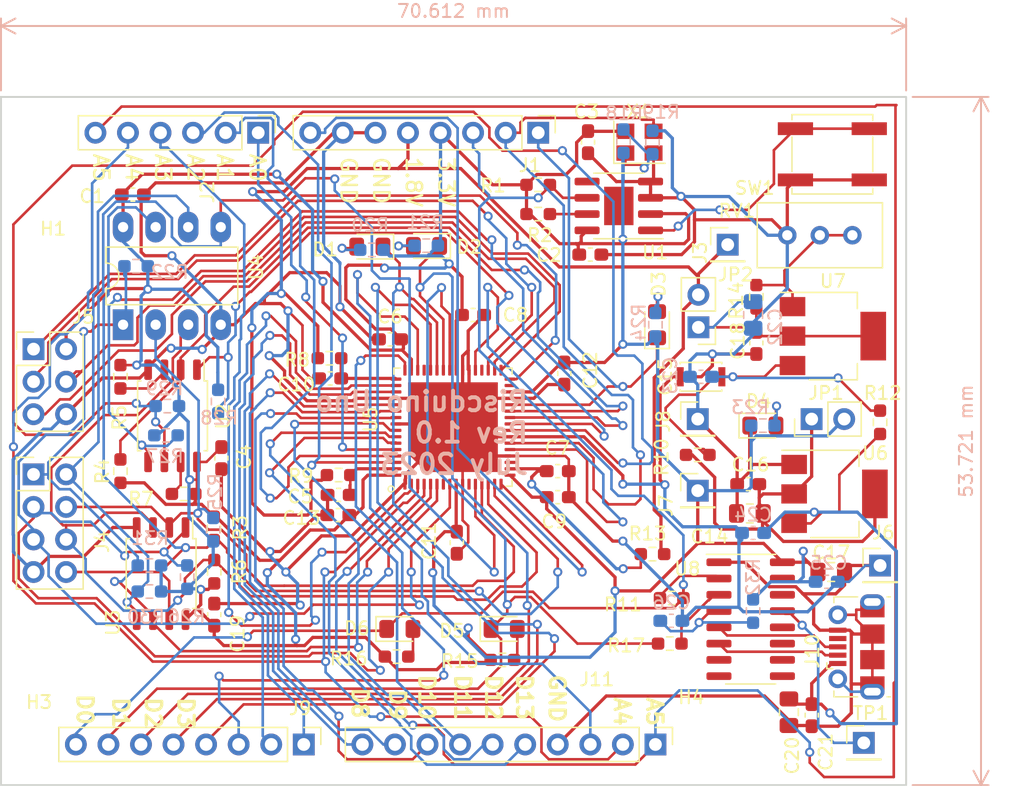
<source format=kicad_pcb>
(kicad_pcb (version 20221018) (generator pcbnew)
  (title_block (date "2023-07-21") (rev "1.0.2"))
  (layers (0 "F.Cu" jumper) (31 "B.Cu" signal) (34 "B.Paste" user) (35 "F.Paste" user) (36 "B.SilkS" user "B.Silkscreen") (37 "F.SilkS" user "F.Silkscreen") (38 "B.Mask" user) (39 "F.Mask" user) (44 "Edge.Cuts" user))
  (net 0 "")
  (net 1 "+5V")
  (net 2 "GND")
  (net 3 "+3.3VP")
  (net 4 "+3.3V")
  (net 5 "USB_D-")
  (net 6 "USB_D+")
  (net 7 "Net-(U7-VI)")
  (net 8 "ISP_MISO")
  (net 9 "ISP_SCK")
  (net 10 "ISP_MOSI")
  (net 11 "ISP_SSN")
  (net 12 "gpio")
  (net 13 "xclk")
  (net 14 "~{RST}")
  (net 15 "mprj_io_11")
  (net 16 "ardunio_a0")
  (net 17 "ardunio_a1")
  (net 18 "ardunio_a2")
  (net 19 "ardunio_a3")
  (net 20 "ardunio_a4")
  (net 21 "ardunio_a5")
  (net 22 "ardunio_d7")
  (net 23 "ardunio_d6")
  (net 24 "ardunio_d5")
  (net 25 "ardunio_d4")
  (net 26 "ardunio_d3")
  (net 27 "ardunio_d2")
  (net 28 "ardunio_d1")
  (net 29 "ardunio_d0")
  (net 30 "mprj_io_12")
  (net 31 "ardunio_d13")
  (net 32 "ardunio_d12")
  (net 33 "ardunio_d11")
  (net 34 "ardunio_d10")
  (net 35 "ardunio_d9")
  (net 36 "ardunio_d8")
  (net 37 "Net-(U8-V3)")
  (net 38 "CARAVEL_FLASH_IO3")
  (net 39 "USER_FLASH_IO3")
  (net 40 "CARAVEL_FLASH_IO2")
  (net 41 "USER_FLASH_IO2")
  (net 42 "CARAVEL_FLASH_IO1")
  (net 43 "USER_FLASH_IO1")
  (net 44 "CARAVEL_FLASH_IO0")
  (net 45 "USER_FLASH_IO0")
  (net 46 "CARAVEL_FLASH_SCK")
  (net 47 "USER_FLASH_SCK")
  (net 48 "CARAVEL_FLASH_SSN")
  (net 49 "USER_FLASH_SSN")
  (net 50 "USER_SRAM_SSN")
  (net 51 "mprj_io_30")
  (net 52 "mprj_io_32")
  (net 53 "mprj_io_37")
  (net 55 "mprj_io_0")
  (net 56 "mprj_io_5_ser_rx")
  (net 57 "+1V8")
  (net 58 "Net-(X1-EN)")
  (net 59 "/vccd2")
  (net 60 "/vccd1")
  (net 61 "Net-(U1-~{ST})")
  (net 62 "/vccd0")
  (net 63 "Net-(D1-A)")
  (net 64 "Net-(D2-A)")
  (net 65 "Net-(D3-A)")
  (net 66 "Net-(D4-A)")
  (net 67 "Net-(D5-A)")
  (net 68 "Net-(D6-A)")
  (net 69 "Net-(U8-TXD)")
  (net 70 "Net-(U7-ADJ)")
  (net 71 "Net-(U8-RXD)")
  (net 72 "Net-(U1-~{PB_RST})")
  (net 73 "Net-(U8-~{DTR})")
  (net 84 "/+1.8VP")
  (footprint "Connector_PinHeader_2.54mm:PinHeader_1x01_P2.54mm_Vertical" (layer "F.Cu") (at 123.698 74.676)
    (fp_text reference "J8")
    (fp_text value "Conn_01x01" hide)
  )
  (footprint "Package_TO_SOT_SMD:SOT-223-3_TabPin2" (layer "F.Cu") (at 134.366 80.518)
    (fp_text reference "U6")
    (fp_text value "LM1117MP-3.3" hide)
  )
  (footprint "Resistor_SMD:R_0603_1608Metric_Pad0.98x0.95mm_HandSolder" (layer "F.Cu") (at 111.252 58.674)
    (fp_text reference "R2")
    (fp_text value "10K" hide)
  )
  (footprint "Package_SO:SOIC-8_5.23x5.23mm_P1.27mm" (layer "F.Cu") (at 81.835 86.738 -90)
    (fp_text reference "U3")
    (fp_text value "W25Q32JVSS" hide)
  )
  (footprint "Package_TO_SOT_SMD:SOT-223-3_TabPin2" (layer "F.Cu") (at 134.239 68.199)
    (fp_text reference "U7")
    (fp_text value "LM1117S-ADJ" hide)
  )
  (footprint "Package_SO:SOIC-16_3.9x9.9mm_P1.27mm" (layer "F.Cu") (at 127.827 90.297)
    (fp_text reference "U8")
    (fp_text value "CH340C" hide)
  )
  (footprint "Connector_PinHeader_2.54mm:PinHeader_1x02_P2.54mm_Vertical" (layer "F.Cu") (at 132.583 74.676 90)
    (fp_text reference "JP1")
    (fp_text value "Jumper_2" hide)
  )
  (footprint "Connector_PinHeader_2.54mm:PinHeader_2x04_P2.54mm_Vertical" (layer "F.Cu") (at 71.882 78.994)
    (fp_text reference "J4")
    (fp_text value "Conn_02x04_Odd_Even" hide)
  )
  (footprint "Capacitor_SMD:C_0603_1608Metric_Pad1.08x0.95mm_HandSolder" (layer "F.Cu") (at 115.1382 53.0595 -90)
    (fp_text reference "C3")
    (fp_text value "0.1uF" hide)
  )
  (footprint "Connector_PinHeader_2.54mm:PinHeader_1x02_P2.54mm_Vertical" (layer "F.Cu") (at 123.7488 67.5132 180)
    (fp_text reference "JP2")
    (fp_text value "Jumper_2" hide)
  )
  (footprint "Package_SO:SOIC-8-1EP_3.9x4.9mm_P1.27mm_EP2.29x3mm" (layer "F.Cu") (at 117.54 58.039 180)
    (fp_text reference "U1")
    (fp_text value "MAX1232ESA+T" hide)
  )
  (footprint "MountingHole:MountingHole_3.2mm_M3" (layer "F.Cu") (at 126.238 99.822)
    (fp_text reference "H4")
    (fp_text value "MountingHole" hide)
  )
  (footprint "Capacitor_SMD:C_0603_1608Metric_Pad1.08x0.95mm_HandSolder" (layer "F.Cu") (at 132.588 97.79 -90)
    (fp_text reference "C21")
    (fp_text value "0.1uF" hide)
  )
  (footprint "Capacitor_SMD:C_0805_2012Metric_Pad1.18x1.45mm_HandSolder" (layer "F.Cu") (at 127.762 82.042 180)
    (fp_text reference "C14")
    (fp_text value "22uF" hide)
  )
  (footprint "Connector_PinHeader_2.54mm:PinHeader_1x01_P2.54mm_Vertical" (layer "F.Cu") (at 137.922 86.106)
    (fp_text reference "J6")
    (fp_text value "Conn_01x01" hide)
  )
  (footprint "Capacitor_SMD:C_0603_1608Metric_Pad1.08x0.95mm_HandSolder" (layer "F.Cu") (at 95.0225 71.501)
    (fp_text reference "C10")
    (fp_text value "0.1uf" hide)
  )
  (footprint "Capacitor_SMD:C_0603_1608Metric_Pad1.08x0.95mm_HandSolder" (layer "F.Cu") (at 99.695 68.453 180)
    (fp_text reference "C6")
    (fp_text value "0.1uf" hide)
  )
  (footprint "LED_SMD:LED_0805_2012Metric_Pad1.15x1.40mm_HandSolder" (layer "F.Cu") (at 128.778 75.184)
    (fp_text reference "D4")
    (fp_text value "RED LED" hide)
  )
  (footprint "Button_Switch_SMD:SW_SPST_CK_KXT3" (layer "F.Cu") (at 123.952 71.374 180)
    (fp_text reference "C15")
    (fp_text value "10uF" hide)
  )
  (footprint "Resistor_SMD:R_0603_1608Metric_Pad0.98x0.95mm_HandSolder" (layer "F.Cu") (at 111.252 56.388)
    (fp_text reference "R1")
    (fp_text value "10K" hide)
  )
  (footprint "LED_SMD:LED_0805_2012Metric_Pad1.15x1.40mm_HandSolder" (layer "F.Cu") (at 102.5398 61.1632 180)
    (fp_text reference "D2")
    (fp_text value "GREEN LED" hide)
  )
  (footprint "Connector_PinHeader_2.54mm:PinHeader_1x06_P2.54mm_Vertical" (layer "F.Cu") (at 89.408 52.324 -90)
    (fp_text reference "J2")
    (fp_text value "Conn_01x06_Pin" hide)
  )
  (footprint "Capacitor_SMD:C_0603_1608Metric_Pad1.08x0.95mm_HandSolder" (layer "F.Cu") (at 85.979 89.9425 90)
    (fp_text reference "C19")
    (fp_text value "0.1uf" hide)
  )
  (footprint "Capacitor_SMD:C_0603_1608Metric_Pad1.08x0.95mm_HandSolder" (layer "F.Cu") (at 95.6818 80.5942 180)
    (fp_text reference "C5")
    (fp_text value "0.1uf" hide)
  )
  (footprint "Connector_PinHeader_2.54mm:PinHeader_1x08_P2.54mm_Vertical" (layer "F.Cu") (at 111.252 52.324 -90)
    (fp_text reference "J1")
    (fp_text value "Conn_01x08_Pin" hide)
  )
  (footprint "Connector_PinHeader_2.54mm:PinHeader_1x10_P2.54mm_Vertical" (layer "F.Cu") (at 120.396 100.076 -90)
    (fp_text reference "J11")
    (fp_text value "Conn_01x10_Pin" hide)
  )
  (footprint "Package_SO:SOIC-8_5.23x5.23mm_P1.27mm" (layer "F.Cu") (at 82.724 74.422 -90)
    (fp_text reference "U2")
    (fp_text value "W25Q32JVSS" hide)
  )
  (footprint "MountingHole:MountingHole_3.2mm_M3" (layer "F.Cu") (at 73.4568 91.9734)
    (fp_text reference "H3")
    (fp_text value "MountingHole" hide)
  )
  (footprint "Resistor_SMD:R_0603_1608Metric_Pad0.98x0.95mm_HandSolder" (layer "F.Cu") (at 137.922 74.93 90)
    (fp_text reference "R12")
    (fp_text value "DNI" hide)
  )
  (footprint "Resistor_SMD:R_0603_1608Metric_Pad0.98x0.95mm_HandSolder" (layer "F.Cu") (at 100.203 93.218 180)
    (fp_text reference "R16")
    (fp_text value "470 Ohm" hide)
  )
  (footprint "Connector_USB:USB_Micro-B_Molex-105017-0001" (layer "F.Cu") (at 136.0825 92.456 90)
    (fp_text reference "J10")
    (fp_text value "USB_B_Micro" hide)
  )
  (footprint "Connector_PinHeader_2.54mm:PinHeader_1x01_P2.54mm_Vertical" (layer "F.Cu") (at 123.698 80.264)
    (fp_text reference "J7")
    (fp_text value "Conn_01x01" hide)
  )
  (footprint "Resistor_SMD:R_0603_1608Metric_Pad0.98x0.95mm_HandSolder" (layer "F.Cu") (at 120.1655 85.217)
    (fp_text reference "R13")
    (fp_text value "0E" hide)
  )
  (footprint "Resistor_SMD:R_0603_1608Metric_Pad0.98x0.95mm_HandSolder" (layer "F.Cu") (at 78.66 78.74 90)
    (fp_text reference "R4")
    (fp_text value "10K" hide)
  )
  (footprint "Resistor_SMD:R_0603_1608Metric_Pad0.98x0.95mm_HandSolder" (layer "F.Cu") (at 108.458 93.472 180)
    (fp_text reference "R15")
    (fp_text value "470 Ohm" hide)
  )
  (footprint "Resistor_SMD:R_0603_1608Metric_Pad0.98x0.95mm_HandSolder" (layer "F.Cu") (at 121.5155 92.202 180)
    (fp_text reference "R17")
    (fp_text value "0E" hide)
  )
  (footprint "Connector_PinHeader_2.54mm:PinHeader_1x08_P2.54mm_Vertical" (layer "F.Cu") (at 92.964 100.076 -90)
    (fp_text reference "J9")
    (fp_text value "Conn_01x08_Pin" hide)
  )
  (footprint "Resistor_SMD:R_0603_1608Metric_Pad0.98x0.95mm_HandSolder" (layer "F.Cu") (at 78.66 71.374 -90)
    (fp_text reference "R5")
    (fp_text value "10K" hide)
  )
  (footprint "Capacitor_SMD:C_0603_1608Metric_Pad1.08x0.95mm_HandSolder" (layer "F.Cu") (at 106.172 66.548)
    (fp_text reference "C8")
    (fp_text value "0.1uf" hide)
  )
  (footprint "Capacitor_SMD:C_0603_1608Metric_Pad1.08x0.95mm_HandSolder" (layer "F.Cu") (at 113.284 71.12 -90)
    (fp_text reference "C12")
    (fp_text value "0.1uf" hide)
  )
  (footprint "MountingHole:MountingHole_3.2mm_M3" (layer "F.Cu") (at 125.73 53.848)
    (fp_text reference "H2" hide)
    (fp_text value "MountingHole" hide)
  )
  (footprint "Capacitor_SMD:C_0805_2012Metric_Pad1.18x1.45mm_HandSolder" (layer "F.Cu") (at 134.112 86.614)
    (fp_text reference "C17")
    (fp_text value "10uF" hide)
  )
  (footprint "Resistor_SMD:R_0603_1608Metric_Pad0.98x0.95mm_HandSolder" (layer "F.Cu") (at 83.5895 80.518 180)
    (fp_text reference "R7")
    (fp_text value "10K" hide)
  )
  (footprint "Connector_PinHeader_2.54mm:PinHeader_1x01_P2.54mm_Vertical" (layer "F.Cu") (at 126.0348 61.0616)
    (fp_text reference "J3")
    (fp_text value "Conn_01x01" hide)
  )
  (footprint "Capacitor_SMD:C_0603_1608Metric_Pad1.08x0.95mm_HandSolder" (layer "F.Cu") (at 115.316 61.837)
    (fp_text reference "C2")
    (fp_text value "0.1uf" hide)
  )
  (footprint "Package_DIP:DIP-8_W7.62mm_LongPads" (layer "F.Cu") (at 78.867 67.31 90)
    (fp_text reference "U4")
    (fp_text value "23LC1024-I/P " hide)
  )
  (footprint "Capacitor_SMD:C_0603_1608Metric_Pad1.08x0.95mm_HandSolder" (layer "F.Cu") (at 95.6553 82.169)
    (fp_text reference "C13")
    (fp_text value "0.1uf" hide)
  )
  (footprint "Resistor_SMD:R_0603_1608Metric_Pad0.98x0.95mm_HandSolder" (layer "F.Cu") (at 85.9536 83.2085 -90)
    (fp_text reference "R3")
    (fp_text value "10K" hide)
  )
  (footprint "Capacitor_SMD:C_0603_1608Metric_Pad1.08x0.95mm_HandSolder" (layer "F.Cu") (at 112.776 78.74 180)
    (fp_text reference "C7")
    (fp_text value "0.1uf" hide)
  )
  (footprint "Connector_PinHeader_2.54mm:PinHeader_1x01_P2.54mm_Vertical" (layer "F.Cu") (at 136.652 99.949)
    (fp_text reference "TP1")
    (fp_text value "TestPoint" hide)
  )
  (footprint "Resistor_SMD:R_0603_1608Metric_Pad0.98x0.95mm_HandSolder" (layer "F.Cu") (at 95.6818 79.0448)
    (fp_text reference "R9")
    (fp_text value "0E" hide)
  )
  (footprint "Resistor_SMD:R_0603_1608Metric_Pad0.98x0.95mm_HandSolder" (layer "F.Cu") (at 123.698 77.47)
    (fp_text reference "R10")
    (fp_text value "0E" hide)
  )
  (footprint "Riscduino.Library:RISCDUINO_QFN-64-1EP_9x9mm_P0.5mm_EP7.65x7.65mm_NEW" (layer "F.Cu") (at 100.854 79.756 90)
    (fp_text reference "U5")
    (fp_text value "Riscduino")
  )
  (footprint "Riscduino.Library:SW_SPST_EVPBF_TS4550TP" (layer "F.Cu") (at 134.198 54.007 180)
    (fp_text reference "SW1")
    (fp_text value "4Pin Round Button SPST Straight Tactile Switch SMD - TS4550TP" hide)
  )
  (footprint "Capacitor_SMD:C_0603_1608Metric_Pad1.08x0.95mm_HandSolder" (layer "F.Cu") (at 128.27 68.7335 -90)
    (fp_text reference "C18")
    (fp_text value "0.1uF" hide)
  )
  (footprint "LED_SMD:LED_0805_2012Metric_Pad1.15x1.40mm_HandSolder" (layer "F.Cu") (at 98.115 61.214 180)
    (fp_text reference locked "D1")
    (fp_text value "GREEN LED" hide)
  )
  (footprint "LED_SMD:LED_0805_2012Metric_Pad1.15x1.40mm_HandSolder" (layer "F.Cu") (at 120.523 67.31 90)
    (fp_text reference "D3")
    (fp_text value "GREEN LED" hide)
  )
  (footprint "Capacitor_SMD:C_0603_1608Metric_Pad1.08x0.95mm_HandSolder" (layer "F.Cu") (at 104.902 84.328 90)
    (fp_text reference "C11")
    (fp_text value "0.1uf" hide)
  )
  (footprint "Capacitor_SMD:C_0805_2012Metric_Pad1.18x1.45mm_HandSolder" (layer "F.Cu") (at 130.81 97.5575 -90)
    (fp_text reference "C20")
    (fp_text value "10uF" hide)
  )
  (footprint "Resistor_SMD:R_0603_1608Metric_Pad0.98x0.95mm_HandSolder" (layer "F.Cu") (at 121.666 88.646)
    (fp_text reference "R11")
    (fp_text value "0E" hide)
  )
  (footprint "Connector_PinHeader_2.54mm:PinHeader_2x03_P2.54mm_Vertical" (layer "F.Cu") (at 71.882 69.215)
    (fp_text reference "J5")
    (fp_text value "ISP" hide)
  )
  (footprint "Capacitor_SMD:C_0603_1608Metric_Pad1.08x0.95mm_HandSolder" (layer "F.Cu") (at 127.635 79.756 180)
    (fp_text reference "C16")
    (fp_text value "0.1uF" hide)
  )
  (footprint "Crystal:Crystal_SMD_Abracon_ABM8G-4Pin_3.2x2.5mm" (layer "F.Cu") (at 119.1514 53.0625)
    (fp_text reference "X1")
    (fp_text value "ASE-10.000MHZ-LC-T" hide)
  )
  (footprint "Capacitor_SMD:C_0603_1608Metric_Pad1.08x0.95mm_HandSolder" (layer "F.Cu") (at 112.776 80.772 180)
    (fp_text reference "C9")
    (fp_text value "0.1uf" hide)
  )
  (footprint "MountingHole:MountingHole_3.2mm_M3" (layer "F.Cu") (at 73.406 62.484)
    (fp_text reference "H1")
    (fp_text value "MountingHole" hide)
  )
  (footprint "Resistor_SMD:R_0603_1608Metric_Pad0.98x0.95mm_HandSolder" (layer "F.Cu") (at 85.979 86.5905 90)
    (fp_text reference "R6")
    (fp_text value "10K" hide)
  )
  (footprint "Capacitor_SMD:C_0603_1608Metric_Pad1.08x0.95mm_HandSolder" (layer "F.Cu") (at 86.534 77.724 -90)
    (fp_text reference "C4")
    (fp_text value "0.1uf" hide)
  )
  (footprint "LED_SMD:LED_0805_2012Metric_Pad1.15x1.40mm_HandSolder" (layer "F.Cu") (at 108.594 91.059)
    (fp_text reference "D5")
    (fp_text value "GREEN LED" hide)
  )
  (footprint "Capacitor_SMD:C_0603_1608Metric_Pad1.08x0.95mm_HandSolder" (layer "F.Cu") (at 79.629 57.15)
    (fp_text reference "C1")
    (fp_text value "0.1uf" hide)
  )
  (footprint "Potentiometer_THT:Potentiometer_Bourns_3296W_Vertical" (layer "F.Cu") (at 135.763 60.325)
    (fp_text reference "RV1")
    (fp_text value "500 Ohm Trim Pot" hide)
  )
  (footprint "LED_SMD:LED_0805_2012Metric_Pad1.15x1.40mm_HandSolder" (layer "F.Cu") (at 100.457 91.059)
    (fp_text reference "D6")
    (fp_text value "BLUE LED" hide)
  )
  (footprint "Resistor_SMD:R_0603_1608Metric_Pad0.98x0.95mm_HandSolder" (layer "F.Cu") (at 128.27 65.1275 90)
    (fp_text reference "R14")
    (fp_text value "470 Ohm" hide)
  )
  (footprint "Resistor_SMD:R_0603_1608Metric_Pad0.98x0.95mm_HandSolder" (layer "F.Cu") (at 94.9706 69.9262)
    (fp_text reference "R8")
    (fp_text value "0E" hide)
  )
  (footprint "Resistor_SMD:R_0603_1608Metric_Pad0.98x0.95mm_HandSolder" (layer "B.Cu") (at 128.016 89.662 90)
    (fp_text reference "R32")
    (fp_text value "0E" hide)
  )
  (footprint "Resistor_SMD:R_0603_1608Metric_Pad0.98x0.95mm_HandSolder" (layer "B.Cu") (at 85.899 83.309 90)
    (fp_text reference "R25")
    (fp_text value "10K" hide)
  )
  (footprint "Resistor_SMD:R_0603_1608Metric_Pad0.98x0.95mm_HandSolder" (layer "B.Cu") (at 128.778 75.184 180)
    (fp_text reference "R23")
    (fp_text value "470 Ohm")
  )
  (footprint "Resistor_SMD:R_0603_1608Metric_Pad0.98x0.95mm_HandSolder" (layer "B.Cu") (at 117.9068 52.9844 90)
    (fp_text reference "R18")
    (fp_text value "DNI" hide)
  )
  (footprint "Resistor_SMD:R_0603_1608Metric_Pad0.98x0.95mm_HandSolder" (layer "B.Cu") (at 83.867 87.0155 90)
    (fp_text reference "R26")
    (fp_text value "10K")
  )
  (footprint "Capacitor_SMD:C_0603_1608Metric_Pad1.08x0.95mm_HandSolder" (layer "B.Cu") (at 121.6395 90.424 180)
    (fp_text reference "C26")
    (fp_text value "0.1uF" hide)
  )
  (footprint "Resistor_SMD:R_0603_1608Metric_Pad0.98x0.95mm_HandSolder" (layer "B.Cu") (at 82.216 75.946)
    (fp_text reference "R27")
    (fp_text value "10K" hide)
  )
  (footprint "Resistor_SMD:R_0603_1608Metric_Pad0.98x0.95mm_HandSolder" (layer "B.Cu") (at 120.1674 53.086 90)
    (fp_text reference "R19")
    (fp_text value "DNI" hide)
  )
  (footprint "Resistor_SMD:R_0603_1608Metric_Pad0.98x0.95mm_HandSolder" (layer "B.Cu") (at 86.28 73.3025 -90)
    (fp_text reference "R28")
    (fp_text value "10K")
  )
  (footprint "Resistor_SMD:R_0603_1608Metric_Pad0.98x0.95mm_HandSolder" (layer "B.Cu") (at 82.3195 73.66 180)
    (fp_text reference "R29")
    (fp_text value "10K")
  )
  (footprint "Resistor_SMD:R_0603_1608Metric_Pad0.98x0.95mm_HandSolder" (layer "B.Cu") (at 98.2745 61.468)
    (fp_text reference "R20")
    (fp_text value "470 Ohm")
  )
  (footprint "Resistor_SMD:R_0603_1608Metric_Pad0.98x0.95mm_HandSolder" (layer "B.Cu") (at 102.5144 61.1378)
    (fp_text reference "R21")
    (fp_text value "470 Ohm" hide)
  )
  (footprint "Resistor_SMD:R_0603_1608Metric_Pad0.98x0.95mm_HandSolder" (layer "B.Cu") (at 120.396 67.31 -90)
    (fp_text reference "R24")
    (fp_text value "470 Ohm")
  )
  (footprint "Capacitor_SMD:C_0805_2012Metric_Pad1.18x1.45mm_HandSolder" (layer "B.Cu") (at 128.016 66.548 -90)
    (fp_text reference "C22")
    (fp_text value "22uF" hide)
  )
  (footprint "Resistor_SMD:R_0603_1608Metric_Pad0.98x0.95mm_HandSolder" (layer "B.Cu") (at 80.9225 88.135 180)
    (fp_text reference "R30")
    (fp_text value "10K")
  )
  (footprint "Capacitor_SMD:C_0603_1608Metric_Pad1.08x0.95mm_HandSolder" (layer "B.Cu") (at 123.952 71.374 180)
    (fp_text reference "C23")
    (fp_text value "0.1uF")
  )
  (footprint "Capacitor_SMD:C_0603_1608Metric_Pad1.08x0.95mm_HandSolder" (layer "B.Cu") (at 128.016 83.566 180)
    (fp_text reference "C24")
    (fp_text value "0.1uF")
  )
  (footprint "Capacitor_SMD:C_0603_1608Metric_Pad1.08x0.95mm_HandSolder" (layer "B.Cu") (at 133.7575 87.376)
    (fp_text reference "C25")
    (fp_text value "0.1uF" hide)
  )
  (footprint "Resistor_SMD:R_0603_1608Metric_Pad0.98x0.95mm_HandSolder" (layer "B.Cu") (at 80.9225 86.103 180)
    (fp_text reference "R31")
    (fp_text value "10K")
  )
  (footprint "Resistor_SMD:R_0603_1608Metric_Pad0.98x0.95mm_HandSolder" (layer "B.Cu") (at 79.883 62.738 180)
    (fp_text reference "R22")
    (fp_text value "10K")
  )
  (gr_rect (start 69.342 49.53) (end 139.954 103.251) (stroke (width 0.1524)) (fill none) (layer "Edge.Cuts"))
  (gr_text "Riscduino Uno\nRev 1.0\nJuly 2023" (at 110.617 79.0956) (layer "B.SilkS") (effects (font (size 1.524 1.524) (thickness 0.3048) bold) (justify left bottom mirror)))
  (gr_text "A4" (at 117.094 96.266 270) (layer "F.SilkS") (effects (font (size 1.2 1.2) (thickness 0.25) bold) (justify left bottom)))
  (gr_text "A3" (at 81.28 53.848 270) (layer "F.SilkS") (effects (font (size 1.2 1.2) (thickness 0.1875)) (justify left bottom)))
  (gr_text "D0" (at 75.184 96.012 270) (layer "F.SilkS") (effects (font (size 1.2 1.2) (thickness 0.25) bold) (justify left bottom)))
  (gr_text "A0" (at 88.646 53.848 -90) (layer "F.SilkS") (effects (font (size 1.2 1.2) (thickness 0.1875)) (justify left bottom)))
  (gr_text "D10" (at 101.854 94.488 270) (layer "F.SilkS") (effects (font (size 1.2 1.2) (thickness 0.25) bold) (justify left bottom)))
  (gr_text "A1" (at 86.106 53.848 270) (layer "F.SilkS") (effects (font (size 1.2 1.2) (thickness 0.1875)) (justify left bottom)))
  (gr_text "GND" (at 112.014 94.488 270) (layer "F.SilkS") (effects (font (size 1.2 1.2) (thickness 0.25) bold) (justify left bottom)))
  (gr_text "D3" (at 83.058 96.266 270) (layer "F.SilkS") (effects (font (size 1.2 1.2) (thickness 0.25) bold) (justify left bottom)))
  (gr_text "1.8V" (at 100.838 54.102 270) (layer "F.SilkS") (effects (font (size 1.2 1.2) (thickness 0.1875)) (justify left bottom)))
  (gr_text "D13" (at 109.474 94.488 270) (layer "F.SilkS") (effects (font (size 1.2 1.2) (thickness 0.25) bold) (justify left bottom)))
  (gr_text "D9" (at 99.568 95.631 270) (layer "F.SilkS") (effects (font (size 1.2 1.2) (thickness 0.25) bold) (justify left bottom)))
  (gr_text "D11" (at 104.648 94.488 270) (layer "F.SilkS") (effects (font (size 1.2 1.2) (thickness 0.25) bold) (justify left bottom)))
  (gr_text "A4" (at 78.994 53.848 270) (layer "F.SilkS") (effects (font (size 1.2 1.2) (thickness 0.1875)) (justify left bottom)))
  (gr_text "A5" (at 76.454 53.848 270) (layer "F.SilkS") (effects (font (size 1.2 1.2) (thickness 0.1875)) (justify left bottom)))
  (gr_text "D8" (at 96.647 95.504 270) (layer "F.SilkS") (effects (font (size 1.2 1.2) (thickness 0.25) bold) (justify left bottom)))
  (gr_text "D2" (at 80.518 96.266 270) (layer "F.SilkS") (effects (font (size 1.2 1.2) (thickness 0.25) bold) (justify left bottom)))
  (gr_text "A5" (at 119.634 96.266 270) (layer "F.SilkS") (effects (font (size 1.2 1.2) (thickness 0.25) bold) (justify left bottom)))
  (gr_text "D12" (at 107.061 94.488 270) (layer "F.SilkS") (effects (font (size 1.2 1.2) (thickness 0.25) bold) (justify left bottom)))
  (gr_text "GND" (at 98.298 54.102 270) (layer "F.SilkS") (effects (font (size 1.2 1.2) (thickness 0.1875)) (justify left bottom)))
  (gr_text "D1" (at 77.978 96.266 270) (layer "F.SilkS") (effects (font (size 1.2 1.2) (thickness 0.25) bold) (justify left bottom)))
  (gr_text "3.3V" (at 103.378 54.102 270) (layer "F.SilkS") (effects (font (size 1.2 1.2) (thickness 0.1875)) (justify left bottom)))
  (gr_text "GND" (at 95.758 54.102 270) (layer "F.SilkS") (effects (font (size 1.2 1.2) (thickness 0.1875)) (justify left bottom)))
  (gr_text "A2" (at 83.82 53.848 270) (layer "F.SilkS") (effects (font (size 1.2 1.2) (thickness 0.1875)) (justify left bottom)))
  (dimension (type aligned) (layer "B.SilkS") (pts (xy 139.954 49.53) (xy 139.954 103.251)) (height -5.842) (gr_text "53.721 mm" (at 144.6276 76.3905 90) (layer "B.SilkS") (effects (font (size 1.016 1.016) (thickness 0.1524)))) (format (prefix "") (suffix "") (units 2) (units_format 1) (precision 3) suppress_zeroes) (style (thickness 0.1524) (arrow_length 1.27) (text_position_mode 0) (extension_height 0.58642) (extension_offset 0.508) keep_text_aligned))
  (dimension (type aligned) (layer "B.SilkS") (pts (xy 69.342 49.53) (xy 139.954 49.53)) (height -5.5372) (gr_text "70.612 mm" (at 104.648 42.8244) (layer "B.SilkS") (effects (font (size 1.016 1.016) (thickness 0.1524)))) (format (prefix "") (suffix "") (units 2) (units_format 1) (precision 3) suppress_zeroes) (style (thickness 0.1524) (arrow_length 1.27) (text_position_mode 0) (extension_height 0.58642) (extension_offset 0.508) keep_text_aligned))
  (segment (start 132.588 96.9275) (end 133.326 96.9275) (width 0.254) (layer "F.Cu") (net 1))
  (segment (start 134.747 81.94) (end 133.401 81.94) (width 0.2032) (layer "F.Cu") (net 1))
  (segment (start 133.401 81.94) (end 132.523 82.818) (width 0.2032) (layer "F.Cu") (net 1))
  (segment (start 132.588 96.9275) (end 131.218 96.9275) (width 0.254) (layer "F.Cu") (net 1))
  (segment (start 134.747 79.0175) (end 134.747 81.94) (width 0.2032) (layer "F.Cu") (net 1))
  (segment (start 133.326 96.9275) (end 134.01 97.6122) (width 0.254) (layer "F.Cu") (net 1))
  (segment (start 132.588 95.313) (end 132.588 96.9275) (width 0.254) (layer "F.Cu") (net 1))
  (segment (start 132.523 82.818) (end 131.216 82.818) (width 0.2032) (layer "F.Cu") (net 1))
  (segment (start 134.145 93.756) (end 132.588 95.313) (width 0.254) (layer "F.Cu") (net 1))
  (segment (start 137.922 75.8425) (end 134.747 79.0175) (width 0.2032) (layer "F.Cu") (net 1))
  (segment (start 133.401 81.94) (end 132.787 81.94) (width 0.2032) (layer "F.Cu") (net 1))
  (via (at 132.787 81.94) (size 0.7112) (drill 0.4064) (layers "F.Cu" "B.Cu") (net 1))
  (via (at 134.01 97.6122) (size 0.7112) (drill 0.4064) (layers "F.Cu" "B.Cu") (net 1))
  (segment (start 128.8785 83.5655) (end 130.504 81.94) (width 0.254) (layer "B.Cu") (net 1))
  (segment (start 134.849 98.4504) (end 134.01 97.6122) (width 0.254) (layer "B.Cu") (net 1))
  (segment (start 139.192 84.9884) (end 139.192 98.4504) (width 0.254) (layer "B.Cu") (net 1))
  (segment (start 130.504 81.94) (end 132.787 81.94) (width 0.254) (layer "B.Cu") (net 1))
  (segment (start 139.192 98.4504) (end 134.849 98.4504) (width 0.254) (layer "B.Cu") (net 1))
  (segment (start 132.787 81.94) (end 136.144 81.94) (width 0.254) (layer "B.Cu") (net 1))
  (segment (start 136.144 81.94) (end 139.192 84.9884) (width 0.254) (layer "B.Cu") (net 1))
  (segment (start 135.675 95.3008) (end 135.7302 95.356) (width 0.254) (layer "F.Cu") (net 2))
  (segment (start 117.35 56.1337) (end 115.1381 53.9221) (width 0.254) (layer "F.Cu") (net 2))
  (segment (start 90.043 85.0138) (end 90.3224 85.0138) (width 0.254) (layer "F.Cu") (net 2))
  (segment (start 131.89 88.3031) (end 131.9027 88.3158) (width 0.254) (layer "F.Cu") (net 2))
  (segment (start 113.638 80.772) (end 117.068 84.201) (width 0.254) (layer "F.Cu") (net 2))
  (segment (start 93.5228 71.501) (end 94.16 71.501) (width 0.2032) (layer "F.Cu") (net 2))
  (segment (start 77.2482 71.4688) (end 80.1722 71.4688) (width 0.254) (layer "F.Cu") (net 2))
  (segment (start 135.549 91.156) (end 135.675 91.2822) (width 0.254) (layer "F.Cu") (net 2))
  (segment (start 75.819 85.3948) (end 78.0758 83.138) (width 0.254) (layer "F.Cu") (net 2))
  (segment (start 100.154 73.056) (end 102.354 73.056) (width 0.254) (layer "F.Cu") (net 2))
  (segment (start 86.9696 67.31) (end 87.541 67.31) (width 0.254) (layer "F.Cu") (net 2))
  (segment (start 89.192 65.659) (end 89.8906 65.659) (width 0.254) (layer "F.Cu") (net 2))
  (segment (start 127.753 75.184) (end 127.753 78.4606) (width 0.254) (layer "F.Cu") (net 2))
  (segment (start 95.785931 65.911569) (end 95.785931 65.916631) (width 0.254) (layer "F.Cu") (net 2))
  (segment (start 96.012 52.324) (end 98.552 52.324) (width 0.254) (layer "F.Cu") (net 2))
  (segment (start 123.444 58.3438) (end 123.444 59.1185) (width 0.2032) (layer "F.Cu") (net 2))
  (segment (start 120.015 56.7297) (end 120.015 57.2371) (width 0.2032) (layer "F.Cu") (net 2))
  (segment (start 80.5688 61.9252) (end 82.677 61.9252) (width 0.254) (layer "F.Cu") (net 2))
  (segment (start 120.251 54.269) (end 120.251 54.8192) (width 0.2032) (layer "F.Cu") (net 2))
  (segment (start 135.15 86.614) (end 135.15 87.6339) (width 0.254) (layer "F.Cu") (net 2))
  (segment (start 124.841 70.5104) (end 124.841 69.596) (width 0.254) (layer "F.Cu") (net 2))
  (segment (start 105.354 77.556) (end 105.354 79.756) (width 0.2032) (layer "F.Cu") (net 2))
  (segment (start 91.4654 70.9168) (end 91.4654 71.501) (width 0.254) (layer "F.Cu") (net 2))
  (segment (start 120.015 56.7297) (end 120.015 57.2371) (width 0.254) (layer "F.Cu") (net 2))
  (segment (start 80.4915 57.15) (end 81.4064 56.2351) (width 0.254) (layer "F.Cu") (net 2))
  (segment (start 136.063 90.331) (end 136.063 89.956) (width 0.2032) (layer "F.Cu") (net 2))
  (segment (start 92.6846 89.1981) (end 92.5665 89.08) (width 0.254) (layer "F.Cu") (net 2))
  (segment (start 92.8624 70.8406) (end 93.5228 71.501) (width 0.2032) (layer "F.Cu") (net 2))
  (segment (start 116.561 96.2914) (end 128.905 96.2914) (width 0.254) (layer "F.Cu") (net 2))
  (segment (start 93.2104 73.246) (end 96.8094 73.246) (width 0.254) (layer "F.Cu") (net 2))
  (segment (start 100.854 79.756) (end 100.899 79.7112) (width 0.254) (layer "F.Cu") (net 2))
  (segment (start 91.567 86.5774) (end 91.567 86.614) (width 0.254) (layer "F.Cu") (net 2))
  (segment (start 113.638 77.8245) (end 113.638 78.74) (width 0.2032) (layer "F.Cu") (net 2))
  (segment (start 134.645 98.6525) (end 132.588 98.6525) (width 0.254) (layer "F.Cu") (net 2))
  (segment (start 125.352 85.852) (end 127.378 85.852) (width 0.254) (layer "F.Cu") (net 2))
  (segment (start 96.7232 83.7946) (end 94.3498 83.7946) (width 0.254) (layer "F.Cu") (net 2))
  (segment (start 100.854 79.756) (end 100.7618 79.756) (width 0.254) (layer "F.Cu") (net 2))
  (segment (start 123.977 71.374) (end 124.841 70.5104) (width 0.254) (layer "F.Cu") (net 2))
  (segment (start 95.2859 52.324) (end 96.012 52.324) (width 0.254) (layer "F.Cu") (net 2))
  (segment (start 90.5746 56.2421) (end 91.3678 56.2421) (width 0.254) (layer "F.Cu") (net 2))
  (segment (start 98.3223 68.453) (end 98.8325 68.453) (width 0.254) (layer "F.Cu") (net 2))
  (segment (start 91.3678 56.2421) (end 95.2859 52.324) (width 0.254) (layer "F.Cu") (net 2))
  (segment (start 94.747168 63.246) (end 91.867132 63.246) (width 0.254) (layer "F.Cu") (net 2))
  (segment (start 109.054 76.056) (end 114.815 76.056) (width 0.254) (layer "F.Cu") (net 2))
  (segment (start 105.354 70.856) (end 105.354 74.556) (width 0.254) (layer "F.Cu") (net 2))
  (segment (start 100.899 79.7112) (end 100.899 79.2916) (width 0.254) (layer "F.Cu") (net 2))
  (segment (start 91.1611 65.659) (end 91.7326 66.2305) (width 0.254) (layer "F.Cu") (net 2))
  (segment (start 135.7302 95.356) (end 137.32 95.356) (width 0.254) (layer "F.Cu") (net 2))
  (segment (start 135.15 87.6339) (end 134.468 88.3158) (width 0.254) (layer "F.Cu") (net 2))
  (segment (start 131.348 87.7618) (end 131.89 88.3031) (width 0.254) (layer "F.Cu") (net 2))
  (segment (start 96.9994 73.056) (end 100.154 73.056) (width 0.254) (layer "F.Cu") (net 2))
  (segment (start 123.444 60.833) (end 123.444 59.1185) (width 0.2032) (layer "F.Cu") (net 2))
  (segment (start 100.154 75.056) (end 103.3328 75.056) (width 0.254) (layer "F.Cu") (net 2))
  (segment (start 134.62 91.156) (end 135.549 91.156) (width 0.254) (layer "F.Cu") (net 2))
  (segment (start 130.683 56.642) (end 131.318 56.007) (width 0.254) (layer "F.Cu") (net 2))
  (segment (start 87.541 67.31) (end 89.192 65.659) (width 0.254) (layer "F.Cu") (net 2))
  (segment (start 130.683 60.325) (end 130.683 56.642) (width 0.254) (layer "F.Cu") (net 2))
  (segment (start 126.772 79.756) (end 126.772 81.994) (width 0.254) (layer "F.Cu") (net 2))
  (segment (start 94.7928 82.169) (end 93.9811 82.169) (width 0.254) (layer "F.Cu") (net 2))
  (segment (start 135.658 86.106) (end 135.404 86.36) (width 0.254) (layer "F.Cu") (net 2))
  (segment (start 105.854 70.856) (end 105.854 73.056) (width 0.254) (layer "F.Cu") (net 2))
  (segment (start 94.8193 80.5942) (end 94.8193 82.1425) (width 0.254) (layer "F.Cu") (net 2))
  (segment (start 113.638 78.7916) (end 113.638 80.772) (width 0.254) (layer "F.Cu") (net 2))
  (segment (start 120.761 79.4354) (end 120.761 72.358) (width 0.254) (layer "F.Cu") (net 2))
  (segment (start 126.7725 78.7537) (end 126.7725 79.756) (width 0.2032) (layer "F.Cu") (net 2))
  (segment (start 127.753 78.4606) (end 127.753 78.7755) (width 0.254) (layer "F.Cu") (net 2))
  (segment (start 100.7618 79.756) (end 96.7232 83.7946) (width 0.254) (layer "F.Cu") (net 2))
  (segment (start 123.444 58.3438) (end 123.444 59.1185) (width 0.254) (layer "F.Cu") (net 2))
  (segment (start 120.015 56.134) (end 117.35 56.134) (width 0.254) (layer "F.Cu") (net 2))
  (segment (start 130.81 98.595) (end 132.53 98.595) (width 0.254) (layer "F.Cu") (net 2))
  (segment (start 114.815 76.056) (end 117.856 79.0967) (width 0.254) (layer "F.Cu") (net 2))
  (segment (start 135.675 97.6227) (end 134.645 98.6525) (width 0.254) (layer "F.Cu") (net 2))
  (segment (start 105.354 69.7536) (end 105.354 70.856) (width 0.254) (layer "F.Cu") (net 2))
  (segment (start 109.054 77.556) (end 106.854 77.556) (width 0.254) (layer "F.Cu") (net 2))
  (segment (start 85.0392 69.2404) (end 86.487 67.7926) (width 0.254) (layer "F.Cu") (net 2))
  (segment (start 82.2888 69.1431) (end 82.6051 69.1431) (width 0.254) (layer "F.Cu") (net 2))
  (segment (start 109.054 77.556) (end 113.37 77.556) (width 0.2032) (layer "F.Cu") (net 2))
  (segment (start 135.675 95.3008) (end 135.675 97.6227) (width 0.254) (layer "F.Cu") (net 2))
  (segment (start 120.251 55.898) (end 120.015 56.134) (width 0.254) (layer "F.Cu") (net 2))
  (segment (start 100.899 79.2916) (end 100.909 79.2812) (width 0.254) (layer "F.Cu") (net 2))
  (segment (start 131.902 88.3158) (end 131.89 88.3031) (width 0.254) (layer "F.Cu") (net 2))
  (segment (start 105.791 70.793) (end 105.854 70.856) (width 0.254) (layer "F.Cu") (net 2))
  (segment (start 113.37 77.556) (end 113.638 77.8245) (width 0.2032) (layer "F.Cu") (net 2))
  (segment (start 71.882 86.614) (end 73.1012 85.3948) (width 0.254) (layer "F.Cu") (net 2))
  (segment (start 95.785931 65.916631) (end 98.3223 68.453) (width 0.254) (layer "F.Cu") (net 2))
  (segment (start 105.354 79.756) (end 105.354 82.5772) (width 0.2032) (layer "F.Cu") (net 2))
  (segment (start 129.288 87.7618) (end 131.348 87.7618) (width 0.254) (layer "F.Cu") (net 2))
  (segment (start 109.054 76.056) (end 105.354 76.056) (width 0.254) (layer "F.Cu") (net 2))
  (segment (start 136.063 89.556) (end 136.063 89.956) (width 0.2032) (layer "F.Cu") (net 2))
  (segment (start 91.7326 66.2305) (end 92.8624 67.3603) (width 0.2032) (layer "F.Cu") (net 2))
  (segment (start 132.74 89.154) (end 132.74 90.678) (width 0.254) (layer "F.Cu") (net 2))
  (segment (start 120.251 54.8192) (end 120.251 55.898) (width 0.254) (layer "F.Cu") (net 2))
  (segment (start 137.32 93.456) (end 137.32 92.0212) (width 0.2032) (layer "F.Cu") (net 2))
  (segment (start 123.444 59.1185) (end 129.476 59.1185) (width 0.254) (layer "F.Cu") (net 2))
  (segment (start 95.785931 65.911569) (end 95.785931 64.284763) (width 0.254) (layer "F.Cu") (net 2))
  (segment (start 100.909 79.0008) (end 104.604 75.306) (width 0.254) (layer "F.Cu") (net 2))
  (segment (start 89.8906 65.659) (end 91.1611 65.659) (width 0.254) (layer "F.Cu") (net 2))
  (segment (start 93.9811 82.169) (end 91.1363 85.0138) (width 0.254) (layer "F.Cu") (net 2))
  (segment (start 91.4654 71.501) (end 93.2104 73.246) (width 0.254) (layer "F.Cu") (net 2))
  (segment (start 122.327 71.374) (end 123.977 71.374) (width 0.254) (layer "F.Cu") (net 2))
  (segment (start 86.534 78.5865) (end 86.534 81.5048) (width 0.254) (layer "F.Cu") (net 2))
  (segment (start 117.856 79.0967) (end 117.856 79.756) (width 0.254) (layer "F.Cu") (net 2))
  (segment (start 80.1722 71.4688) (end 80.819 70.822) (width 0.254) (layer "F.Cu") (net 2))
  (segment (start 135.675 91.2822) (end 135.675 95.3008) (width 0.254) (layer "F.Cu") (net 2))
  (segment (start 137.32 89.556) (end 136.063 89.556) (width 0.2032) (layer "F.Cu") (net 2))
  (segment (start 120.015 57.404) (end 122.276 57.404) (width 0.254) (layer "F.Cu") (net 2))
  (segment (start 135.675 91.2822) (end 135.8488 91.456) (width 0.254) (layer "F.Cu") (net 2))
  (segment (start 123.444 59.1185) (end 123.444 60.833) (width 0.254) (layer "F.Cu") (net 2))
  (segment (start 92.8624 67.3603) (end 92.8624 70.8406) (width 0.2032) (layer "F.Cu") (net 2))
  (segment (start 89.8906 65.222532) (end 89.8906 65.659) (width 0.254) (layer "F.Cu") (net 2))
  (segment (start 109.054 73.056) (end 106.854 73.056) (width 0.254) (layer "F.Cu") (net 2))
  (segment (start 107.034 66.548) (end 106.4918 67.0904) (width 0.254) (layer "F.Cu") (net 2))
  (segment (start 109.054 73.056) (end 110.916 73.056) (width 0.254) (layer "F.Cu") (net 2))
  (segment (start 137.922 86.106) (end 135.658 86.106) (width 0.254) (layer "F.Cu") (net 2))
  (segment (start 126.772 77.7505) (end 126.772 78.7532) (width 0.254) (layer "F.Cu") (net 2))
  (segment (start 127.753 78.7755) (end 126.772 79.756) (width 0.254) (layer "F.Cu") (net 2))
  (segment (start 136.6255 90.8935) (end 136.063 90.331) (width 0.2032) (layer "F.Cu") (net 2))
  (segment (start 90.2716 69.723) (end 91.4654 70.9168) (width 0.254) (layer "F.Cu") (net 2))
  (segment (start 111.99 71.9825) (end 113.284 71.9825) (width 0.254) (layer "F.Cu") (net 2))
  (segment (start 135.8488 91.456) (end 137.32 91.456) (width 0.254) (layer "F.Cu") (net 2))
  (segment (start 120.761 72.358) (end 121.745 71.374) (width 0.254) (layer "F.Cu") (net 2))
  (segment (start 131.9027 88.3158) (end 131.902 88.3158) (width 0.254) (layer "F.Cu") (net 2))
  (segment (start 105.791 69.3166) (end 105.354 69.7536) (width 0.254) (layer "F.Cu") (net 2))
  (segment (start 92.5665 89.08) (end 85.979 89.08) (width 0.254) (layer "F.Cu") (net 2))
  (segment (start 105.791 83.0142) (end 105.791 84.3015) (width 0.2032) (layer "F.Cu") (net 2))
  (segment (start 124.841 69.596) (end 128.27 69.596) (width 0.254) (layer "F.Cu") (net 2))
  (segment (start 94.3498 83.7946) (end 91.567 86.5774) (width 0.254) (layer "F.Cu") (net 2))
  (segment (start 131.216 78.218) (end 127.996 78.218) (width 0.254) (layer "F.Cu") (net 2))
  (segment (start 129.476 59.1185) (end 130.683 60.325) (width 0.254) (layer "F.Cu") (net 2))
  (segment (start 106.4918 67.0904) (end 105.791 67.7915) (width 0.254) (layer "F.Cu") (net 2))
  (segment (start 122.276 57.404) (end 122.39 57.2897) (width 0.254) (layer "F.Cu") (net 2))
  (segment (start 74.422 74.295) (end 77.2482 71.4688) (width 0.254) (layer "F.Cu") (net 2))
  (segment (start 105.791 67.7915) (end 105.791 69.3166) (width 0.254) (layer "F.Cu") (net 2))
  (segment (start 121.745 71.374) (end 122.327 71.374) (width 0.254) (layer "F.Cu") (net 2))
  (segment (start 73.1012 85.3948) (end 75.819 85.3948) (width 0.254) (layer "F.Cu") (net 2))
  (segment (start 126.772 78.7532) (end 126.772 79.756) (width 0.254) (layer "F.Cu") (net 2))
  (segment (start 86.534 81.5048) (end 90.043 85.0138) (width 0.254) (layer "F.Cu") (net 2))
  (segment (start 126.772 78.7532) (end 126.7725 78.7537) (width 0.2032) (layer "F.Cu") (net 2))
  (segment (start 122.39 57.2897) (end 123.444 58.3438) (width 0.254) (layer "F.Cu") (net 2))
  (segment (start 105.354 82.5772) (end 105.791 83.0142) (width 0.2032) (layer "F.Cu") (net 2))
  (segment (start 80.2768 57.3647) (end 80.2768 61.6332) (width 0.254) (layer "F.Cu") (net 2))
  (segment (start 110.916 73.056) (end 111.99 71.9825) (width 0.254) (layer "F.Cu") (net 2))
  (segment (start 95.785931 64.284763) (end 94.747168 63.246) (width 0.254) (layer "F.Cu") (net 2))
  (segment (start 132.74 90.678) (end 133.218 91.156) (width 0.254) (layer "F.Cu") (net 2))
  (segment (start 131.9027 88.3158) (end 132.74 89.154) (width 0.254) (layer "F.Cu") (net 2))
  (segment (start 91.867132 63.246) (end 89.8906 65.222532) (width 0.254) (layer "F.Cu") (net 2))
  (segment (start 81.4064 56.2351) (end 90.5676 56.2351) (width 0.254) (layer "F.Cu") (net 2))
  (segment (start 128.905 96.2914) (end 130.81 98.1964) (width 0.254) (layer "F.Cu") (net 2))
  (segment (start 106.4921 67.0904) (end 107.0345 66.548) (width 0.2032) (layer "F.Cu") (net 2))
  (segment (start 100.909 79.2812) (end 100.909 79.0008) (width 0.254) (layer "F.Cu") (net 2))
  (segment (start 131.318 56.007) (end 137.078 56.007) (width 0.254) (layer "F.Cu") (net 2))
  (segment (start 91.1363 85.0138) (end 90.3224 85.0138) (width 0.254) (layer "F.Cu") (net 2))
  (segment (start 123.698 74.676) (end 126.772 77.7505) (width 0.254) (layer "F.Cu") (net 2))
  (segment (start 105.791 84.3015) (end 104.902 85.1905) (width 0.2032) (layer "F.Cu") (net 2))
  (segment (start 112.776 100.076) (end 116.561 96.2914) (width 0.254) (layer "F.Cu") (net 2))
  (segment (start 120.015 56.7297) (end 120.015 56.134) (width 0.254) (layer "F.Cu") (net 2))
  (segment (start 137.32 88.956) (end 137.32 89.556) (width 0.2032) (layer "F.Cu") (net 2))
  (segment (start 134.468 88.3158) (end 131.9027 88.3158) (width 0.254) (layer "F.Cu") (net 2))
  (segment (start 80.819 70.6129) (end 82.2888 69.1431) (width 0.254) (layer "F.Cu") (net 2))
  (segment (start 117.068 84.201) (end 117.856 84.201) (width 0.254) (layer "F.Cu") (net 2))
  (segment (start 106.4918 67.0904) (end 106.4921 67.0904) (width 0.2032) (layer "F.Cu") (net 2))
  (segment (start 137.32 95.956) (end 137.32 95.356) (width 0.2032) (layer "F.Cu") (net 2))
  (segment (start 96.8094 73.246) (end 96.9994 73.056) (width 0.254) (layer "F.Cu") (net 2))
  (segment (start 123.444 60.833) (end 122.44 61.837) (width 0.254) (layer "F.Cu") (net 2))
  (segment (start 122.44 61.837) (end 116.1785 61.837) (width 0.254) (layer "F.Cu") (net 2))
  (segment (start 80.2768 61.6332) (end 80.5688 61.9252) (width 0.254) (layer "F.Cu") (net 2))
  (segment (start 121.133 79.8068) (end 120.761 79.4354) (width 0.254) (layer "F.Cu") (net 2))
  (segment (start 78.0758 83.138) (end 79.93 83.138) (width 0.254) (layer "F.Cu") (net 2))
  (segment (start 137.32 93.456) (end 137.32 95.356) (width 0.2032) (layer "F.Cu") (net 2))
  (segment (start 105.791 69.3166) (end 105.791 70.793) (width 0.254) (layer "F.Cu") (net 2))
  (segment (start 127.996 78.218) (end 127.753 78.4606) (width 0.254) (layer "F.Cu") (net 2))
  (segment (start 90.5676 56.2351) (end 90.5746 56.2421) (width 0.254) (layer "F.Cu") (net 2))
  (segment (start 117.35 56.134) (end 117.35 56.1337) (width 0.254) (layer "F.Cu") (net 2))
  (segment (start 134.62 89.956) (end 136.063 89.956) (width 0.2032) (layer "F.Cu") (net 2))
  (segment (start 127.378 85.852) (end 129.288 87.7618) (width 0.254) (layer "F.Cu") (net 2))
  (segment (start 133.218 91.156) (end 134.62 91.156) (width 0.254) (layer "F.Cu") (net 2))
  (via (at 92.6846 89.1981) (size 0.7112) (drill 0.4064) (layers "F.Cu" "B.Cu") (net 2))
  (via (at 91.567 86.614) (size 0.7112) (drill 0.4064) (layers "F.Cu" "B.Cu") (net 2))
  (via (at 82.677 61.9252) (size 0.7112) (drill 0.4064) (layers "F.Cu" "B.Cu") (net 2))
  (via (at 124.841 69.596) (size 0.7112) (drill 0.4064) (layers "F.Cu" "B.Cu") (net 2))
  (via (at 90.2716 69.723) (size 0.7112) (drill 0.4064) (layers "F.Cu" "B.Cu") (net 2))
  (via (at 85.0392 69.2404) (size 0.7112) (drill 0.4064) (layers "F.Cu" "B.Cu") (net 2))
  (via (at 121.133 79.8068) (size 0.7112) (drill 0.4064) (layers "F.Cu" "B.Cu") (net 2))
  (via (at 117.856 79.756) (size 0.7112) (drill 0.4064) (layers "F.Cu" "B.Cu") (net 2))
  (via (at 117.856 84.201) (size 0.7112) (drill 0.4064) (layers "F.Cu" "B.Cu") (net 2))
  (via (at 95.785931 65.911569) (size 0.7112) (drill 0.4064) (layers "F.Cu" "B.Cu") (net 2))
  (via (at 91.7326 66.2305) (size 0.7112) (drill 0.4064) (layers "F.Cu" "B.Cu") (net 2))
  (via (at 122.39 57.2897) (size 0.7112) (drill 0.4064) (layers "F.Cu" "B.Cu") (net 2))
  (via (at 82.6051 69.1431) (size 0.7112) (drill 0.4064) (layers "F.Cu" "B.Cu") (net 2))
  (via (at 90.3224 85.0138) (size 0.7112) (drill 0.4064) (layers "F.Cu" "B.Cu") (net 2))
  (segment (start 82.6051 69.1431) (end 84.9419 69.1431) (width 0.254) (layer "B.Cu") (net 2))
  (segment (start 134.62 87.376) (end 135.495 87.376) (width 0.2032) (layer "B.Cu") (net 2))
  (segment (start 70.317 85.049) (end 70.317 83.7184) (width 0.254) (layer "B.Cu") (net 2))
  (segment (start 96.012 52.324) (end 94.5134 53.8226) (width 0.254) (layer "B.Cu") (net 2))
  (segment (start 130.683 64.4765) (end 128.016 67.1435) (width 0.254) (layer "B.Cu") (net 2))
  (segment (start 121.082 79.756) (end 121.133 79.8068) (width 0.254) (layer "B.Cu") (net 2))
  (segment (start 130.683 60.325) (end 129.159 60.325) (width 0.254) (layer "B.Cu") (net 2))
  (segment (start 123.09 70.1283) (end 123.09 71.374) (width 0.254) (layer "B.Cu") (net 2))
  (segment (start 124.841 69.596) (end 123.622 69.596) (width 0.254) (layer "B.Cu") (net 2))
  (segment (start 126.136 57.3024) (end 122.403 57.3024) (width 0.254) (layer "B.Cu") (net 2))
  (segment (start 82.677 61.9252) (end 86.487 65.7352) (width 0.254) (layer "B.Cu") (net 2))
  (segment (start 123.09 71.374) (end 123.698 71.9825) (width 0.254) (layer "B.Cu") (net 2))
  (segment (start 70.2935 83.6949) (end 70.2935 77.838) (width 0.254) (layer "B.Cu") (net 2))
  (segment (start 95.7834 65.909038) (end 95.7834 62.5856) (width 0.2032) (layer "B.Cu") (net 2))
  (segment (start 127.256 89.7153) (end 132.281 89.7153) (width 0.254) (layer "B.Cu") (net 2))
  (segment (start 126.911 89.3699) (end 126.911 84.3522) (width 0.254) (layer "B.Cu") (net 2))
  (segment (start 84.9419 69.1431) (end 85.0392 69.2404) (width 0.254) (layer "B.Cu") (net 2))
  (segment (start 128.016 67.5855) (end 128.016 68.0974) (width 0.254) (layer "B.Cu") (net 2))
  (segment (start 117.856 79.756) (end 121.082 79.756) (width 0.254) (layer "B.Cu") (net 2))
  (segment (start 132.281 89.715) (end 134.62 87.376) (width 0.254) (layer "B.Cu") (net 2))
  (segment (start 121.133 79.8068) (end 121.133 81.6944) (width 0.254) (layer "B.Cu") (net 2))
  (segment (start 123.622 69.596) (end 123.09 70.1283) (width 0.254) (layer "B.Cu") (net 2))
  (segment (start 136.765 86.106) (end 137.922 86.106) (width 0.2032) (layer "B.Cu") (net 2))
  (segment (start 94.5134 53.8226) (end 94.5134 61.214) (width 0.254) (layer "B.Cu") (net 2))
  (segment (start 71.882 86.614) (end 70.317 85.049) (width 0.254) (layer "B.Cu") (net 2))
  (segment (start 122.502 88.847) (end 122.502 90.424) (width 0.254) (layer "B.Cu") (net 2))
  (segment (start 135.62 95.956) (end 134.62 94.956) (width 0.2032) (layer "B.Cu") (net 2))
  (segment (start 121.133 81.6944) (end 122.522 83.0834) (width 0.254) (layer "B.Cu") (net 2))
  (segment (start 123.556 89.3699) (end 122.502 90.424) (width 0.254) (layer "B.Cu") (net 2))
  (segment (start 91.2622 69.723) (end 90.2716 69.723) (width 0.254) (layer "B.Cu") (net 2))
  (segment (start 123.698 71.9825) (end 123.698 74.676) (width 0.254) (layer "B.Cu") (net 2))
  (segment (start 126.517 69.596) (end 124.841 69.596) (width 0.254) (layer "B.Cu") (net 2))
  (segment (start 130.683 60.325) (end 130.683 64.4765) (width 0.254) (layer "B.Cu") (net 2))
  (segment (start 132.281 89.7153) (end 132.281 89.715) (width 0.254) (layer "B.Cu") (net 2))
  (segment (start 135.495 87.376) (end 136.765 86.106) (width 0.2032) (layer "B.Cu") (net 2))
  (segment (start 90.3224 85.3694) (end 91.567 86.614) (width 0.254) (layer "B.Cu") (net 2))
  (segment (start 137.32 95.956) (end 135.62 95.956) (width 0.2032) (layer "B.Cu") (net 2))
  (segment (start 95.7834 62.484) (end 95.7834 62.5856) (width 0.254) (layer "B.Cu") (net 2))
  (segment (start 129.159 60.325) (end 126.136 57.3024) (width 0.254) (layer "B.Cu") (net 2))
  (segment (start 92.6846 89.1981) (end 92.4814 88.9949) (width 0.254) (layer "B.Cu") (net 2))
  (segment (start 73.2522 75.4648) (end 74.422 74.295) (width 0.254) (layer "B.Cu") (net 2))
  (segment (start 72.6667 75.4648) (end 73.2522 75.4648) (width 0.254) (layer "B.Cu") (net 2))
  (segment (start 92.4814 88.9949) (end 92.4814 87.5284) (width 0.254) (layer "B.Cu") (net 2))
  (segment (start 91.7326 69.2526) (end 91.2622 69.723) (width 0.254) (layer "B.Cu") (net 2))
  (segment (start 117.856 84.201) (end 122.502 88.847) (width 0.254) (layer "B.Cu") (net 2))
  (segment (start 126.911 84.3522) (end 127.1535 84.1097) (width 0.2032) (layer "B.Cu") (net 2))
  (segment (start 122.39 57.2897) (end 121.717 56.6166) (width 0.254) (layer "B.Cu") (net 2))
  (segment (start 70.2935 77.838) (end 72.6667 75.4648) (width 0.254) (layer "B.Cu") (net 2))
  (segment (start 127.1535 84.1097) (end 127.1535 83.566) (width 0.2032) (layer "B.Cu") (net 2))
  (segment (start 70.317 83.7184) (end 70.2935 83.6949) (width 0.254) (layer "B.Cu") (net 2))
  (segment (start 126.911 84.3522) (end 126.911 83.8084) (width 0.254) (layer "B.Cu") (net 2))
  (segment (start 122.403 57.3024) (end 122.39 57.2897) (width 0.254) (layer "B.Cu") (net 2))
  (segment (start 128.016 68.0974) (end 126.517 69.596) (width 0.254) (layer "B.Cu") (net 2))
  (segment (start 122.522 83.0834) (end 126.671 83.0834) (width 0.254) (layer "B.Cu") (net 2))
  (segment (start 91.7326 66.2305) (end 91.7326 69.2526) (width 0.254) (layer "B.Cu") (net 2))
  (segment (start 95.785931 65.911569) (end 95.7834 65.909038) (width 0.2032) (layer "B.Cu") (net 2))
  (segment (start 121.717 56.6166) (end 121.717 52.7558) (width 0.254) (layer "B.Cu") (net 2))
  (segment (start 121.717 52.7558) (end 121.134 52.1735) (width 0.254) (layer "B.Cu") (net 2))
  (segment (start 126.911 89.3699) (end 123.556 89.3699) (width 0.254) (layer "B.Cu") (net 2))
  (segment (start 86.487 65.7352) (end 86.487 67.31) (width 0.254) (layer "B.Cu") (net 2))
  (segment (start 126.911 89.3699) (end 127.256 89.7153) (width 0.254) (layer "B.Cu") (net 2))
  (segment (start 126.671 83.0834) (end 127.154 83.566) (width 0.254) (layer "B.Cu") (net 2))
  (segment (start 92.4814 87.5284) (end 91.567 86.614) (width 0.254) (layer "B.Cu") (net 2))
  (segment (start 94.5134 61.214) (end 95.7834 62.484) (width 0.254) (layer "B.Cu") (net 2))
  (segment (start 90.3224 85.0138) (end 90.3224 85.3694) (width 0.254) (layer "B.Cu") (net 2))
  (segment (start 121.134 52.1735) (end 120.1674 52.1735) (width 0.254) (layer "B.Cu") (net 2))
  (segment (start 128.498 79.756) (end 128.498 80.2894) (width 0.254) (layer "F.Cu") (net 3))
  (segment (start 128.498 80.8228) (end 128.498 81.2814) (width 0.254) (layer "F.Cu") (net 3))
  (segment (start 128.498 80.2894) (end 128.4975 80.2889) (width 0.2032) (layer "F.Cu") (net 3))
  (segment (start 128.651 83.2612) (end 128.753 83.1596) (width 0.254) (layer "F.Cu") (net 3))
  (segment (start 123.264 77.47) (end 125.019 79.2244) (width 0.254) (layer "F.Cu") (net 3))
  (segment (start 128.802 80.518) (end 131.216 80.518) (width 0.254) (layer "F.Cu") (net 3))
  (segment (start 128.4975 80.2889) (end 128.4975 79.756) (width 0.2032) (layer "F.Cu") (net 3))
  (segment (start 128.753 83.1596) (end 128.753 82.4962) (width 0.254) (layer "F.Cu") (net 3))
  (segment (start 132.583 79.151) (end 131.216 80.518) (width 0.254) (layer "F.Cu") (net 3))
  (segment (start 136.55 84.2264) (end 137.516 83.2608) (width 0.254) (layer "F.Cu") (net 3))
  (segment (start 130.378 84.2264) (end 136.55 84.2264) (width 0.254) (layer "F.Cu") (net 3))
  (segment (start 128.498 80.8228) (end 128.802 80.518) (width 0.254) (layer "F.Cu") (net 3))
  (segment (start 125.019 79.2244) (end 125.019 82.7786) (width 0.254) (layer "F.Cu") (net 3))
  (segment (start 125.501 83.2612) (end 128.651 83.2612) (width 0.254) (layer "F.Cu") (net 3))
  (segment (start 128.498 81.2814) (end 128.7995 81.5829) (width 0.2032) (layer "F.Cu") (net 3))
  (segment (start 128.8 82.6477) (end 130.378 84.2264) (width 0.254) (layer "F.Cu") (net 3))
  (segment (start 128.8 82.4962) (end 128.8 82.6477) (width 0.254) (layer "F.Cu") (net 3))
  (segment (start 137.516 83.2608) (end 137.516 80.518) (width 0.254) (layer "F.Cu") (net 3))
  (segment (start 125.019 82.7786) (end 125.501 83.2612) (width 0.254) (layer "F.Cu") (net 3))
  (segment (start 128.498 80.2894) (end 128.498 80.8228) (width 0.254) (layer "F.Cu") (net 3))
  (segment (start 122.786 77.47) (end 123.264 77.47) (width 0.254) (layer "F.Cu") (net 3))
  (segment (start 132.583 74.676) (end 132.583 79.151) (width 0.254) (layer "F.Cu") (net 3))
  (segment (start 128.498 81.2814) (end 128.498 81.74) (width 0.254) (layer "F.Cu") (net 3))
  (segment (start 93.0232 92.358) (end 93.6618 91.7194) (width 0.254) (layer "F.Cu") (net 4))
  (segment (start 122.987 60.6436) (end 122.987 58.8772) (width 0.254) (layer "F.Cu") (net 4))
  (segment (start 80.7447 64.4906) (end 80.7955 64.5414) (width 0.254) (layer "F.Cu") (net 4))
  (segment (start 98.1964 69.2912) (end 100.6348 69.2912) (width 0.254) (layer "F.Cu") (net 4))
  (segment (start 133.074 86.614) (end 131.928 85.4671) (width 0.254) (layer "F.Cu") (net 4))
  (segment (start 74.422 69.215) (end 74.422 68.0129) (width 0.254) (layer "F.Cu") (net 4))
  (segment (start 97.9566 79.056) (end 97.5868 79.4258) (width 0.254) (layer "F.Cu") (net 4))
  (segment (start 110.77 72.556) (end 113.068 70.2575) (width 0.254) (layer "F.Cu") (net 4))
  (segment (start 85.3735 78.022) (end 86.534 76.8615) (width 0.2032) (layer "F.Cu") (net 4))
  (segment (start 114.376 60.9854) (end 114.452 60.9854) (width 0.254) (layer "F.Cu") (net 4))
  (segment (start 99.2905 93.218) (end 100.308 94.236) (width 0.254) (layer "F.Cu") (net 4))
  (segment (start 110.3395 56.388) (end 111.1447 55.5828) (width 0.254) (layer "F.Cu") (net 4))
  (segment (start 128.829 84.3788) (end 130.302 85.852) (width 0.254) (layer "F.Cu") (net 4))
  (segment (start 96.243131 62.862469) (end 96.4438 62.6618) (width 0.254) (layer "F.Cu") (net 4))
  (segment (start 105.791 91.7175) (end 107.5455 93.472) (width 0.254) (layer "F.Cu") (net 4))
  (segment (start 114.245 61.0318) (end 114.198 60.9854) (width 0.254) (layer "F.Cu") (net 4))
  (segment (start 84.923 87.9714) (end 85.5106 87.9714) (width 0.254) (layer "F.Cu") (net 4))
  (segment (start 95.3494 83.3374) (end 93.4592 83.3374) (width 0.254) (layer "F.Cu") (net 4))
  (segment (start 100.154 79.056) (end 97.9566 79.056) (width 0.254) (layer "F.Cu") (net 4))
  (segment (start 77.9443 64.4906) (end 80.7447 64.4906) (width 0.254) (layer "F.Cu") (net 4))
  (segment (start 78.7665 57.15) (end 80.354539 55.561961) (width 0.254) (layer "F.Cu") (net 4))
  (segment (start 103.9611 83.4655) (end 104.902 83.4655) (width 0.254) (layer "F.Cu") (net 4))
  (segment (start 94.4631 63.9318) (end 94.4631 65.5579) (width 0.254) (layer "F.Cu") (net 4))
  (segment (start 84.6387 89.4647) (end 85.979 90.805) (width 0.254) (layer "F.Cu") (net 4))
  (segment (start 80.5212 79.6525) (end 82.1995 81.3308) (width 0.254) (layer "F.Cu") (net 4))
  (segment (start 78.66 79.6525) (end 80.5212 79.6525) (width 0.254) (layer "F.Cu") (net 4))
  (segment (start 117.8782 60.9854) (end 117.8782 60.647) (width 0.2032) (layer "F.Cu") (net 4))
  (segment (start 100.6348 69.2912) (end 100.7364 69.1896) (width 0.254) (layer "F.Cu") (net 4))
  (segment (start 103.632 52.324) (end 107.696 56.388) (width 0.254) (layer "F.Cu") (net 4))
  (segment (start 98.5596 67.6478) (end 96.243131 65.331331) (width 0.254) (layer "F.Cu") (net 4))
  (segment (start 93.6618 91.7194) (end 97.7919 91.7194) (width 0.254) (layer "F.Cu") (net 4))
  (segment (start 114.376 60.9854) (end 114.376 61.7597) (width 0.254) (layer "F.Cu") (net 4))
  (segment (start 84.923 87.9714) (end 84.923 89.155) (width 0.254) (layer "F.Cu") (net 4))
  (segment (start 114.198 60.9854) (end 114.376 60.9854) (width 0.254) (layer "F.Cu") (net 4))
  (segment (start 117.2464 88.0868) (end 117.246 88.0872) (width 0.254) (layer "F.Cu") (net 4))
  (segment (start 78.66 70.4615) (end 79.9302 70.4615) (width 0.2032) (layer "F.Cu") (net 4))
  (segment (start 114.2492 54.7624) (end 114.2492 53.086) (width 0.254) (layer "F.Cu") (net 4))
  (segment (start 100.7364 69.1896) (end 100.7364 68.6319) (width 0.254) (layer "F.Cu") (net 4))
  (segment (start 84.3026 81.3308) (end 84.9884 81.3308) (width 0.254) (layer "F.Cu") (net 4))
  (segment (start 96.243131 65.331331) (end 96.243131 62.862469) (width 0.254) (layer "F.Cu") (net 4))
  (segment (start 114.2492 53.086) (end 115.1382 52.197) (width 0.254) (layer "F.Cu") (net 4))
  (segment (start 107.696 56.388) (end 110.3395 56.388) (width 0.254) (layer "F.Cu") (net 4))
  (segment (start 110.3395 56.388) (end 110.3395 58.674) (width 0.254) (layer "F.Cu") (net 4))
  (segment (start 105.791 90.9828) (end 105.791 91.7175) (width 0.254) (layer "F.Cu") (net 4))
  (segment (start 112.928 60.9854) (end 114.198 60.9854) (width 0.254) (layer "F.Cu") (net 4))
  (segment (start 131.928 85.4671) (end 131.928 84.9884) (width 0.254) (layer "F.Cu") (net 4))
  (segment (start 96.4438 62.6618) (end 99.0346 62.6618) (width 0.254) (layer "F.Cu") (net 4))
  (segment (start 107.3423 93.6752) (end 107.5455 93.472) (width 0.254) (layer "F.Cu") (net 4))
  (segment (start 91.097 85.6996) (end 89.5311 85.6996) (width 0.254) (layer "F.Cu") (net 4))
  (segment (start 117.8782 60.647) (end 117.856 60.6248) (width 0.2032) (layer "F.Cu") (net 4))
  (segment (start 99.0346 62.6618) (end 99.2632 62.8904) (width 0.254) (layer "F.Cu") (net 4))
  (segment (start 85.979 91.6178) (end 86.7192 92.358) (width 0.254) (layer "F.Cu") (net 4))
  (segment (start 97.5868 81.5594) (end 96.9772 82.169) (width 0.254) (layer "F.Cu") (net 4))
  (segment (start 100.308 94.236) (end 103.348 94.236) (width 0.254) (layer "F.Cu") (net 4))
  (segment (start 109.054 72.556) (end 110.77 72.556) (width 0.254) (layer "F.Cu") (net 4))
  (segment (start 122.987 58.8772) (end 122.749 58.6397) (width 0.254) (layer "F.Cu") (net 4))
  (segment (start 100.5575 68.453) (end 99.7523 67.6478) (width 0.254) (layer "F.Cu") (net 4))
  (segment (start 103.9088 93.6752) (end 107.3423 93.6752) (width 0.254) (layer "F.Cu") (net 4))
  (segment (start 84.629 79.4065) (end 84.629 80.391) (width 0.2032) (layer "F.Cu") (net 4))
  (segment (start 82.1995 81.3308) (end 84.3026 81.3308) (width 0.254) (layer "F.Cu") (net 4))
  (segment (start 96.9772 82.169) (end 96.5178 82.169) (width 0.254) (layer "F.Cu") (net 4))
  (segment (start 123.698 84.3788) (end 123.698 80.264) (width 0.254) (layer "F.Cu") (net 4))
  (segment (start 114.452 60.9854) (end 114.605 60.833) (width 0.254) (layer "F.Cu") (net 4))
  (segment (start 116.432 70.2575) (end 117.856 68.834) (width 0.254) (layer "F.Cu") (net 4))
  (segment (start 101.354 70.0104) (end 101.354 70.856) (width 0.254) (layer "F.Cu") (net 4))
  (segment (start 111.9135 80.772) (end 111.9135 81.6875) (width 0.254) (layer "F.Cu") (net 4))
  (segment (start 130.302 85.852) (end 132.312 85.852) (width 0.254) (layer "F.Cu") (net 4))
  (segment (start 104.305 62.5602) (end 105.3095 63.5647) (width 0.254) (layer "F.Cu") (net 4))
  (segment (start 84.3026 81.3308) (end 84.5058 81.1276) (width 0.254) (layer "F.Cu") (net 4))
  (segment (start 113.284 70.2575) (end 116.432 70.2575) (width 0.254) (layer "F.Cu") (net 4))
  (segment (start 117.2464 87.0204) (end 117.2464 88.0868) (width 0.254) (layer "F.Cu") (net 4))
  (segment (start 90.853039 55.561961) (end 90.8587 55.5563) (width 0.254) (layer "F.Cu") (net 4))
  (segment (start 111.9135 81.6875) (end 117.2464 87.0204) (width 0.254) (layer "F.Cu") (net 4))
  (segment (start 84.629 78.022) (end 85.3735 78.022) (width 0.2032) (layer "F.Cu") (net 4))
  (segment (start 92.329 92.2564) (end 92.4306 92.358) (width 0.254) (layer "F.Cu") (net 4))
  (segment (start 103.0986 84.328) (end 103.9611 83.4655) (width 0.254) (layer "F.Cu") (net 4))
  (segment (start 115.1537 52.2125) (end 118.0514 52.2125) (width 0.254) (layer "F.Cu") (net 4))
  (segment (start 114.605 60.833) (end 114.605 60.4042) (width 0.254) (layer "F.Cu") (net 4))
  (segment (start 105.3095 63.5647) (end 105.3095 66.548) (width 0.254) (layer "F.Cu") (net 4))
  (segment (start 86.7192 92.358) (end 92.4306 92.358) (width 0.254) (layer "F.Cu") (net 4))
  (segment (start 110.77 80.772) (end 111.9135 80.772) (width 0.254) (layer "F.Cu") (net 4))
  (segment (start 104.854 79.756) (end 104.854 83.4175) (width 0.254) (layer "F.Cu") (net 4))
  (segment (start 78.7665 57.15) (end 78.867 57.2505) (width 0.254) (layer "F.Cu") (net 4))
  (segment (start 113.4288 55.5828) (end 114.2492 54.7624) (width 0.254) (layer "F.Cu") (net 4))
  (segment (start 84.502 81.1238) (end 84.502 80.518) (width 0.254) (layer "F.Cu") (net 4))
  (segment (start 132.312 85.852) (end 132.693 86.233) (width 0.254) (layer "F.Cu") (net 4))
  (segment (start 84.6387 89.4393) (end 84.6387 89.4647) (width 0.254) (layer "F.Cu") (net 4))
  (segment (start 92.329 91.86) (end 92.329 92.2564) (width 0.254) (layer "F.Cu") (net 4))
  (segment (start 91.097 85.6996) (end 90.1318 86.6648) (width 0.254) (layer "F.Cu") (net 4))
  (segment (start 103.0986 86.5882) (end 103.0986 84.328) (width 0.254) (layer "F.Cu") (net 4))
  (segment (start 114.605 60.4042) (end 115.065 59.944) (width 0.254) (layer "F.Cu") (net 4))
  (segment (start 84.0597 79.4065) (end 84.629 79.4065) (width 0.2032) (layer "F.Cu") (net 4))
  (segment (start 78.867 57.2505) (end 78.867 59.69) (width 0.254) (layer "F.Cu") (net 4))
  (segment (start 109.054 79.056) (end 110.77 80.772) (width 0.254) (layer "F.Cu") (net 4))
  (segment (start 84.6387 89.4393) (end 83.74 90.338) (width 0.254) (layer "F.Cu") (net 4))
  (segment (start 122.749 58.6397) (end 120.049 58.6397) (width 0.254) (layer "F.Cu") (net 4))
  (segment (start 100.6348 69.2912) (end 101.354 70.0104) (width 0.254) (layer "F.Cu") (net 4))
  (segment (start 97.5868 79.4258) (end 97.5868 81.5594) (width 0.254) (layer "F.Cu") (net 4))
  (segment (start 97.7919 91.7194) (end 99.2905 93.218) (width 0.254) (layer "F.Cu") (net 4))
  (segment (start 85.979 90.805) (end 85.979 91.6178) (width 0.254) (layer "F.Cu") (net 4))
  (segment (start 84.923 89.155) (end 84.6387 89.4393) (width 0.254) (layer "F.Cu") (net 4))
  (segment (start 104.854 83.4175) (end 104.902 83.4655) (width 0.254) (layer "F.Cu") (net 4))
  (segment (start 96.5178 82.169) (end 95.3494 83.3374) (width 0.254) (layer "F.Cu") (net 4))
  (segment (start 114.452 60.9854) (end 117.8782 60.9854) (width 0.254) (layer "F.Cu") (net 4))
  (segment (start 104.854 67.0035) (end 104.854 70.856) (width 0.254) (layer "F.Cu") (net 4))
  (segment (start 84.5058 81.1276) (end 84.502 81.1238) (width 0.254) (layer "F.Cu") (net 4))
  (segment (start 117.246 88.0872) (end 119.9896 88.0872) (width 0.254) (layer "F.Cu") (net 4))
  (segment (start 84.9884 81.3308) (end 85.9536 82.296) (width 0.254) (layer "F.Cu") (net 4))
  (segment (start 117.8782 60.9854) (end 122.645 60.9854) (width 0.254) (layer "F.Cu") (net 4))
  (segment (start 91.097 85.6996) (end 93.4592 83.3374) (width 0.254) (layer "F.Cu") (net 4))
  (segment (start 99.7523 67.6478) (end 98.5596 67.6478) (width 0.254) (layer "F.Cu") (net 4))
  (segment (start 74.422 68.0129) (end 77.9443 64.4906) (width 0.254) (layer "F.Cu") (net 4))
  (segment (start 84.629 78.022) (end 84.629 79.4065) (width 0.2032) (layer "F.Cu") (net 4))
  (segment (start 105.3095 66.548) (end 104.854 67.0035) (width 0.254) (layer "F.Cu") (net 4))
  (segment (start 119.9896 88.0872) (end 123.698 84.3788) (width 0.254) (layer "F.Cu") (net 4))
  (segment (start 80.354539 55.561961) (end 90.853039 55.561961) (width 0.254) (layer "F.Cu") (net 4))
  (segment (start 122.645 60.9854) (end 122.987 60.6436) (width 0.254) (layer "F.Cu") (net 4))
  (segment (start 94.4631 65.5579) (end 98.1964 69.2912) (width 0.254) (layer "F.Cu") (net 4))
  (segment (start 103.348 94.236) (end 103.9088 93.6752) (width 0.254) (layer "F.Cu") (net 4))
  (segment (start 85.5106 87.9714) (end 85.979 87.503) (width 0.254) (layer "F.Cu") (net 4))
  (segment (start 90.1318 86.6648) (end 90.1192 86.6648) (width 0.254) (layer "F.Cu") (net 4))
  (segment (start 89.5311 85.6996) (end 86.1275 82.296) (width 0.254) (layer "F.Cu") (net 4))
  (segment (start 111.1447 55.5828) (end 113.4288 55.5828) (width 0.254) (layer "F.Cu") (net 4))
  (segment (start 92.4306 92.358) (end 93.0232 92.358) (width 0.254) (layer "F.Cu") (net 4))
  (segment (start 123.698 84.3788) (end 128.829 84.3788) (width 0.254) (layer "F.Cu") (net 4))
  (segment (start 110.617 58.674) (end 112.928 60.9854) (width 0.254) (layer "F.Cu") (net 4))
  (via (at 84.0597 79.4065) (size 0.7112) (drill 0.4064) (layers "F.Cu" "B.Cu") (net 4))
  (via (at 84.923 87.9714) (size 0.7112) (drill 0.4064) (layers "F.Cu" "B.Cu") (net 4))
  (via (at 131.928 84.9884) (size 0.7112) (drill 0.4064) (layers "F.Cu" "B.Cu") (net 4))
  (via (at 117.246 88.0872) (size 0.7112) (drill 0.4064) (layers "F.Cu" "B.Cu") (net 4))
  (via (at 105.791 90.9828) (size 0.7112) (drill 0.4064) (layers "F.Cu" "B.Cu") (net 4))
  (via (at 92.329 91.86) (size 0.7112) (drill 0.4064) (layers "F.Cu" "B.Cu") (net 4))
  (via (at 103.022 86.6648) (size 0.7112) (drill 0.4064) (layers "F.Cu" "B.Cu") (net 4))
  (via (at 90.8587 55.5563) (size 0.7112) (drill 0.4064) (layers "F.Cu" "B.Cu") (net 4))
  (via (at 79.9302 70.4615) (size 0.7112) (drill 0.4064) (layers "F.Cu" "B.Cu") (net 4))
  (via (at 117.856 68.834) (size 0.7112) (drill 0.4064) (layers "F.Cu" "B.Cu") (net 4))
  (via (at 104.305 62.5602) (size 0.7112) (drill 0.4064) (layers "F.Cu" "B.Cu") (net 4))
  (via (at 99.2632 62.8904) (size 0.7112) (drill 0.4064) (layers "F.Cu" "B.Cu") (net 4))
  (via (at 94.4631 63.9318) (size 0.7112) (drill 0.4064) (layers "F.Cu" "B.Cu") (net 4))
  (via (at 90.1192 86.6648) (size 0.7112) (drill 0.4064) (layers "F.Cu" "B.Cu") (net 4))
  (via (at 117.856 60.6248) (size 0.7112) (drill 0.4064) (layers "F.Cu" "B.Cu") (net 4))
  (via (at 80.7955 64.5414) (size 0.7112) (drill 0.4064) (layers "F.Cu" "B.Cu") (net 4))
  (segment (start 117.856 56.0512) (end 117.856 60.6248) (width 0.254) (layer "B.Cu") (net 4))
  (segment (start 90.1192 87.6026) (end 92.329 89.8124) (width 0.254) (layer "B.Cu") (net 4))
  (segment (start 117.9068 56.0004) (end 117.9068 53.8969) (width 0.2032) (layer "B.Cu") (net 4))
  (segment (start 94.4631 63.895842) (end 94.4631 63.9318) (width 0.254) (layer "B.Cu") (net 4))
  (segment (start 81.8576 75.6478) (end 83.232 74.2734) (width 0.254) (layer "B.Cu") (net 4))
  (segment (start 78.867 59.69) (end 78.867 60.8095) (width 0.254) (layer "B.Cu") (net 4))
  (segment (start 92.329 89.8124) (end 92.329 91.86) (width 0.254) (layer "B.Cu") (net 4))
  (segment (start 80.7955 64.5414) (end 83.4563 64.5414) (width 0.254) (layer "B.Cu") (net 4))
  (segment (start 103.9748 62.8904) (end 104.305 62.5602) (width 0.254) (layer "B.Cu") (net 4))
  (segment (start 127.866 79.9827) (end 127.584 80.264) (width 0.254) (layer "B.Cu") (net 4))
  (segment (start 85.3568 66.4419) (end 85.3568 68.1781) (width 0.254) (layer "B.Cu") (net 4))
  (segment (start 105.791 91.313) (end 105.791 90.9828) (width 0.254) (layer "B.Cu") (net 4))
  (segment (start 129.39 87.376) (end 131.547 87.376) (width 0.254) (layer "B.Cu") (net 4))
  (segment (start 81.8576 75.6478) (end 81.6017 75.6478) (width 0.2032) (layer "B.Cu") (net 4))
  (segment (start 83.232 74.2734) (end 83.232 74.168) (width 0.254) (layer "B.Cu") (net 4))
  (segment (start 83.232 74.168) (end 83.9462 74.8822) (width 0.254) (layer "B.Cu") (net 4))
  (segment (start 117.856 53.9477) (end 117.856 56.0512) (width 0.254) (layer "B.Cu") (net 4))
  (segment (start 82.042 87.928) (end 81.835 87.721) (width 0.2032) (layer "B.Cu") (net 4))
  (segment (start 127.866 76.4032) (end 128.296 75.9731) (width 0.254) (layer "B.Cu") (net 4))
  (segment (start 81.5594 75.946) (end 81.8576 75.6478) (width 0.254) (layer "B.Cu") (net 4))
  (segment (start 120.574 77.1398) (end 123.698 80.264) (width 0.254) (layer "B.Cu") (net 4))
  (segment (start 133.81 75.9892) (end 135.123 74.676) (width 0.254) (layer "B.Cu") (net 4))
  (segment (start 102.6217 61.943) (end 103.4269 61.1378) (width 0.254) (layer "B.Cu") (net 4))
  (segment (start 102.6217 61.943) (end 103.6878 61.943) (width 0.254) (layer "B.Cu") (net 4))
  (segment (start 120.396 68.782) (end 120.396 68.2225) (width 0.2032) (layer "B.Cu") (net 4))
  (segment (start 99.187 61.468) (end 99.662 61.943) (width 0.254) (layer "B.Cu") (net 4))
  (segment (start 84.0079 82.3304) (end 85.899 84.2215) (width 0.254) (layer "B.Cu") (net 4))
  (segment (start 120.574 68.4003) (end 120.574 68.96) (width 0.254) (layer "B.Cu") (net 4))
  (segment (start 127.584 80.264) (end 123.698 80.264) (width 0.254) (layer "B.Cu") (net 4))
  (segment (start 105.4989 91.6051) (end 105.791 91.313) (width 0.254) (layer "B.Cu") (net 4))
  (segment (start 90.1192 86.6648) (end 90.1192 87.6026) (width 0.254) (layer "B.Cu") (net 4))
  (segment (start 79.9302 70.4615) (end 81.3783 70.4615) (width 0.254) (layer "B.Cu") (net 4))
  (segment (start 80.2768 65.0601) (end 80.2768 70.1149) (width 0.254) (layer "B.Cu") (net 4))
  (segment (start 127.866 75.184) (end 127.866 76.4032) (width 0.254) (layer "B.Cu") (net 4))
  (segment (start 128.296 75.9731) (end 128.312 75.9892) (width 0.254) (layer "B.Cu") (net 4))
  (segment (start 128.016 88.7495) (end 129.39 87.376) (width 0.254) (layer "B.Cu") (net 4))
  (segment (start 86.28 71.0546) (end 86.28 72.39) (width 0.2032) (layer "B.Cu") (net 4))
  (segment (start 131.547 87.376) (end 132.895 87.376) (width 0.254) (layer "B.Cu") (net 4))
  (segment (start 93.6498 63.082542) (end 94.4631 63.895842) (width 0.254) (layer "B.Cu") (net 4))
  (segment (start 84.0597 79.4065) (end 84.0079 79.4583) (width 0.2032) (layer "B.Cu") (net 4))
  (segment (start 120.574 68.96) (end 120.574 77.1398) (width 0.254) (layer "B.Cu") (net 4))
  (segment (start 83.4563 64.5414) (end 85.3568 66.4419) (width 0.254) (layer "B.Cu") (net 4))
  (segment (start 85.899 85.896) (end 83.867 87.928) (width 0.254) (layer "B.Cu") (net 4))
  (segment (start 93.6498 58.3474) (end 93.6498 63.082542) (width 0.254) (layer "B.Cu") (net 4))
  (segment (start 117.246 91.313) (end 117.246 88.0872) (width 0.254) (layer "B.Cu") (net 4))
  (segment (start 103.124 89.2302) (end 105.4989 91.6051) (width 0.254) (layer "B.Cu") (net 4))
  (segment (start 86.2584 71.033) (end 86.2584 72.3684) (width 0.254) (layer "B.Cu") (net 4))
  (segment (start 85.3568 68.1781) (end 86.2584 69.0797) (width 0.254) (layer "B.Cu") (net 4))
  (segment (start 83.867 87.928) (end 84.8796 87.928) (width 0.254) (layer "B.Cu") (net 4))
  (segment (start 117.856 60.6248) (end 117.856 68.834) (width 0.254) (layer "B.Cu") (net 4))
  (segment (start 103.124 86.9738) (end 103.124 89.2302) (width 0.254) (layer "B.Cu") (net 4))
  (segment (start 103.6878 61.943) (end 104.305 62.5602) (width 0.254) (layer "B.Cu") (net 4))
  (segment (start 131.928 86.995) (end 131.928 84.9884) (width 0.254) (layer "B.Cu") (net 4))
  (segment (start 99.662 61.943) (end 102.6217 61.943) (width 0.254) (layer "B.Cu") (net 4))
  (segment (start 86.2584 69.0797) (end 86.2584 71.033) (width 0.254) (layer "B.Cu") (net 4))
  (segment (start 117.856 68.834) (end 119.784 68.834) (width 0.254) (layer "B.Cu") (net 4))
  (segment (start 120.574 68.96) (end 120.396 68.782) (width 0.2032) (layer "B.Cu") (net 4))
  (segment (start 103.632 52.324) (end 103.632 60.9327) (width 0.254) (layer "B.Cu") (net 4))
  (segment (start 84.8796 87.928) (end 84.923 87.9714) (width 0.254) (layer "B.Cu") (net 4))
  (segment (start 80.7955 64.5414) (end 80.2768 65.0601) (width 0.254) (layer "B.Cu") (net 4))
  (segment (start 119.784 68.834) (end 120.396 68.2225) (width 0.254) (layer "B.Cu") (net 4))
  (segment (start 93.6498 58.3474) (end 90.8587 55.5563) (width 0.254) (layer "B.Cu") (net 4))
  (segment (start 80.2768 70.1149) (end 79.9302 70.4615) (width 0.254) (layer "B.Cu") (net 4))
  (segment (start 105.4989 91.6051) (end 107.1626 93.2688) (width 0.254) (layer "B.Cu") (net 4))
  (segment (start 83.9462 74.8822) (end 83.9462 79.293) (width 0.254) (layer "B.Cu") (net 4))
  (segment (start 99.2632 62.8904) (end 103.9748 62.8904) (width 0.254) (layer "B.Cu") (net 4))
  (segment (start 107.1626 93.2688) (end 115.291 93.2688) (width 0.254) (layer "B.Cu") (net 4))
  (segment (start 84.0079 79.4583) (end 84.0079 82.3304) (width 0.254) (layer "B.Cu") (net 4))
  (segment (start 131.547 87.376) (end 131.928 86.995) (width 0.254) (layer "B.Cu") (net 4))
  (segment (start 86.2584 71.033) (end 86.28 71.0546) (width 0.2032) (layer "B.Cu") (net 4))
  (segment (start 84.0597 79.4065) (end 84.0079 79.4583) (width 0.254) (layer "B.Cu") (net 4))
  (segment (start 83.232 72.3152) (end 83.232 73.66) (width 0.254) (layer "B.Cu") (net 4))
  (segment (start 127.866 76.4032) (end 127.866 79.9827) (width 0.254) (layer "B.Cu") (net 4))
  (segment (start 83.9462 79.293) (end 84.0597 79.4065) (width 0.254) (layer "B.Cu") (net 4))
  (segment (start 81.835 86.103) (end 81.835 87.721) (width 0.254) (layer "B.Cu") (net 4))
  (segment (start 81.835 88.135) (end 83.66 88.135) (width 0.254) (layer "B.Cu") (net 4))
  (segment (start 80.7955 64.5414) (end 80.7955 62.738) (width 0.254) (layer "B.Cu") (net 4))
  (segment (start 83.232 74.168) (end 83.232 73.66) (width 0.254) (layer "B.Cu") (net 4))
  (segment (start 78.867 60.8095) (end 80.7955 62.738) (width 0.254) (layer "B.Cu") (net 4))
  (segment (start 81.835 87.721) (end 81.835 88.135) (width 0.254) (layer "B.Cu") (net 4))
  (segment (start 85.899 84.2215) (end 85.899 85.896) (width 0.254) (layer "B.Cu") (net 4))
  (segment (start 117.856 56.0512) (end 117.9068 56.0004) (width 0.2032) (layer "B.Cu") (net 4))
  (segment (start 115.291 93.2688) (end 117.246 91.313) (width 0.254) (layer "B.Cu") (net 4))
  (segment (start 128.312 75.9892) (end 133.81 75.9892) (width 0.254) (layer "B.Cu") (net 4))
  (segment (start 81.3783 70.4615) (end 83.232 72.3152) (width 0.254) (layer "B.Cu") (net 4))
  (segment (start 125.987 92.8371) (end 125.352 92.202) (width 0.2032) (layer "F.Cu") (net 5))
  (segment (start 134.62 93.106) (end 133.638 93.106) (width 0.2032) (layer "F.Cu") (net 5))
  (segment (start 133.369 92.8371) (end 125.987 92.8371) (width 0.2032) (layer "F.Cu") (net 5))
  (segment (start 133.638 93.106) (end 133.369 92.8371) (width 0.2032) (layer "F.Cu") (net 5))
  (segment (start 133.638 92.456) (end 132.749 91.567) (width 0.2032) (layer "F.Cu") (net 6))
  (segment (start 134.62 92.456) (end 133.638 92.456) (width 0.2032) (layer "F.Cu") (net 6))
  (segment (start 125.987 91.567) (end 125.352 90.932) (width 0.2032) (layer "F.Cu") (net 6))
  (segment (start 132.749 91.567) (end 125.987 91.567) (width 0.2032) (layer "F.Cu") (net 6))
  (segment (start 121.193 74.3799) (end 121.193 73.8066) (width 0.2032) (layer "F.Cu") (net 7))
  (segment (start 121.193 73.8066) (end 122.228 72.7718) (width 0.2032) (layer "F.Cu") (net 7))
  (segment (start 128.907 71.374) (end 129.782 70.499) (width 0.2032) (layer "F.Cu") (net 7))
  (segment (start 124.995 71.374) (end 125.577 71.374) (width 0.2032) (layer "F.Cu") (net 7))
  (segment (start 123.829 77.0163) (end 121.193 74.3799) (width 0.2032) (layer "F.Cu") (net 7))
  (segment (start 123.598 72.7718) (end 124.995 71.374) (width 0.2032) (layer "F.Cu") (net 7))
  (segment (start 124.283 77.47) (end 123.829 77.0163) (width 0.2032) (layer "F.Cu") (net 7))
  (segment (start 129.782 70.499) (end 131.089 70.499) (width 0.2032) (layer "F.Cu") (net 7))
  (segment (start 122.228 72.7718) (end 123.598 72.7718) (width 0.2032) (layer "F.Cu") (net 7))
  (segment (start 134.643 71.4659) (end 137.194 74.0175) (width 0.2032) (layer "F.Cu") (net 7))
  (segment (start 125.577 71.374) (end 126.437 71.374) (width 0.2032) (layer "F.Cu") (net 7))
  (segment (start 126.437 71.374) (end 128.907 71.374) (width 0.2032) (layer "F.Cu") (net 7))
  (segment (start 137.194 74.0175) (end 137.922 74.0175) (width 0.2032) (layer "F.Cu") (net 7))
  (segment (start 124.157 77.0163) (end 124.61 77.47) (width 0.2032) (layer "F.Cu") (net 7))
  (segment (start 123.829 77.0163) (end 124.157 77.0163) (width 0.2032) (layer "F.Cu") (net 7))
  (via (at 126.437 71.374) (size 0.7112) (drill 0.4064) (layers "F.Cu" "B.Cu") (net 7))
  (via (at 134.643 71.4659) (size 0.7112) (drill 0.4064) (layers "F.Cu" "B.Cu") (net 7))
  (segment (start 124.8145 71.374) (end 126.437 71.374) (width 0.2032) (layer "B.Cu") (net 7))
  (segment (start 126.529 71.4659) (end 134.643 71.4659) (width 0.2032) (layer "B.Cu") (net 7))
  (segment (start 126.437 71.374) (end 126.529 71.4659) (width 0.2032) (layer "B.Cu") (net 7))
  (segment (start 109.626 60.1472) (end 106.712 57.2329) (width 0.2032) (layer "F.Cu") (net 8))
  (segment (start 109.554 71.556) (end 109.054 71.556) (width 0.2032) (layer "F.Cu") (net 8))
  (segment (start 92.3411 57.2329) (end 87.6767 61.8973) (width 0.2032) (layer "F.Cu") (net 8))
  (segment (start 83.0066 63.3422) (end 77.8113 63.3422) (width 0.2032) (layer "F.Cu") (net 8))
  (segment (start 87.6767 61.8973) (end 84.4515 61.8973) (width 0.2032) (layer "F.Cu") (net 8))
  (segment (start 112.581 68.5292) (end 109.554 71.556) (width 0.2032) (layer "F.Cu") (net 8))
  (segment (start 106.712 57.2329) (end 92.3411 57.2329) (width 0.2032) (layer "F.Cu") (net 8))
  (segment (start 77.8113 63.3422) (end 72.387 68.7665) (width 0.2032) (layer "F.Cu") (net 8))
  (segment (start 109.626 61.0968) (end 109.626 60.1472) (width 0.2032) (layer "F.Cu") (net 8))
  (segment (start 84.4515 61.8973) (end 83.0066 63.3422) (width 0.2032) (layer "F.Cu") (net 8))
  (via (at 112.581 68.5292) (size 0.7112) (drill 0.4064) (layers "F.Cu" "B.Cu") (net 8))
  (via (at 109.626 61.0968) (size 0.7112) (drill 0.4064) (layers "F.Cu" "B.Cu") (net 8))
  (segment (start 112.649 68.4613) (end 112.581 68.5292) (width 0.2032) (layer "B.Cu") (net 8))
  (segment (start 112.649 63.3984) (end 112.649 68.4613) (width 0.2032) (layer "B.Cu") (net 8))
  (segment (start 109.626 61.0968) (end 110.347 61.0968) (width 0.2032) (layer "B.Cu") (net 8))
  (segment (start 110.347 61.0968) (end 112.649 63.3984) (width 0.2032) (layer "B.Cu") (net 8))
  (segment (start 73.0387 70.2369) (end 73.0387 68.6949) (width 0.2032) (layer "F.Cu") (net 9))
  (segment (start 87.845036 62.3037) (end 92.509436 57.6393) (width 0.2032) (layer "F.Cu") (net 9))
  (segment (start 77.985 63.7486) (end 83.175 63.7486) (width 0.2032) (layer "F.Cu") (net 9))
  (segment (start 71.882 71.3936) (end 73.0387 70.2369) (width 0.2032) (layer "F.Cu") (net 9))
  (segment (start 73.0387 68.6949) (end 77.985 63.7486) (width 0.2032) (layer "F.Cu") (net 9))
  (segment (start 83.175 63.7486) (end 84.6199 62.3037) (width 0.2032) (layer "F.Cu") (net 9))
  (segment (start 106.143 57.6393) (end 107.342 58.838) (width 0.2032) (layer "F.Cu") (net 9))
  (segment (start 107.354 69.938) (end 110.744 66.548) (width 0.2032) (layer "F.Cu") (net 9))
  (segment (start 92.509436 57.6393) (end 106.143 57.6393) (width 0.2032) (layer "F.Cu") (net 9))
  (segment (start 107.354 70.856) (end 107.354 69.938) (width 0.2032) (layer "F.Cu") (net 9))
  (segment (start 84.6199 62.3037) (end 87.845036 62.3037) (width 0.2032) (layer "F.Cu") (net 9))
  (segment (start 110.744 66.548) (end 110.744 64.389) (width 0.2032) (layer "F.Cu") (net 9))
  (via (at 110.744 64.389) (size 0.7112) (drill 0.4064) (layers "F.Cu" "B.Cu") (net 9))
  (via (at 107.342 58.838) (size 0.7112) (drill 0.4064) (layers "F.Cu" "B.Cu") (net 9))
  (segment (start 108.763 62.5558) (end 110.596 64.389) (width 0.2032) (layer "B.Cu") (net 9))
  (segment (start 107.342 58.838) (end 107.342 59.1504) (width 0.2032) (layer "B.Cu") (net 9))
  (segment (start 107.342 59.1504) (end 108.763 60.5712) (width 0.2032) (layer "B.Cu") (net 9))
  (segment (start 110.596 64.389) (end 110.744 64.389) (width 0.2032) (layer "B.Cu") (net 9))
  (segment (start 108.763 60.5712) (end 108.763 62.5558) (width 0.2032) (layer "B.Cu") (net 9))
  (segment (start 107.656 61.7567) (end 110.464 61.7567) (width 0.2032) (layer "F.Cu") (net 10))
  (segment (start 79.741 68.919) (end 79.9931 68.6669) (width 0.2032) (layer "F.Cu") (net 10))
  (segment (start 74.8279 71.755) (end 75.6221 70.9608) (width 0.2032) (layer "F.Cu") (net 10))
  (segment (start 112.928 66.2816) (end 108.354 70.856) (width 0.2032) (layer "F.Cu") (net 10))
  (segment (start 112.69 63.9826) (end 112.928 64.2207) (width 0.2032) (layer "F.Cu") (net 10))
  (segment (start 104.796 58.8965) (end 107.656 61.7567) (width 0.2032) (layer "F.Cu") (net 10))
  (segment (start 110.464 61.7567) (end 110.554 61.8463) (width 0.2032) (layer "F.Cu") (net 10))
  (segment (start 85.1249 63.5229) (end 88.3501 63.5229) (width 0.2032) (layer "F.Cu") (net 10))
  (segment (start 79.9931 66.7615) (end 80.9494 65.8052) (width 0.2032) (layer "F.Cu") (net 10))
  (segment (start 110.554 61.8463) (end 112.69 63.9826) (width 0.2032) (layer "F.Cu") (net 10))
  (segment (start 75.6221 70.9608) (end 75.2162 70.9608) (width 0.2032) (layer "F.Cu") (net 10))
  (segment (start 88.3501 63.5229) (end 92.9765 58.8965) (width 0.2032) (layer "F.Cu") (net 10))
  (segment (start 92.9765 58.8965) (end 104.796 58.8965) (width 0.2032) (layer "F.Cu") (net 10))
  (segment (start 79.9931 68.6669) (end 79.9931 66.7615) (width 0.2032) (layer "F.Cu") (net 10))
  (segment (start 75.6221 70.9608) (end 77.6639 68.919) (width 0.2032) (layer "F.Cu") (net 10))
  (segment (start 112.928 64.2207) (end 112.928 66.2816) (width 0.2032) (layer "F.Cu") (net 10))
  (segment (start 77.6639 68.919) (end 79.741 68.919) (width 0.2032) (layer "F.Cu") (net 10))
  (segment (start 75.2162 70.9608) (end 74.422 71.755) (width 0.2032) (layer "F.Cu") (net 10))
  (segment (start 80.9494 65.8052) (end 82.8426 65.8052) (width 0.2032) (layer "F.Cu") (net 10))
  (segment (start 82.8426 65.8052) (end 85.1249 63.5229) (width 0.2032) (layer "F.Cu") (net 10))
  (segment (start 72.7889 74.295) (end 71.882 74.295) (width 0.2032) (layer "F.Cu") (net 11))
  (segment (start 112.522 65.532) (end 112.522 64.389) (width 0.2032) (layer "F.Cu") (net 11))
  (segment (start 107.854 70.856) (end 107.854 70.2) (width 0.2032) (layer "F.Cu") (net 11))
  (segment (start 74.7133 73.1383) (end 73.9456 73.1383) (width 0.2032) (layer "F.Cu") (net 11))
  (segment (start 107.854 70.2) (end 112.522 65.532) (width 0.2032) (layer "F.Cu") (net 11))
  (segment (start 81.3881 69.3273) (end 78.5243 69.3273) (width 0.2032) (layer "F.Cu") (net 11))
  (segment (start 104.559 59.3298) (end 93.1179 59.3298) (width 0.2032) (layer "F.Cu") (net 11))
  (segment (start 112.522 64.389) (end 110.296 62.1631) (width 0.2032) (layer "F.Cu") (net 11))
  (segment (start 110.296 62.1631) (end 107.392 62.1631) (width 0.2032) (layer "F.Cu") (net 11))
  (segment (start 78.5243 69.3273) (end 74.7133 73.1383) (width 0.2032) (layer "F.Cu") (net 11))
  (segment (start 88.5184 63.9293) (end 85.2932 63.9293) (width 0.2032) (layer "F.Cu") (net 11))
  (segment (start 82.677 68.0384) (end 81.3881 69.3273) (width 0.2032) (layer "F.Cu") (net 11))
  (segment (start 85.2932 63.9293) (end 82.677 66.5455) (width 0.2032) (layer "F.Cu") (net 11))
  (segment (start 107.392 62.1631) (end 104.559 59.3298) (width 0.2032) (layer "F.Cu") (net 11))
  (segment (start 82.677 66.5455) (end 82.677 68.0384) (width 0.2032) (layer "F.Cu") (net 11))
  (segment (start 73.9456 73.1383) (end 72.7889 74.295) (width 0.2032) (layer "F.Cu") (net 11))
  (segment (start 93.1179 59.3298) (end 88.5184 63.9293) (width 0.2032) (layer "F.Cu") (net 11))
  (segment (start 118.466 72.136) (end 120.523 70.0788) (width 0.2032) (layer "F.Cu") (net 12))
  (segment (start 120.523 70.0788) (end 120.523 68.335) (width 0.2032) (layer "F.Cu") (net 12))
  (segment (start 117.856 72.136) (end 116.688 72.136) (width 0.2032) (layer "F.Cu") (net 12))
  (segment (start 117.856 72.136) (end 118.466 72.136) (width 0.2032) (layer "F.Cu") (net 12))
  (segment (start 116.688 72.136) (end 115.268 73.556) (width 0.2032) (layer "F.Cu") (net 12))
  (segment (start 115.268 73.556) (end 109.054 73.556) (width 0.2032) (layer "F.Cu") (net 12))
  (via (at 117.856 72.136) (size 0.7112) (drill 0.4064) (layers "F.Cu" "B.Cu") (net 12))
  (segment (start 117.348 72.136) (end 117.856 72.136) (width 0.2032) (layer "B.Cu") (net 12))
  (segment (start 111.252 52.324) (end 111.252 53.4807) (width 0.2032) (layer "B.Cu") (net 12))
  (segment (start 113.65 68.4374) (end 117.348 72.136) (width 0.2032) (layer "B.Cu") (net 12))
  (segment (start 111.252 53.4807) (end 113.65 55.8783) (width 0.2032) (layer "B.Cu") (net 12))
  (segment (start 113.65 55.8783) (end 113.65 68.4374) (width 0.2032) (layer "B.Cu") (net 12))
  (segment (start 120.251 51.7591) (end 120.251 51.5324) (width 0.2032) (layer "F.Cu") (net 13))
  (segment (start 120.251 51.5324) (end 120.2514 51.5328) (width 0.2032) (layer "F.Cu") (net 13))
  (segment (start 114.414 76.556) (end 115.57 77.7124) (width 0.2032) (layer "F.Cu") (net 13))
  (segment (start 118.821 81.3308) (end 119.228 80.9239) (width 0.2032) (layer "F.Cu") (net 13))
  (segment (start 109.869 52.324) (end 108.712 52.324) (width 0.2032) (layer "F.Cu") (net 13))
  (segment (start 112.231 51.1688) (end 112.229 51.1673) (width 0.2032) (layer "F.Cu") (net 13))
  (segment (start 120.2514 51.5328) (end 120.2514 52.2125) (width 0.2032) (layer "F.Cu") (net 13))
  (segment (start 116.738 81.3308) (end 118.821 81.3308) (width 0.2032) (layer "F.Cu") (net 13))
  (segment (start 115.57 77.7124) (end 115.57 80.1624) (width 0.2032) (layer "F.Cu") (net 13))
  (segment (start 120.251 51.3058) (end 119.345 51.3058) (width 0.2032) (layer "F.Cu") (net 13))
  (segment (start 112.229 51.1673) (end 110.275 51.1673) (width 0.2032) (layer "F.Cu") (net 13))
  (segment (start 110.275 51.1673) (end 110.273 51.1688) (width 0.2032) (layer "F.Cu") (net 13))
  (segment (start 120.251 51.5324) (end 120.251 51.3058) (width 0.2032) (layer "F.Cu") (net 13))
  (segment (start 119.345 51.3058) (end 119.208 51.1688) (width 0.2032) (layer "F.Cu") (net 13))
  (segment (start 109.869 51.5287) (end 109.869 52.324) (width 0.2032) (layer "F.Cu") (net 13))
  (segment (start 110.273 51.1688) (end 110.228 51.1688) (width 0.2032) (layer "F.Cu") (net 13))
  (segment (start 119.228 80.9239) (end 119.228 77.47) (width 0.2032) (layer "F.Cu") (net 13))
  (segment (start 109.054 76.556) (end 114.414 76.556) (width 0.2032) (layer "F.Cu") (net 13))
  (segment (start 115.57 80.1624) (end 116.738 81.3308) (width 0.2032) (layer "F.Cu") (net 13))
  (segment (start 119.208 51.1688) (end 112.231 51.1688) (width 0.2032) (layer "F.Cu") (net 13))
  (segment (start 110.228 51.1688) (end 109.869 51.5287) (width 0.2032) (layer "F.Cu") (net 13))
  (via (at 119.228 77.47) (size 0.7112) (drill 0.4064) (layers "F.Cu" "B.Cu") (net 13))
  (segment (start 118.644 73.1783) (end 118.262 72.7964) (width 0.2032) (layer "B.Cu") (net 13))
  (segment (start 117 72.7964) (end 113.241 69.0378) (width 0.2032) (layer "B.Cu") (net 13))
  (segment (start 108.712 53.4807) (end 108.712 52.324) (width 0.2032) (layer "B.Cu") (net 13))
  (segment (start 113.241 58.01) (end 108.712 53.4807) (width 0.2032) (layer "B.Cu") (net 13))
  (segment (start 118.644 76.8862) (end 118.644 73.1783) (width 0.2032) (layer "B.Cu") (net 13))
  (segment (start 118.262 72.7964) (end 117 72.7964) (width 0.2032) (layer "B.Cu") (net 13))
  (segment (start 119.228 77.47) (end 118.644 76.8862) (width 0.2032) (layer "B.Cu") (net 13))
  (segment (start 113.241 69.0378) (end 113.241 58.01) (width 0.2032) (layer "B.Cu") (net 13))
  (segment (start 112.164 56.4915) (end 111.252 57.404) (width 0.2032) (layer "F.Cu") (net 14))
  (segment (start 115.065 57.404) (end 113.18 57.404) (width 0.2032) (layer "F.Cu") (net 14))
  (segment (start 115.062 81.153) (end 115.062 77.851) (width 0.2032) (layer "F.Cu") (net 14))
  (segment (start 114.267 77.056) (end 109.054 77.056) (width 0.2032) (layer "F.Cu") (net 14))
  (segment (start 115.062 77.851) (end 114.267 77.056) (width 0.2032) (layer "F.Cu") (net 14))
  (segment (start 117.856 82.7024) (end 116.611 82.7024) (width 0.2032) (layer "F.Cu") (net 14))
  (segment (start 116.611 82.7024) (end 115.062 81.153) (width 0.2032) (layer "F.Cu") (net 14))
  (segment (start 113.18 57.404) (end 112.164 56.3885) (width 0.2032) (layer "F.Cu") (net 14))
  (via (at 111.252 57.404) (size 0.7112) (drill 0.4064) (layers "F.Cu" "B.Cu") (net 14))
  (via (at 117.856 82.7024) (size 0.7112) (drill 0.4064) (layers "F.Cu" "B.Cu") (net 14))
  (segment (start 106.172 53.4807) (end 106.645 53.9536) (width 0.2032) (layer "B.Cu") (net 14))
  (segment (start 106.172 52.324) (end 106.172 53.4807) (width 0.2032) (layer "B.Cu") (net 14))
  (segment (start 106.655 69.3166) (end 106.655 58.1563) (width 0.2032) (layer "B.Cu") (net 14))
  (segment (start 116.332 78.994) (end 106.655 69.3166) (width 0.2032) (layer "B.Cu") (net 14))
  (segment (start 107.407 57.404) (end 111.252 57.404) (width 0.2032) (layer "B.Cu") (net 14))
  (segment (start 106.645 56.425) (end 107.407 57.187) (width 0.2032) (layer "B.Cu") (net 14))
  (segment (start 107.407 57.187) (end 107.407 57.404) (width 0.2032) (layer "B.Cu") (net 14))
  (segment (start 106.655 58.1563) (end 107.407 57.404) (width 0.2032) (layer "B.Cu") (net 14))
  (segment (start 117.856 82.7024) (end 116.332 81.1784) (width 0.2032) (layer "B.Cu") (net 14))
  (segment (start 116.332 81.1784) (end 116.332 78.994) (width 0.2032) (layer "B.Cu") (net 14))
  (segment (start 106.645 53.9536) (end 106.645 56.425) (width 0.2032) (layer "B.Cu") (net 14))
  (segment (start 96.1822 77.056) (end 100.154 77.056) (width 0.2032) (layer "F.Cu") (net 16))
  (segment (start 93.1164 65.151) (end 93.1164 65.4812) (width 0.2032) (layer "F.Cu") (net 16))
  (segment (start 93.1164 65.4812) (end 95.9866 68.3514) (width 0.2032) (layer "F.Cu") (net 16))
  (segment (start 95.9866 76.8604) (end 96.1822 77.056) (width 0.2032) (layer "F.Cu") (net 16))
  (via (at 95.9866 68.3514) (size 0.7112) (drill 0.4064) (layers "F.Cu" "B.Cu") (net 16))
  (via (at 93.1164 65.151) (size 0.7112) (drill 0.4064) (layers "F.Cu" "B.Cu") (net 16))
  (via (at 95.9866 76.8604) (size 0.7112) (drill 0.4064) (layers "F.Cu" "B.Cu") (net 16))
  (segment (start 89.408 52.324) (end 89.408 56.3626) (width 0.2032) (layer "B.Cu") (net 16))
  (segment (start 93.1926 65.0748) (end 93.1164 65.151) (width 0.2032) (layer "B.Cu") (net 16))
  (segment (start 91.9861 58.9407) (end 91.9861 62.6491) (width 0.2032) (layer "B.Cu") (net 16))
  (segment (start 89.408 56.3626) (end 91.9861 58.9407) (width 0.2032) (layer "B.Cu") (net 16))
  (segment (start 91.9861 62.6491) (end 93.1926 63.8556) (width 0.2032) (layer "B.Cu") (net 16))
  (segment (start 93.1926 63.8556) (end 93.1926 65.0748) (width 0.2032) (layer "B.Cu") (net 16))
  (segment (start 95.9866 68.3514) (end 95.9866 76.8604) (width 0.2032) (layer "B.Cu") (net 16))
  (segment (start 91.7691 78.4341) (end 92.6472 77.556) (width 0.2032) (layer "F.Cu") (net 17))
  (segment (start 91.7691 79.9095) (end 91.7691 78.4341) (width 0.2032) (layer "F.Cu") (net 17))
  (segment (start 90.8304 80.8482) (end 91.7691 79.9095) (width 0.2032) (layer "F.Cu") (net 17))
  (segment (start 92.6472 77.556) (end 100.154 77.556) (width 0.2032) (layer "F.Cu") (net 17))
  (segment (start 90.3478 80.8482) (end 90.8304 80.8482) (width 0.2032) (layer "F.Cu") (net 17))
  (via (at 90.3478 80.8482) (size 0.7112) (drill 0.4064) (layers "F.Cu" "B.Cu") (net 17))
  (segment (start 90.3851 51.1673) (end 88.3861 51.1673) (width 0.2032) (layer "B.Cu") (net 17))
  (segment (start 93.7768 63.8202) (end 92.6846 62.728) (width 0.2032) (layer "B.Cu") (net 17))
  (segment (start 90.1618 55.3025) (end 90.5688 54.8955) (width 0.2032) (layer "B.Cu") (net 17))
  (segment (start 90.1618 55.8952) (end 90.1618 55.3025) (width 0.2032) (layer "B.Cu") (net 17))
  (segment (start 90.3478 80.8482) (end 89.6119 80.1123) (width 0.2032) (layer "B.Cu") (net 17))
  (segment (start 93.7768 72.0564) (end 93.7768 63.8202) (width 0.2032) (layer "B.Cu") (net 17))
  (segment (start 92.6846 58.418) (end 90.1618 55.8952) (width 0.2032) (layer "B.Cu") (net 17))
  (segment (start 89.6119 80.1123) (end 89.6119 75.7471) (width 0.2032) (layer "B.Cu") (net 17))
  (segment (start 88.3861 51.1673) (end 88.0247 51.5287) (width 0.2032) (layer "B.Cu") (net 17))
  (segment (start 89.6119 75.7471) (end 89.984 75.375) (width 0.2032) (layer "B.Cu") (net 17))
  (segment (start 88.0247 51.5287) (end 88.0247 52.324) (width 0.2032) (layer "B.Cu") (net 17))
  (segment (start 88.0247 52.324) (end 86.868 52.324) (width 0.2032) (layer "B.Cu") (net 17))
  (segment (start 90.4582 75.375) (end 93.7768 72.0564) (width 0.2032) (layer "B.Cu") (net 17))
  (segment (start 90.5688 54.8955) (end 90.5688 51.351) (width 0.2032) (layer "B.Cu") (net 17))
  (segment (start 92.6846 62.728) (end 92.6846 58.418) (width 0.2032) (layer "B.Cu") (net 17))
  (segment (start 89.984 75.375) (end 90.4582 75.375) (width 0.2032) (layer "B.Cu") (net 17))
  (segment (start 90.5688 51.351) (end 90.3851 51.1673) (width 0.2032) (layer "B.Cu") (net 17))
  (segment (start 93.8004 78.056) (end 100.154 78.056) (width 0.2032) (layer "F.Cu") (net 18))
  (segment (start 93.5824 78.274) (end 93.8004 78.056) (width 0.2032) (layer "F.Cu") (net 18))
  (via (at 93.5824 78.274) (size 0.7112) (drill 0.4064) (layers "F.Cu" "B.Cu") (net 18))
  (segment (start 86.7716 50.7478) (end 85.1954 52.324) (width 0.2032) (layer "B.Cu") (net 18))
  (segment (start 90.5782 50.7478) (end 86.7716 50.7478) (width 0.2032) (layer "B.Cu") (net 18))
  (segment (start 95.1235 71.2844) (end 95.1235 62.5004) (width 0.2032) (layer "B.Cu") (net 18))
  (segment (start 94.0816 61.4585) (end 94.0816 54.8138) (width 0.2032) (layer "B.Cu") (net 18))
  (segment (start 95.1235 62.5004) (end 94.0816 61.4585) (width 0.2032) (layer "B.Cu") (net 18))
  (segment (start 93.5824 78.274) (end 94.1578 77.6986) (width 0.2032) (layer "B.Cu") (net 18))
  (segment (start 85.1954 52.324) (end 84.328 52.324) (width 0.2032) (layer "B.Cu") (net 18))
  (segment (start 94.1578 77.6986) (end 94.1578 72.2501) (width 0.2032) (layer "B.Cu") (net 18))
  (segment (start 94.0816 54.8138) (end 90.9771 51.7093) (width 0.2032) (layer "B.Cu") (net 18))
  (segment (start 94.1578 72.2501) (end 95.1235 71.2844) (width 0.2032) (layer "B.Cu") (net 18))
  (segment (start 90.9771 51.1467) (end 90.5782 50.7478) (width 0.2032) (layer "B.Cu") (net 18))
  (segment (start 90.9771 51.7093) (end 90.9771 51.1467) (width 0.2032) (layer "B.Cu") (net 18))
  (segment (start 101.354 80.200441) (end 101.354 79.756) (width 0.2032) (layer "F.Cu") (net 19))
  (segment (start 101.068641 80.4858) (end 101.354 80.200441) (width 0.2032) (layer "F.Cu") (net 19))
  (segment (start 87.1061 89.801447) (end 87.1061 89.7653) (width 0.2032) (layer "F.Cu") (net 19))
  (segment (start 96.250064 85.0646) (end 100.828864 80.4858) (width 0.2032) (layer "F.Cu") (net 19))
  (segment (start 93.4539 90.7937) (end 88.098353 90.7937) (width 0.2032) (layer "F.Cu") (net 19))
  (segment (start 100.828864 80.4858) (end 101.068641 80.4858) (width 0.2032) (layer "F.Cu") (net 19))
  (segment (start 93.8744 90.3732) (end 93.4539 90.7937) (width 0.2032) (layer "F.Cu") (net 19))
  (segment (start 88.098353 90.7937) (end 87.1061 89.801447) (width 0.2032) (layer "F.Cu") (net 19))
  (segment (start 94.3864 85.0646) (end 96.250064 85.0646) (width 0.2032) (layer "F.Cu") (net 19))
  (via (at 87.1061 89.7653) (size 0.7112) (drill 0.4064) (layers "F.Cu" "B.Cu") (net 19))
  (via (at 94.3864 85.0646) (size 0.7112) (drill 0.4064) (layers "F.Cu" "B.Cu") (net 19))
  (via (at 93.8744 90.3732) (size 0.7112) (drill 0.4064) (layers "F.Cu" "B.Cu") (net 19))
  (segment (start 87.5444 71.4236) (end 87.9521 71.0159) (width 0.2032) (layer "B.Cu") (net 19))
  (segment (start 87.5444 73.1496) (end 87.5444 71.4236) (width 0.2032) (layer "B.Cu") (net 19))
  (segment (start 93.8744 90.3732) (end 93.5482 90.047) (width 0.2032) (layer "B.Cu") (net 19))
  (segment (start 93.5482 90.047) (end 93.5482 85.9028) (width 0.2032) (layer "B.Cu") (net 19))
  (segment (start 88.0669 66.7066) (end 88.3187 66.4548) (width 0.2032) (layer "B.Cu") (net 19))
  (segment (start 88.0669 68.4133) (end 88.0669 66.7066) (width 0.2032) (layer "B.Cu") (net 19))
  (segment (start 93.5482 85.9028) (end 94.3864 85.0646) (width 0.2032) (layer "B.Cu") (net 19))
  (segment (start 88.3187 66.4548) (end 88.3187 59.4692) (width 0.2032) (layer "B.Cu") (net 19))
  (segment (start 87.9521 71.0159) (end 87.9521 68.5281) (width 0.2032) (layer "B.Cu") (net 19))
  (segment (start 87.1061 73.5879) (end 87.5444 73.1496) (width 0.2032) (layer "B.Cu") (net 19))
  (segment (start 82.3302 53.4807) (end 81.788 53.4807) (width 0.2032) (layer "B.Cu") (net 19))
  (segment (start 88.3187 59.4692) (end 82.3302 53.4807) (width 0.2032) (layer "B.Cu") (net 19))
  (segment (start 87.9521 68.5281) (end 88.0669 68.4133) (width 0.2032) (layer "B.Cu") (net 19))
  (segment (start 81.788 53.4807) (end 81.788 52.324) (width 0.2032) (layer "B.Cu") (net 19))
  (segment (start 87.1061 89.7653) (end 87.1061 73.5879) (width 0.2032) (layer "B.Cu") (net 19))
  (segment (start 110.6811 97.9049) (end 111.506 98.7298) (width 0.2032) (layer "F.Cu") (net 20))
  (segment (start 111.506 100.6602) (end 112.0788 101.233) (width 0.2032) (layer "F.Cu") (net 20))
  (segment (start 70.3155 76.8389) (end 70.3155 87.3113) (width 0.2032) (layer "F.Cu") (net 20))
  (segment (start 112.0788 101.233) (end 116.699 101.233) (width 0.2032) (layer "F.Cu") (net 20))
  (segment (start 72.0696 89.0654) (end 76.63948 89.0654) (width 0.2032) (layer "F.Cu") (net 20))
  (segment (start 111.506 98.7298) (end 111.506 100.6602) (width 0.2032) (layer "F.Cu") (net 20))
  (segment (start 95.3262 86.614) (end 100.7277 81.2125) (width 0.2032) (layer "F.Cu") (net 20))
  (segment (start 94.615 86.614) (end 95.3262 86.614) (width 0.2032) (layer "F.Cu") (net 20))
  (segment (start 98.971 97.9049) (end 110.6811 97.9049) (width 0.2032) (layer "F.Cu") (net 20))
  (segment (start 100.7277 81.2125) (end 101.024 81.2125) (width 0.2032) (layer "F.Cu") (net 20))
  (segment (start 116.699 101.233) (end 117.856 100.076) (width 0.2032) (layer "F.Cu") (net 20))
  (segment (start 70.3155 87.3113) (end 72.0696 89.0654) (width 0.2032) (layer "F.Cu") (net 20))
  (segment (start 101.024 81.2125) (end 101.854 80.3829) (width 0.2032) (layer "F.Cu") (net 20))
  (segment (start 101.854 80.3829) (end 101.854 79.756) (width 0.2032) (layer "F.Cu") (net 20))
  (segment (start 76.63948 89.0654) (end 81.17668 93.6026) (width 0.2032) (layer "F.Cu") (net 20))
  (segment (start 81.17668 93.6026) (end 94.6672 93.6026) (width 0.2032) (layer "F.Cu") (net 20))
  (via (at 94.6672 93.6026) (size 0.7112) (drill 0.4064) (layers "F.Cu" "B.Cu") (net 20))
  (via (at 94.615 86.614) (size 0.7112) (drill 0.4064) (layers "F.Cu" "B.Cu") (net 20))
  (via (at 70.3155 76.8389) (size 0.7112) (drill 0.4064) (layers "F.Cu" "B.Cu") (net 20))
  (via (at 98.971 97.9049) (size 0.7112) (drill 0.4064) (layers "F.Cu" "B.Cu") (net 20))
  (segment (start 94.615 86.614) (end 94.5343 86.6947) (width 0.2032) (layer "B.Cu") (net 20))
  (segment (start 74.4338 68.0602) (end 76.1347 66.3593) (width 0.2032) (layer "B.Cu") (net 20))
  (segment (start 70.3155 74.1931) (end 71.4836 73.025) (width 0.2032) (layer "B.Cu") (net 20))
  (segment (start 76.1347 66.3593) (end 76.1347 64.8087) (width 0.2032) (layer "B.Cu") (net 20))
  (segment (start 94.6672 93.6026) (end 94.6672 94.4386) (width 0.2032) (layer "B.Cu") (net 20))
  (segment (start 76.1347 64.8087) (end 76.454 64.4894) (width 0.2032) (layer "B.Cu") (net 20))
  (segment (start 72.2604 73.025) (end 73.152 72.1334) (width 0.2032) (layer "B.Cu") (net 20))
  (segment (start 71.4836 73.025) (end 72.2604 73.025) (width 0.2032) (layer "B.Cu") (net 20))
  (segment (start 94.5343 86.6947) (end 94.5343 93.4697) (width 0.2032) (layer "B.Cu") (net 20))
  (segment (start 94.6672 94.4386) (end 98.1335 97.9049) (width 0.2032) (layer "B.Cu") (net 20))
  (segment (start 79.248 53.4807) (end 79.248 52.324) (width 0.2032) (layer "B.Cu") (net 20))
  (segment (start 76.454 56.2747) (end 79.248 53.4807) (width 0.2032) (layer "B.Cu") (net 20))
  (segment (start 73.152 68.8519) (end 73.9437 68.0602) (width 0.2032) (layer "B.Cu") (net 20))
  (segment (start 98.1335 97.9049) (end 98.971 97.9049) (width 0.2032) (layer "B.Cu") (net 20))
  (segment (start 73.9437 68.0602) (end 74.4338 68.0602) (width 0.2032) (layer "B.Cu") (net 20))
  (segment (start 70.3155 76.8389) (end 70.3155 74.1931) (width 0.2032) (layer "B.Cu") (net 20))
  (segment (start 94.5343 93.4697) (end 94.6672 93.6026) (width 0.2032) (layer "B.Cu") (net 20))
  (segment (start 76.454 64.4894) (end 76.454 56.2747) (width 0.2032) (layer "B.Cu") (net 20))
  (segment (start 73.152 72.1334) (end 73.152 68.8519) (width 0.2032) (layer "B.Cu") (net 20))
  (segment (start 138.989 102.616) (end 138.989 95.2826) (width 0.2032) (layer "F.Cu") (net 21))
  (segment (start 103.886 100.838) (end 104.689 101.641) (width 0.2032) (layer "F.Cu") (net 21))
  (segment (start 138.989 95.2826) (end 139.123 95.1484) (width 0.2032) (layer "F.Cu") (net 21))
  (segment (start 101.473 98.5673) (end 103.0885 98.5673) (width 0.2032) (layer "F.Cu") (net 21))
  (segment (start 102.354 80.653) (end 102.354 79.756) (width 0.2032) (layer "F.Cu") (net 21))
  (segment (start 78.751 50.281) (end 76.708 52.324) (width 0.2032) (layer "F.Cu") (net 21))
  (segment (start 139.192 50.165) (end 137.657 50.165) (width 0.2032) (layer "F.Cu") (net 21))
  (segment (start 132.431 101.494) (end 133.553 102.616) (width 0.2032) (layer "F.Cu") (net 21))
  (segment (start 118.831 101.641) (end 120.396 100.076) (width 0.2032) (layer "F.Cu") (net 21))
  (segment (start 133.553 102.616) (end 138.989 102.616) (width 0.2032) (layer "F.Cu") (net 21))
  (segment (start 103.886 99.3648) (end 103.886 100.838) (width 0.2032) (layer "F.Cu") (net 21))
  (segment (start 96.4443 86.5632) (end 100.902 82.1055) (width 0.2032) (layer "F.Cu") (net 21))
  (segment (start 100.902 82.1055) (end 102.354 80.653) (width 0.2032) (layer "F.Cu") (net 21))
  (segment (start 139.123 95.1484) (end 139.123 50.2343) (width 0.2032) (layer "F.Cu") (net 21))
  (segment (start 137.657 50.165) (end 137.541 50.281) (width 0.2032) (layer "F.Cu") (net 21))
  (segment (start 104.689 101.641) (end 118.831 101.641) (width 0.2032) (layer "F.Cu") (net 21))
  (segment (start 132.431 100.681) (end 132.431 101.494) (width 0.2032) (layer "F.Cu") (net 21))
  (segment (start 139.123 50.2343) (end 139.192 50.165) (width 0.2032) (layer "F.Cu") (net 21))
  (segment (start 96.3422 86.5632) (end 96.4443 86.5632) (width 0.2032) (layer "F.Cu") (net 21))
  (segment (start 103.0885 98.5673) (end 103.886 99.3648) (width 0.2032) (layer "F.Cu") (net 21))
  (segment (start 137.541 50.281) (end 78.751 50.281) (width 0.2032) (layer "F.Cu") (net 21))
  (via (at 101.473 98.5673) (size 0.7112) (drill 0.4064) (layers "F.Cu" "B.Cu") (net 21))
  (via (at 96.3422 86.5632) (size 0.7112) (drill 0.4064) (layers "F.Cu" "B.Cu") (net 21))
  (via (at 132.431 100.681) (size 0.7112) (drill 0.4064) (layers "F.Cu" "B.Cu") (net 21))
  (segment (start 129.299 96.7867) (end 132.431 99.9192) (width 0.2032) (layer "B.Cu") (net 21))
  (segment (start 132.431 99.9192) (end 132.431 100.681) (width 0.2032) (layer "B.Cu") (net 21))
  (segment (start 95.504 92.8116) (end 101.2597 98.5673) (width 0.2032) (layer "B.Cu") (net 21))
  (segment (start 128.372 95.8596) (end 129.299 96.7867) (width 0.2032) (layer "B.Cu") (net 21))
  (segment (start 120.396 100.076) (end 120.396 97.7138) (width 0.2032) (layer "B.Cu") (net 21))
  (segment (start 96.3422 86.5632) (end 95.504 87.4014) (width 0.2032) (layer "B.Cu") (net 21))
  (segment (start 101.2597 98.5673) (end 101.473 98.5673) (width 0.2032) (layer "B.Cu") (net 21))
  (segment (start 120.396 97.7138) (end 122.25 95.8596) (width 0.2032) (layer "B.Cu") (net 21))
  (segment (start 95.504 87.4014) (end 95.504 92.8116) (width 0.2032) (layer "B.Cu") (net 21))
  (segment (start 122.25 95.8596) (end 128.372 95.8596) (width 0.2032) (layer "B.Cu") (net 21))
  (segment (start 96.8169 72.556) (end 96.6095 72.7634) (width 0.2032) (layer "F.Cu") (net 22))
  (segment (start 100.154 72.556) (end 96.8169 72.556) (width 0.2032) (layer "F.Cu") (net 22))
  (segment (start 91.8972 71.2251) (end 91.8972 68.7832) (width 0.2032) (layer "F.Cu") (net 22))
  (segment (start 96.6095 72.7634) (end 93.4355 72.7634) (width 0.2032) (layer "F.Cu") (net 22))
  (segment (start 93.4355 72.7634) (end 91.8972 71.2251) (width 0.2032) (layer "F.Cu") (net 22))
  (segment (start 91.2622 68.1482) (end 90.3224 68.1482) (width 0.2032) (layer "F.Cu") (net 22))
  (segment (start 91.8972 68.7832) (end 91.2622 68.1482) (width 0.2032) (layer "F.Cu") (net 22))
  (via (at 90.3224 68.1482) (size 0.7112) (drill 0.4064) (layers "F.Cu" "B.Cu") (net 22))
  (segment (start 89.685 68.7856) (end 90.3224 68.1482) (width 0.2032) (layer "B.Cu") (net 22))
  (segment (start 92.964 100.076) (end 92.964 97.4852) (width 0.2032) (layer "B.Cu") (net 22))
  (segment (start 87.9498 87.768066) (end 87.9498 73.8992) (width 0.2032) (layer "B.Cu") (net 22))
  (segment (start 92.964 97.4852) (end 90.17 94.6912) (width 0.2032) (layer "B.Cu") (net 22))
  (segment (start 89.685 69.2963) (end 89.685 68.7856) (width 0.2032) (layer "B.Cu") (net 22))
  (segment (start 88.3611 71.8328) (end 89.0268 71.1671) (width 0.2032) (layer "B.Cu") (net 22))
  (segment (start 87.9498 73.8992) (end 88.3611 73.4879) (width 0.2032) (layer "B.Cu") (net 22))
  (segment (start 89.0268 69.9545) (end 89.685 69.2963) (width 0.2032) (layer "B.Cu") (net 22))
  (segment (start 90.17 94.6912) (end 90.17 89.988266) (width 0.2032) (layer "B.Cu") (net 22))
  (segment (start 89.0268 71.1671) (end 89.0268 69.9545) (width 0.2032) (layer "B.Cu") (net 22))
  (segment (start 90.17 89.988266) (end 87.9498 87.768066) (width 0.2032) (layer "B.Cu") (net 22))
  (segment (start 88.3611 73.4879) (end 88.3611 71.8328) (width 0.2032) (layer "B.Cu") (net 22))
  (segment (start 96.4201 72.3062) (end 96.6703 72.056) (width 0.2032) (layer "F.Cu") (net 23))
  (segment (start 90.3848 66.6242) (end 92.3544 68.5938) (width 0.2032) (layer "F.Cu") (net 23))
  (segment (start 93.6249 72.3062) (end 96.4201 72.3062) (width 0.2032) (layer "F.Cu") (net 23))
  (segment (start 92.3544 71.0358) (end 93.6249 72.3062) (width 0.2032) (layer "F.Cu") (net 23))
  (segment (start 92.3544 68.5938) (end 92.3544 71.0358) (width 0.2032) (layer "F.Cu") (net 23))
  (segment (start 96.6703 72.056) (end 100.154 72.056) (width 0.2032) (layer "F.Cu") (net 23))
  (segment (start 90.0176 66.6242) (end 90.3848 66.6242) (width 0.2032) (layer "F.Cu") (net 23))
  (via (at 90.0176 66.6242) (size 0.7112) (drill 0.4064) (layers "F.Cu" "B.Cu") (net 23))
  (segment (start 88.534 68.8656) (end 88.534 71.0824) (width 0.2032) (layer "B.Cu") (net 23))
  (segment (start 89.7636 90.156602) (end 89.7636 99.4156) (width 0.2032) (layer "B.Cu") (net 23))
  (segment (start 87.9528 73.3187) (end 87.5415 73.73) (width 0.2032) (layer "B.Cu") (net 23))
  (segment (start 90.0176 66.6242) (end 90.0176 67.382) (width 0.2032) (layer "B.Cu") (net 23))
  (segment (start 87.5415 87.934502) (end 89.7636 90.156602) (width 0.2032) (layer "B.Cu") (net 23))
  (segment (start 87.9528 71.6636) (end 87.9528 73.3187) (width 0.2032) (layer "B.Cu") (net 23))
  (segment (start 90.0176 67.382) (end 88.534 68.8656) (width 0.2032) (layer "B.Cu") (net 23))
  (segment (start 89.7636 99.4156) (end 90.424 100.076) (width 0.2032) (layer "B.Cu") (net 23))
  (segment (start 87.5415 73.73) (end 87.5415 87.934502) (width 0.2032) (layer "B.Cu") (net 23))
  (segment (start 88.534 71.0824) (end 87.9528 71.6636) (width 0.2032) (layer "B.Cu") (net 23))
  (segment (start 97.409 70.104) (end 97.79 69.723) (width 0.2032) (layer "F.Cu") (net 24))
  (segment (start 97.79 69.723) (end 100.33 69.723) (width 0.2032) (layer "F.Cu") (net 24))
  (segment (start 103.4816 95.0722) (end 86.6902 95.0722) (width 0.2032) (layer "F.Cu") (net 24))
  (segment (start 103.886 94.6678) (end 103.4816 95.0722) (width 0.2032) (layer "F.Cu") (net 24))
  (segment (start 100.33 69.723) (end 100.854 70.247) (width 0.2032) (layer "F.Cu") (net 24))
  (segment (start 86.6902 95.0722) (end 86.36 94.742) (width 0.2032) (layer "F.Cu") (net 24))
  (segment (start 100.854 70.247) (end 100.854 70.856) (width 0.2032) (layer "F.Cu") (net 24))
  (via (at 86.36 94.742) (size 0.7112) (drill 0.4064) (layers "F.Cu" "B.Cu") (net 24))
  (via (at 103.886 94.6678) (size 0.7112) (drill 0.4064) (layers "F.Cu" "B.Cu") (net 24))
  (via (at 97.409 70.104) (size 0.7112) (drill 0.4064) (layers "F.Cu" "B.Cu") (net 24))
  (segment (start 97.0306 81.4977) (end 100.647 85.1145) (width 0.2032) (layer "B.Cu") (net 24))
  (segment (start 97.0306 70.4824) (end 97.0306 81.4977) (width 0.2032) (layer "B.Cu") (net 24))
  (segment (start 86.36 96.774) (end 87.884 98.298) (width 0.2032) (layer "B.Cu") (net 24))
  (segment (start 86.36 94.742) (end 86.36 96.774) (width 0.2032) (layer "B.Cu") (net 24))
  (segment (start 100.647 89.4379) (end 103.886 92.6765) (width 0.2032) (layer "B.Cu") (net 24))
  (segment (start 103.886 92.6765) (end 103.886 94.6678) (width 0.2032) (layer "B.Cu") (net 24))
  (segment (start 87.884 98.298) (end 87.884 100.076) (width 0.2032) (layer "B.Cu") (net 24))
  (segment (start 97.409 70.104) (end 97.0306 70.4824) (width 0.2032) (layer "B.Cu") (net 24))
  (segment (start 100.647 85.1145) (end 100.647 89.4379) (width 0.2032) (layer "B.Cu") (net 24))
  (segment (start 112.522 92.8017) (end 108.376 96.9478) (width 0.2032) (layer "F.Cu") (net 25))
  (segment (start 108.376 96.9478) (end 88.269 96.9478) (width 0.2032) (layer "F.Cu") (net 25))
  (segment (start 102.854 67.2824) (end 102.854 70.856) (width 0.2032) (layer "F.Cu") (net 25))
  (segment (start 98.552 64.389) (end 99.9236 65.7606) (width 0.2032) (layer "F.Cu") (net 25))
  (segment (start 88.269 96.9478) (end 85.344 99.8728) (width 0.2032) (layer "F.Cu") (net 25))
  (segment (start 99.9236 65.7606) (end 101.332 65.7606) (width 0.2032) (layer "F.Cu") (net 25))
  (segment (start 112.522 91.821) (end 112.522 92.8017) (width 0.2032) (layer "F.Cu") (net 25))
  (segment (start 101.332 65.7606) (end 102.854 67.2824) (width 0.2032) (layer "F.Cu") (net 25))
  (via (at 112.522 91.821) (size 0.7112) (drill 0.4064) (layers "F.Cu" "B.Cu") (net 25))
  (via (at 98.552 64.389) (size 0.7112) (drill 0.4064) (layers "F.Cu" "B.Cu") (net 25))
  (segment (start 103.797 87.0697) (end 103.797 86.2554) (width 0.2032) (layer "B.Cu") (net 25))
  (segment (start 98.7212 81.1792) (end 98.7212 64.5582) (width 0.2032) (layer "B.Cu") (net 25))
  (segment (start 98.7212 64.5582) (end 98.552 64.389) (width 0.2032) (layer "B.Cu") (net 25))
  (segment (start 103.797 86.2554) (end 98.7212 81.1792) (width 0.2032) (layer "B.Cu") (net 25))
  (segment (start 112.074 91.3734) (end 108.101 91.3734) (width 0.2032) (layer "B.Cu") (net 25))
  (segment (start 112.522 91.821) (end 112.074 91.3734) (width 0.2032) (layer "B.Cu") (net 25))
  (segment (start 108.101 91.3734) (end 103.797 87.0697) (width 0.2032) (layer "B.Cu") (net 25))
  (segment (start 103.354 67.1358) (end 103.354 70.856) (width 0.2032) (layer "F.Cu") (net 26))
  (segment (start 86.1881 96.5395) (end 82.804 99.9236) (width 0.2032) (layer "F.Cu") (net 26))
  (segment (start 101.371 65.3034) (end 101.522 65.3034) (width 0.2032) (layer "F.Cu") (net 26))
  (segment (start 101.522 65.3034) (end 103.354 67.1358) (width 0.2032) (layer "F.Cu") (net 26))
  (segment (start 111.182 93.5558) (end 108.198 96.5395) (width 0.2032) (layer "F.Cu") (net 26))
  (segment (start 100.432 62.5056) (end 99.14 61.214) (width 0.2032) (layer "F.Cu") (net 26))
  (segment (start 100.432 64.3636) (end 100.432 62.5056) (width 0.2032) (layer "F.Cu") (net 26))
  (segment (start 108.198 96.5395) (end 86.1881 96.5395) (width 0.2032) (layer "F.Cu") (net 26))
  (segment (start 111.182 90.6969) (end 111.182 93.5558) (width 0.2032) (layer "F.Cu") (net 26))
  (segment (start 100.432 64.3636) (end 101.371 65.3034) (width 0.2032) (layer "F.Cu") (net 26))
  (via (at 100.432 64.3636) (size 0.7112) (drill 0.4064) (layers "F.Cu" "B.Cu") (net 26))
  (via (at 111.182 90.6969) (size 0.7112) (drill 0.4064) (layers "F.Cu" "B.Cu") (net 26))
  (segment (start 108.026 90.6969) (end 111.182 90.6969) (width 0.2032) (layer "B.Cu") (net 26))
  (segment (start 104.24 86.9104) (end 108.026 90.6969) (width 0.2032) (layer "B.Cu") (net 26))
  (segment (start 99.949 81.252) (end 104.24 85.5427) (width 0.2032) (layer "B.Cu") (net 26))
  (segment (start 99.949 64.8462) (end 99.949 81.252) (width 0.2032) (layer "B.Cu") (net 26))
  (segment (start 104.24 85.5427) (end 104.24 86.9104) (width 0.2032) (layer "B.Cu") (net 26))
  (segment (start 100.432 64.3636) (end 99.949 64.8462) (width 0.2032) (layer "B.Cu") (net 26))
  (segment (start 110.399 89.2273) (end 110.519 89.3474) (width 0.2032) (layer "F.Cu") (net 27))
  (segment (start 102.032 64.389) (end 102.032 65.0748) (width 0.2032) (layer "F.Cu") (net 27))
  (segment (start 83.9177 96.1312) (end 80.264 99.7849) (width 0.2032) (layer "F.Cu") (net 27))
  (segment (start 110.519 89.3474) (end 110.519 93.5834) (width 0.2032) (layer "F.Cu") (net 27))
  (segment (start 102.032 65.0748) (end 103.854 66.897) (width 0.2032) (layer "F.Cu") (net 27))
  (segment (start 102.032 62.6965) (end 103.565 61.1634) (width 0.2032) (layer "F.Cu") (net 27))
  (segment (start 103.854 66.897) (end 103.854 70.856) (width 0.2032) (layer "F.Cu") (net 27))
  (segment (start 110.519 93.5834) (end 107.971 96.1312) (width 0.2032) (layer "F.Cu") (net 27))
  (segment (start 102.032 64.389) (end 102.032 62.6965) (width 0.2032) (layer "F.Cu") (net 27))
  (segment (start 107.971 96.1312) (end 83.9177 96.1312) (width 0.2032) (layer "F.Cu") (net 27))
  (via (at 102.032 64.389) (size 0.7112) (drill 0.4064) (layers "F.Cu" "B.Cu") (net 27))
  (via (at 110.399 89.2273) (size 0.7112) (drill 0.4064) (layers "F.Cu" "B.Cu") (net 27))
  (segment (start 103.099 63.3222) (end 104.292 63.3222) (width 0.2032) (layer "B.Cu") (net 27))
  (segment (start 110.399 85.1346) (end 110.399 89.2273) (width 0.2032) (layer "B.Cu") (net 27))
  (segment (start 104.559 63.5884) (end 104.559 79.2942) (width 0.2032) (layer "B.Cu") (net 27))
  (segment (start 104.292 63.3222) (end 104.559 63.5884) (width 0.2032) (layer "B.Cu") (net 27))
  (segment (start 104.559 79.2942) (end 110.399 85.1346) (width 0.2032) (layer "B.Cu") (net 27))
  (segment (start 102.032 64.389) (end 103.099 63.3222) (width 0.2032) (layer "B.Cu") (net 27))
  (segment (start 104.351 66.5048) (end 104.351 68.6788) (width 0.2032) (layer "F.Cu") (net 28))
  (segment (start 108.839 89.154) (end 108.839 89.789) (width 0.2032) (layer "F.Cu") (net 28))
  (segment (start 104.351 68.6788) (end 104.351 70.8528) (width 0.2032) (layer "F.Cu") (net 28))
  (segment (start 104.351 68.6788) (end 104.354 68.6818) (width 0.2032) (layer "F.Cu") (net 28))
  (segment (start 109.428 88.565) (end 110.674 88.565) (width 0.2032) (layer "F.Cu") (net 28))
  (segment (start 108.348 91.8379) (end 108.348 93.929) (width 0.2032) (layer "F.Cu") (net 28))
  (segment (start 103.708 65.862) (end 104.351 66.5048) (width 0.2032) (layer "F.Cu") (net 28))
  (segment (start 108.839 89.789) (end 107.569 91.059) (width 0.2032) (layer "F.Cu") (net 28))
  (segment (start 108.348 93.929) (end 106.554 95.7229) (width 0.2032) (layer "F.Cu") (net 28))
  (segment (start 106.554 95.7229) (end 81.5183 95.7229) (width 0.2032) (layer "F.Cu") (net 28))
  (segment (start 103.708 64.4144) (end 103.708 65.862) (width 0.2032) (layer "F.Cu") (net 28))
  (segment (start 81.5183 95.7229) (end 77.724 99.5172) (width 0.2032) (layer "F.Cu") (net 28))
  (segment (start 107.569 91.059) (end 108.348 91.8379) (width 0.2032) (layer "F.Cu") (net 28))
  (segment (start 108.839 89.154) (end 109.428 88.565) (width 0.2032) (layer "F.Cu") (net 28))
  (segment (start 110.674 88.565) (end 114.31 92.202) (width 0.2032) (layer "F.Cu") (net 28))
  (segment (start 104.354 68.6818) (end 104.354 70.856) (width 0.2032) (layer "F.Cu") (net 28))
  (segment (start 114.31 92.202) (end 120.603 92.202) (width 0.2032) (layer "F.Cu") (net 28))
  (via (at 103.708 64.4144) (size 0.7112) (drill 0.4064) (layers "F.Cu" "B.Cu") (net 28))
  (via (at 108.839 89.154) (size 0.7112) (drill 0.4064) (layers "F.Cu" "B.Cu") (net 28))
  (segment (start 108.685 88.9997) (end 108.839 89.154) (width 0.2032) (layer "B.Cu") (net 28))
  (segment (start 102.616 65.5066) (end 102.616 77.9774) (width 0.2032) (layer "B.Cu") (net 28))
  (segment (start 108.685 84.0461) (end 108.685 88.9997) (width 0.2032) (layer "B.Cu") (net 28))
  (segment (start 102.616 77.9774) (end 108.685 84.0461) (width 0.2032) (layer "B.Cu") (net 28))
  (segment (start 103.708 64.4144) (end 102.616 65.5066) (width 0.2032) (layer "B.Cu") (net 28))
  (segment (start 108.1024 65.1764) (end 107.315 64.389) (width 0.2032) (layer "F.Cu") (net 29))
  (segment (start 106.354 70.856) (end 106.354 69.414) (width 0.2032) (layer "F.Cu") (net 29))
  (segment (start 89.0424 91.2001) (end 99.2909 91.2001) (width 0.2032) (layer "F.Cu") (net 29))
  (segment (start 106.807 89.8438) (end 100.647 89.8438) (width 0.2032) (layer "F.Cu") (net 29))
  (segment (start 108.494 88.1567) (end 106.807 89.8438) (width 0.2032) (layer "F.Cu") (net 29))
  (segment (start 88.5698 91.6727) (end 89.0424 91.2001) (width 0.2032) (layer "F.Cu") (net 29))
  (segment (start 122.184 89.0401) (end 121.79 89.4342) (width 0.2032) (layer "F.Cu") (net 29))
  (segment (start 110.843 88.1567) (end 108.494 88.1567) (width 0.2032) (layer "F.Cu") (net 29))
  (segment (start 122.578 87.9914) (end 122.5785 87.9919) (width 0.2032) (layer "F.Cu") (net 29))
  (segment (start 108.1024 67.6656) (end 108.1024 65.1764) (width 0.2032) (layer "F.Cu") (net 29))
  (segment (start 112.12 89.4342) (end 110.843 88.1567) (width 0.2032) (layer "F.Cu") (net 29))
  (segment (start 122.578 88.646) (end 122.184 89.0401) (width 0.2032) (layer "F.Cu") (net 29))
  (segment (start 122.578 87.9914) (end 122.578 88.3843) (width 0.2032) (layer "F.Cu") (net 29))
  (segment (start 122.578 87.5985) (end 122.578 87.9914) (width 0.2032) (layer "F.Cu") (net 29))
  (segment (start 122.1844 89.0401) (end 122.5785 88.646) (width 0.2032) (layer "F.Cu") (net 29))
  (segment (start 106.354 69.414) (end 108.1024 67.6656) (width 0.2032) (layer "F.Cu") (net 29))
  (segment (start 100.647 89.8438) (end 99.432 91.059) (width 0.2032) (layer "F.Cu") (net 29))
  (segment (start 121.79 89.4342) (end 112.12 89.4342) (width 0.2032) (layer "F.Cu") (net 29))
  (segment (start 122.5785 87.9919) (end 122.5785 88.646) (width 0.2032) (layer "F.Cu") (net 29))
  (segment (start 122.184 89.0401) (end 122.1844 89.0401) (width 0.2032) (layer "F.Cu") (net 29))
  (via (at 107.315 64.389) (size 0.7112) (drill 0.4064) (layers "F.Cu" "B.Cu") (net 29))
  (via (at 122.578 87.5985) (size 0.7112) (drill 0.4064) (layers "F.Cu" "B.Cu") (net 29))
  (via (at 88.5698 91.6727) (size 0.7112) (drill 0.4064) (layers "F.Cu" "B.Cu") (net 29))
  (segment (start 88.5698 91.6727) (end 88.519 91.7235) (width 0.2032) (layer "B.Cu") (net 29))
  (segment (start 84.404 91.7235) (end 78.4137 97.7138) (width 0.2032) (layer "B.Cu") (net 29))
  (segment (start 78.4137 97.7138) (end 76.708 97.7138) (width 0.2032) (layer "B.Cu") (net 29))
  (segment (start 107.315 69.0103) (end 107.315 64.389) (width 0.2032) (layer "B.Cu") (net 29))
  (segment (start 88.519 91.7235) (end 84.404 91.7235) (width 0.2032) (layer "B.Cu") (net 29))
  (segment (start 116.967 78.6623) (end 107.315 69.0103) (width 0.2032) (layer "B.Cu") (net 29))
  (segment (start 122.578 87.5985) (end 122.578 83.7505) (width 0.2032) (layer "B.Cu") (net 29))
  (segment (start 119.498 80.6704) (end 117.5 80.6704) (width 0.2032) (layer "B.Cu") (net 29))
  (segment (start 122.578 83.7505) (end 119.498 80.6704) (width 0.2032) (layer "B.Cu") (net 29))
  (segment (start 116.967 80.137) (end 116.967 78.6623) (width 0.2032) (layer "B.Cu") (net 29))
  (segment (start 117.5 80.6704) (end 116.967 80.137) (width 0.2032) (layer "B.Cu") (net 29))
  (segment (start 75.184 99.2378) (end 75.184 100.076) (width 0.2032) (layer "B.Cu") (net 29))
  (segment (start 76.708 97.7138) (end 75.184 99.2378) (width 0.2032) (layer "B.Cu") (net 29))
  (segment (start 98.9838 66.675) (end 100.838 66.675) (width 0.2032) (layer "F.Cu") (net 30))
  (segment (start 101.854 67.691) (end 101.854 70.856) (width 0.2032) (layer "F.Cu") (net 30))
  (segment (start 100.838 66.675) (end 101.854 67.691) (width 0.2032) (layer "F.Cu") (net 30))
  (segment (start 97.155 63.3984) (end 97.155 64.8462) (width 0.2032) (layer "F.Cu") (net 30))
  (segment (start 97.155 64.8462) (end 98.9838 66.675) (width 0.2032) (layer "F.Cu") (net 30))
  (via (at 97.155 63.3984) (size 0.7112) (drill 0.4064) (layers "F.Cu" "B.Cu") (net 30))
  (segment (start 102.6454 88.910353) (end 102.6454 89.8692) (width 0.2032) (layer "B.Cu") (net 30))
  (segment (start 111.561 93.7807) (end 115.316 97.536) (width 0.2032) (layer "B.Cu") (net 30))
  (segment (start 98.1452 66.6492) (end 98.1452 81.6251) (width 0.2032) (layer "B.Cu") (net 30))
  (segment (start 97.155 65.659) (end 98.1452 66.6492) (width 0.2032) (layer "B.Cu") (net 30))
  (segment (start 102.173 88.5235) (end 102.258547 88.5235) (width 0.2032) (layer "B.Cu") (net 30))
  (segment (start 102.173 85.6533) (end 102.173 88.5235) (width 0.2032) (layer "B.Cu") (net 30))
  (segment (start 97.155 63.3984) (end 97.155 65.659) (width 0.2032) (layer "B.Cu") (net 30))
  (segment (start 98.1452 81.6251) (end 102.173 85.6533) (width 0.2032) (layer "B.Cu") (net 30))
  (segment (start 102.258547 88.5235) (end 102.6454 88.910353) (width 0.2032) (layer "B.Cu") (net 30))
  (segment (start 106.5569 93.7807) (end 111.561 93.7807) (width 0.2032) (layer "B.Cu") (net 30))
  (segment (start 102.6454 89.8692) (end 106.5569 93.7807) (width 0.2032) (layer "B.Cu") (net 30))
  (segment (start 115.316 97.536) (end 115.316 100.076) (width 0.2032) (layer "B.Cu") (net 30))
  (segment (start 100.149 76.5273) (end 100.144 76.5226) (width 0.2032) (layer "F.Cu") (net 31))
  (segment (start 100.144 76.5226) (end 100.154 76.5321) (width 0.2032) (layer "F.Cu") (net 31))
  (segment (start 100.154 76.532) (end 100.149 76.5273) (width 0.2032) (layer "F.Cu") (net 31))
  (segment (start 100.149 76.5273) (end 100.154 76.5323) (width 0.2032) (layer "F.Cu") (net 31))
  (segment (start 99.1533 76.1492) (end 93.0148 76.1492) (width 0.2032) (layer "F.Cu") (net 31))
  (segment (start 99.5267 76.5226) (end 99.1533 76.1492) (width 0.2032) (layer "F.Cu") (net 31))
  (segment (start 93.0148 76.1492) (end 90.297 78.867) (width 0.2032) (layer "F.Cu") (net 31))
  (segment (start 100.144 76.5226) (end 99.5267 76.5226) (width 0.2032) (layer "F.Cu") (net 31))
  (via (at 90.297 78.867) (size 0.7112) (drill 0.4064) (layers "F.Cu" "B.Cu") (net 31))
  (segment (start 101.346 99.441) (end 101.346 100.443) (width 0.2032) (layer "B.Cu") (net 31))
  (segment (start 94.9407 87.3899) (end 94.9407 92.9422) (width 0.2032) (layer "B.Cu") (net 31))
  (segment (start 108.663 101.649) (end 110.236 100.076) (width 0.2032) (layer "B.Cu") (net 31))
  (segment (start 102.553 101.649) (end 108.663 101.649) (width 0.2032) (layer "B.Cu") (net 31))
  (segment (start 95.4278 86.9029) (end 94.9407 87.3899) (width 0.2032) (layer "B.Cu") (net 31))
  (segment (start 95.3276 93.3291) (end 95.3276 93.3464) (width 0.2032) (layer "B.Cu") (net 31))
  (segment (start 100.457 98.456953) (end 100.457 98.552) (width 0.2032) (layer "B.Cu") (net 31))
  (segment (start 94.9407 92.9422) (end 95.3276 93.3291) (width 0.2032) (layer "B.Cu") (net 31))
  (segment (start 95.4278 83.9978) (end 95.4278 86.9029) (width 0.2032) (layer "B.Cu") (net 31))
  (segment (start 100.457 98.552) (end 101.346 99.441) (width 0.2032) (layer "B.Cu") (net 31))
  (segment (start 95.3276 93.3464) (end 99.2257 97.2445) (width 0.2032) (layer "B.Cu") (net 31))
  (segment (start 99.244547 97.2445) (end 100.457 98.456953) (width 0.2032) (layer "B.Cu") (net 31))
  (segment (start 90.297 78.867) (end 95.4278 83.9978) (width 0.2032) (layer "B.Cu") (net 31))
  (segment (start 99.2257 97.2445) (end 99.244547 97.2445) (width 0.2032) (layer "B.Cu") (net 31))
  (segment (start 101.346 100.443) (end 102.553 101.649) (width 0.2032) (layer "B.Cu") (net 31))
  (segment (start 99.6348 76.056) (end 100.154 76.056) (width 0.2032) (layer "F.Cu") (net 32))
  (segment (start 99.3216 75.7428) (end 99.6348 76.056) (width 0.2032) (layer "F.Cu") (net 32))
  (segment (start 91.2114 75.7428) (end 99.3216 75.7428) (width 0.2032) (layer "F.Cu") (net 32))
  (segment (start 90.3478 76.6064) (end 91.2114 75.7428) (width 0.2032) (layer "F.Cu") (net 32))
  (via (at 90.3478 76.6064) (size 0.7112) (drill 0.4064) (layers "F.Cu" "B.Cu") (net 32))
  (segment (start 100.6274 96.2152) (end 103.886 99.4738) (width 0.2032) (layer "B.Cu") (net 32))
  (segment (start 97.393 94.117147) (end 99.491053 96.2152) (width 0.2032) (layer "B.Cu") (net 32))
  (segment (start 97.2312 84.4042) (end 97.2312 86.753) (width 0.2032) (layer "B.Cu") (net 32))
  (segment (start 96.4684 93.1918) (end 97.393 94.1164) (width 0.2032) (layer "B.Cu") (net 32))
  (segment (start 103.886 100.456) (end 104.662 101.233) (width 0.2032) (layer "B.Cu") (net 32))
  (segment (start 97.2312 86.753) (end 96.4684 87.5158) (width 0.2032) (layer "B.Cu") (net 32))
  (segment (start 96.4684 87.5158) (end 96.4684 93.1918) (width 0.2032) (layer "B.Cu") (net 32))
  (segment (start 105.879 101.233) (end 107.036 100.076) (width 0.2032) (layer "B.Cu") (net 32))
  (segment (start 90.3478 77.5208) (end 97.2312 84.4042) (width 0.2032) (layer "B.Cu") (net 32))
  (segment (start 99.491053 96.2152) (end 100.6274 96.2152) (width 0.2032) (layer "B.Cu") (net 32))
  (segment (start 97.393 94.1164) (end 97.393 94.117147) (width 0.2032) (layer "B.Cu") (net 32))
  (segment (start 90.3478 76.6064) (end 90.3478 77.5208) (width 0.2032) (layer "B.Cu") (net 32))
  (segment (start 103.886 99.4738) (end 103.886 100.456) (width 0.2032) (layer "B.Cu") (net 32))
  (segment (start 104.662 101.233) (end 105.879 101.233) (width 0.2032) (layer "B.Cu") (net 32))
  (segment (start 99.1598 75.0062) (end 99.7096 75.556) (width 0.2032) (layer "F.Cu") (net 33))
  (segment (start 92.3295 75.0062) (end 99.1598 75.0062) (width 0.2032) (layer "F.Cu") (net 33))
  (segment (start 99.7096 75.556) (end 100.154 75.556) (width 0.2032) (layer "F.Cu") (net 33))
  (segment (start 92.2528 75.0829) (end 92.3295 75.0062) (width 0.2032) (layer "F.Cu") (net 33))
  (via (at 92.2528 75.0829) (size 0.7112) (drill 0.4064) (layers "F.Cu" "B.Cu") (net 33))
  (segment (start 92.2528 75.0829) (end 92.2528 77.8779) (width 0.2032) (layer "B.Cu") (net 33))
  (segment (start 92.2528 77.8779) (end 100.241 85.8661) (width 0.2032) (layer "B.Cu") (net 33))
  (segment (start 100.241 95.1606) (end 105.156 100.076) (width 0.2032) (layer "B.Cu") (net 33))
  (segment (start 100.241 85.8661) (end 100.241 95.1606) (width 0.2032) (layer "B.Cu") (net 33))
  (segment (start 92.684328 74.5414) (end 92.7024 74.5414) (width 0.2032) (layer "F.Cu") (net 34))
  (segment (start 90.3732 74.2442) (end 92.387128 74.2442) (width 0.2032) (layer "F.Cu") (net 34))
  (segment (start 95.6818 100.584) (end 96.3286 101.2308) (width 0.2032) (layer "F.Cu") (net 34))
  (segment (start 96.3286 101.2308) (end 101.4612 101.2308) (width 0.2032) (layer "F.Cu") (net 34))
  (segment (start 100.118 74.5922) (end 100.154 74.556) (width 0.2032) (layer "F.Cu") (net 34))
  (segment (start 92.7024 74.5414) (end 92.7532 74.5922) (width 0.2032) (layer "F.Cu") (net 34))
  (segment (start 92.387128 74.2442) (end 92.684328 74.5414) (width 0.2032) (layer "F.Cu") (net 34))
  (segment (start 101.4612 101.2308) (end 102.616 100.076) (width 0.2032) (layer "F.Cu") (net 34))
  (segment (start 95.6818 97.8916) (end 95.6818 100.584) (width 0.2032) (layer "F.Cu") (net 34))
  (segment (start 95.7072 97.8662) (end 95.6818 97.8916) (width 0.2032) (layer "F.Cu") (net 34))
  (segment (start 92.7532 74.5922) (end 100.118 74.5922) (width 0.2032) (layer "F.Cu") (net 34))
  (via (at 95.7072 97.8662) (size 0.7112) (drill 0.4064) (layers "F.Cu" "B.Cu") (net 34))
  (via (at 90.3732 74.2442) (size 0.7112) (drill 0.4064) (layers "F.Cu" "B.Cu") (net 34))
  (segment (start 89.1892 87.283258) (end 91.3892 89.483258) (width 0.2032) (layer "B.Cu") (net 34))
  (segment (start 89.6652 74.2442) (end 89.1892 74.7202) (width 0.2032) (layer "B.Cu") (net 34))
  (segment (start 90.3732 74.2442) (end 89.6652 74.2442) (width 0.2032) (layer "B.Cu") (net 34))
  (segment (start 91.3892 93.9546) (end 93.2747 95.8401) (width 0.2032) (layer "B.Cu") (net 34))
  (segment (start 89.1892 74.7202) (end 89.1892 87.283258) (width 0.2032) (layer "B.Cu") (net 34))
  (segment (start 93.2747 95.8401) (end 93.6811 95.8401) (width 0.2032) (layer "B.Cu") (net 34))
  (segment (start 93.6811 95.8401) (end 95.7072 97.8662) (width 0.2032) (layer "B.Cu") (net 34))
  (segment (start 91.3892 89.483258) (end 91.3892 93.9546) (width 0.2032) (layer "B.Cu") (net 34))
  (segment (start 98.933 74.056) (end 100.154 74.056) (width 0.2032) (layer "F.Cu") (net 35))
  (segment (start 92.852664 74.135) (end 98.854 74.135) (width 0.2032) (layer "F.Cu") (net 35))
  (segment (start 98.854 74.135) (end 98.933 74.056) (width 0.2032) (layer "F.Cu") (net 35))
  (segment (start 91.336264 72.6186) (end 92.852664 74.135) (width 0.2032) (layer "F.Cu") (net 35))
  (segment (start 90.3478 72.6186) (end 91.336264 72.6186) (width 0.2032) (layer "F.Cu") (net 35))
  (via (at 90.3478 72.6186) (size 0.7112) (drill 0.4064) (layers "F.Cu" "B.Cu") (net 35))
  (segment (start 89.2279 73.7385) (end 89.2279 73.7783) (width 0.2032) (layer "B.Cu") (net 35))
  (segment (start 90.9828 89.651594) (end 90.9828 94.1673) (width 0.2032) (layer "B.Cu") (net 35))
  (segment (start 88.7679 74.2383) (end 88.7679 87.436694) (width 0.2032) (layer "B.Cu") (net 35))
  (segment (start 99.1691 100.076) (end 100.076 100.076) (width 0.2032) (layer "B.Cu") (net 35))
  (segment (start 90.9828 94.1673) (end 95.7366 98.9211) (width 0.2032) (layer "B.Cu") (net 35))
  (segment (start 98.0142 98.9211) (end 99.1691 100.076) (width 0.2032) (layer "B.Cu") (net 35))
  (segment (start 95.7366 98.9211) (end 98.0142 98.9211) (width 0.2032) (layer "B.Cu") (net 35))
  (segment (start 89.2279 73.7783) (end 88.7679 74.2383) (width 0.2032) (layer "B.Cu") (net 35))
  (segment (start 90.3478 72.6186) (end 89.2279 73.7385) (width 0.2032) (layer "B.Cu") (net 35))
  (segment (start 88.7679 87.436694) (end 90.9828 89.651594) (width 0.2032) (layer "B.Cu") (net 35))
  (segment (start 92.9702 73.6778) (end 96.9883 73.6778) (width 0.2032) (layer "F.Cu") (net 36))
  (segment (start 96.9883 73.6778) (end 97.1101 73.556) (width 0.2032) (layer "F.Cu") (net 36))
  (segment (start 97.1101 73.556) (end 100.154 73.556) (width 0.2032) (layer "F.Cu") (net 36))
  (segment (start 90.297 71.1454) (end 90.4378 71.1454) (width 0.2032) (layer "F.Cu") (net 36))
  (segment (start 90.4378 71.1454) (end 92.9702 73.6778) (width 0.2032) (layer "F.Cu") (net 36))
  (via (at 90.297 71.1454) (size 0.7112) (drill 0.4064) (layers "F.Cu" "B.Cu") (net 36))
  (segment (start 88.3581 74.0706) (end 88.3581 87.60163) (width 0.2032) (layer "B.Cu") (net 36))
  (segment (start 90.5764 94.3356) (end 96.3168 100.076) (width 0.2032) (layer "B.Cu") (net 36))
  (segment (start 90.297 71.1454) (end 88.7694 72.673) (width 0.2032) (layer "B.Cu") (net 36))
  (segment (start 96.3168 100.076) (end 97.536 100.076) (width 0.2032) (layer "B.Cu") (net 36))
  (segment (start 88.7694 72.673) (end 88.7694 73.6593) (width 0.2032) (layer "B.Cu") (net 36))
  (segment (start 90.5764 89.81993) (end 90.5764 94.3356) (width 0.2032) (layer "B.Cu") (net 36))
  (segment (start 88.7694 73.6593) (end 88.3581 74.0706) (width 0.2032) (layer "B.Cu") (net 36))
  (segment (start 88.3581 87.60163) (end 90.5764 89.81993) (width 0.2032) (layer "B.Cu") (net 36))
  (segment (start 123.8 90.5509) (end 124.6889 89.662) (width 0.2032) (layer "F.Cu") (net 37))
  (segment (start 124.6889 89.662) (end 124.689 89.662) (width 0.2032) (layer "F.Cu") (net 37))
  (via (at 123.8 90.5509) (size 0.7112) (drill 0.4064) (layers "F.Cu" "B.Cu") (net 37))
  (segment (start 123.8 90.5509) (end 127.992 90.5509) (width 0.2032) (layer "B.Cu") (net 37))
  (segment (start 120.777 90.424) (end 121.58 91.2266) (width 0.2032) (layer "B.Cu") (net 37))
  (segment (start 123.299 91.2266) (end 123.8 90.725) (width 0.2032) (layer "B.Cu") (net 37))
  (segment (start 123.8 90.725) (end 123.8 90.5509) (width 0.2032) (layer "B.Cu") (net 37))
  (segment (start 121.58 91.2266) (end 123.299 91.2266) (width 0.2032) (layer "B.Cu") (net 37))
  (segment (start 83.359 78.022) (end 83.359 79.836) (width 0.2032) (layer "F.Cu") (net 38))
  (segment (start 83.359 79.836) (end 82.677 80.518) (width 0.2032) (layer "F.Cu") (net 38))
  (segment (start 87.884 86.741) (end 87.884 85.979) (width 0.2032) (layer "F.Cu") (net 39))
  (segment (start 86.9831 84.836) (end 86.3686 84.2215) (width 0.2032) (layer "F.Cu") (net 39))
  (segment (start 106.654 88.1113) (end 106.636 88.093) (width 0.2032) (layer "F.Cu") (net 39))
  (segment (start 83.7438 84.709) (end 83.6718 84.709) (width 0.2032) (layer "F.Cu") (net 39))
  (segment (start 81.7668 86.614) (end 74.422 86.614) (width 0.2032) (layer "F.Cu") (net 39))
  (segment (start 87.884 85.979) (end 86.9831 85.0781) (width 0.2032) (layer "F.Cu") (net 39))
  (segment (start 85.4115 84.709) (end 85.899 84.2215) (width 0.2032) (layer "F.Cu") (net 39))
  (segment (start 107.854 79.756) (end 107.854 80.676) (width 0.2032) (layer "F.Cu") (net 39))
  (segment (start 107.854 80.676) (end 112.776 85.598) (width 0.2032) (layer "F.Cu") (net 39))
  (segment (start 81.7668 86.614) (end 82.4654 87.3126) (width 0.2032) (layer "F.Cu") (net 39))
  (segment (start 83.7438 84.709) (end 85.4115 84.709) (width 0.2032) (layer "F.Cu") (net 39))
  (segment (start 106.636 88.093) (end 89.236 88.093) (width 0.2032) (layer "F.Cu") (net 39))
  (segment (start 112.776 85.598) (end 112.776 86.614) (width 0.2032) (layer "F.Cu") (net 39))
  (segment (start 89.236 88.093) (end 87.884 86.741) (width 0.2032) (layer "F.Cu") (net 39))
  (segment (start 83.6718 84.709) (end 81.7668 86.614) (width 0.2032) (layer "F.Cu") (net 39))
  (segment (start 82.4654 87.3126) (end 82.4654 89.8077) (width 0.2032) (layer "F.Cu") (net 39))
  (segment (start 86.3686 84.2215) (end 86.0185 84.2215) (width 0.2032) (layer "F.Cu") (net 39))
  (segment (start 86.9831 85.0781) (end 86.9831 84.836) (width 0.2032) (layer "F.Cu") (net 39))
  (via (at 83.7438 84.709) (size 0.7112) (drill 0.4064) (layers "F.Cu" "B.Cu") (net 39))
  (via (at 106.654 88.1113) (size 0.7112) (drill 0.4064) (layers "F.Cu" "B.Cu") (net 39))
  (via (at 112.776 86.614) (size 0.7112) (drill 0.4064) (layers "F.Cu" "B.Cu") (net 39))
  (segment (start 78.4381 58.1511) (end 79.8681 58.1511) (width 0.2032) (layer "B.Cu") (net 39))
  (segment (start 110.674 89.8897) (end 108.433 89.8897) (width 0.2032) (layer "B.Cu") (net 39))
  (segment (start 112.776 87.7873) (end 110.674 89.8897) (width 0.2032) (layer "B.Cu") (net 39))
  (segment (start 112.776 86.614) (end 112.776 87.7873) (width 0.2032) (layer "B.Cu") (net 39))
  (segment (start 83.7438 84.709) (end 82.936 84.709) (width 0.2032) (layer "B.Cu") (net 39))
  (segment (start 77.3539 65.3137) (end 77.724 64.9436) (width 0.2032) (layer "B.Cu") (net 39))
  (segment (start 79.8681 58.1511) (end 81.407 59.69) (width 0.2032) (layer "B.Cu") (net 39))
  (segment (start 82.936 84.709) (end 77.3539 79.1269) (width 0.2032) (layer "B.Cu") (net 39))
  (segment (start 77.724 58.8652) (end 78.4381 58.1511) (width 0.2032) (layer "B.Cu") (net 39))
  (segment (start 108.433 89.8897) (end 106.654 88.1113) (width 0.2032) (layer "B.Cu") (net 39))
  (segment (start 77.724 64.9436) (end 77.724 58.8652) (width 0.2032) (layer "B.Cu") (net 39))
  (segment (start 77.3539 79.1269) (end 77.3539 65.3137) (width 0.2032) (layer "B.Cu") (net 39))
  (segment (start 82.089 71.0058) (end 80.8083 72.2865) (width 0.2032) (layer "F.Cu") (net 40))
  (segment (start 80.8083 72.2865) (end 78.66 72.2865) (width 0.2032) (layer "F.Cu") (net 40))
  (segment (start 109.991 87.7484) (end 108.29 87.7484) (width 0.2032) (layer "F.Cu") (net 41))
  (segment (start 101.712 88.5235) (end 101.695 88.5063) (width 0.2032) (layer "F.Cu") (net 41))
  (segment (start 74.1794 82.964) (end 74.422 82.964) (width 0.2032) (layer "F.Cu") (net 41))
  (segment (start 108.29 87.7484) (end 107.264 88.7736) (width 0.2032) (layer "F.Cu") (net 41))
  (segment (start 77.3868 74.3639) (end 73.2653 78.4854) (width 0.2032) (layer "F.Cu") (net 41))
  (segment (start 104.927 88.7736) (end 104.6769 88.5235) (width 0.2032) (layer "F.Cu") (net 41))
  (segment (start 80.0113 74.3639) (end 77.3868 74.3639) (width 0.2032) (layer "F.Cu") (net 41))
  (segment (start 83.693 87.122) (end 83.693 88.2594) (width 0.2032) (layer "F.Cu") (net 41))
  (segment (start 73.2653 82.0499) (end 74.1794 82.964) (width 0.2032) (layer "F.Cu") (net 41))
  (segment (start 101.695 88.5063) (end 88.8073 88.5063) (width 0.2032) (layer "F.Cu") (net 41))
  (segment (start 74.422 84.074) (end 74.422 82.964) (width 0.2032) (layer "F.Cu") (net 41))
  (segment (start 111.125 86.614) (end 109.991 87.7484) (width 0.2032) (layer "F.Cu") (net 41))
  (segment (start 83.693 88.2594) (end 83.1277 88.8247) (width 0.2032) (layer "F.Cu") (net 41))
  (segment (start 85.137 85.678) (end 83.693 87.122) (width 0.2032) (layer "F.Cu") (net 41))
  (segment (start 83.3628 67.8942) (end 83.3628 69.3187) (width 0.2032) (layer "F.Cu") (net 41))
  (segment (start 107.354 79.756) (end 107.354 81.319) (width 0.2032) (layer "F.Cu") (net 41))
  (segment (start 80.2921 81.9865) (end 81.2 82.8944) (width 0.2032) (layer "F.Cu") (net 41))
  (segment (start 85.979 85.678) (end 85.137 85.678) (width 0.2032) (layer "F.Cu") (net 41))
  (segment (start 77.5318 81.9865) (end 80.2921 81.9865) (width 0.2032) (layer "F.Cu") (net 41))
  (segment (start 83.3628 69.3187) (end 82.7464 69.9351) (width 0.2032) (layer "F.Cu") (net 41))
  (segment (start 107.264 88.7736) (end 104.927 88.7736) (width 0.2032) (layer "F.Cu") (net 41))
  (segment (start 104.6769 88.5235) (end 101.712 88.5235) (width 0.2032) (layer "F.Cu") (net 41))
  (segment (start 74.422 82.964) (end 76.5543 82.964) (width 0.2032) (layer "F.Cu") (net 41))
  (segment (start 111.125 85.09) (end 111.125 86.614) (width 0.2032) (layer "F.Cu") (net 41))
  (segment (start 82.7464 69.9351) (end 82.7464 71.6288) (width 0.2032) (layer "F.Cu") (net 41))
  (segment (start 73.2653 78.4854) (end 73.2653 82.0499) (width 0.2032) (layer "F.Cu") (net 41))
  (segment (start 88.8073 88.5063) (end 85.979 85.678) (width 0.2032) (layer "F.Cu") (net 41))
  (segment (start 107.354 81.319) (end 111.125 85.09) (width 0.2032) (layer "F.Cu") (net 41))
  (segment (start 76.5543 82.964) (end 77.5318 81.9865) (width 0.2032) (layer "F.Cu") (net 41))
  (segment (start 82.7464 71.6288) (end 80.0113 74.3639) (width 0.2032) (layer "F.Cu") (net 41))
  (via (at 83.1277 88.8247) (size 0.7112) (drill 0.4064) (layers "F.Cu" "B.Cu") (net 41))
  (segment (start 78.9096 89.6261) (end 82.3263 89.6261) (width 0.2032) (layer "B.Cu") (net 41))
  (segment (start 75.946 85.598) (end 75.946 86.6625) (width 0.2032) (layer "B.Cu") (net 41))
  (segment (start 82.3263 89.6261) (end 83.1277 88.8247) (width 0.2032) (layer "B.Cu") (net 41))
  (segment (start 74.422 84.074) (end 75.946 85.598) (width 0.2032) (layer "B.Cu") (net 41))
  (segment (start 75.946 86.6625) (end 78.9096 89.6261) (width 0.2032) (layer "B.Cu") (net 41))
  (segment (start 109.054 74.056) (end 117.46 74.056) (width 0.2032) (layer "F.Cu") (net 42))
  (segment (start 83.359 71.6625) (end 78.66 76.3615) (width 0.2032) (layer "F.Cu") (net 42))
  (segment (start 107.6286 63.0372) (end 104.331 59.7396) (width 0.2032) (layer "F.Cu") (net 42))
  (segment (start 85.2765 67.9797) (end 83.359 69.8972) (width 0.2032) (layer "F.Cu") (net 42))
  (segment (start 110.181 63.0372) (end 107.6286 63.0372) (width 0.2032) (layer "F.Cu") (net 42))
  (segment (start 88.6867 64.3357) (end 87.4954 64.3357) (width 0.2032) (layer "F.Cu") (net 42))
  (segment (start 93.2828 59.7396) (end 88.6867 64.3357) (width 0.2032) (layer "F.Cu") (net 42))
  (segment (start 83.359 69.8972) (end 83.359 70.1835) (width 0.2032) (layer "F.Cu") (net 42))
  (segment (start 83.359 70.822) (end 83.359 71.6625) (width 0.2032) (layer "F.Cu") (net 42))
  (segment (start 78.66 76.3615) (end 78.66 77.8275) (width 0.2032) (layer "F.Cu") (net 42))
  (segment (start 85.2765 66.5546) (end 85.2765 67.9797) (width 0.2032) (layer "F.Cu") (net 42))
  (segment (start 87.4954 64.3357) (end 85.2765 66.5546) (width 0.2032) (layer "F.Cu") (net 42))
  (segment (start 104.331 59.7396) (end 93.2828 59.7396) (width 0.2032) (layer "F.Cu") (net 42))
  (segment (start 117.46 74.056) (end 117.856 73.66) (width 0.2032) (layer "F.Cu") (net 42))
  (via (at 110.181 63.0372) (size 0.7112) (drill 0.4064) (layers "F.Cu" "B.Cu") (net 42))
  (via (at 117.856 73.66) (size 0.7112) (drill 0.4064) (layers "F.Cu" "B.Cu") (net 42))
  (segment (start 116.602 73.66) (end 117.856 73.66) (width 0.2032) (layer "B.Cu") (net 42))
  (segment (start 110.44 63.0372) (end 111.404 64.0016) (width 0.2032) (layer "B.Cu") (net 42))
  (segment (start 111.227 64.8403) (end 111.227 68.2842) (width 0.2032) (layer "B.Cu") (net 42))
  (segment (start 111.404 64.6625) (end 111.227 64.8403) (width 0.2032) (layer "B.Cu") (net 42))
  (segment (start 111.227 68.2842) (end 116.602 73.66) (width 0.2032) (layer "B.Cu") (net 42))
  (segment (start 110.181 63.0372) (end 110.44 63.0372) (width 0.2032) (layer "B.Cu") (net 42))
  (segment (start 111.404 64.0016) (end 111.404 64.6625) (width 0.2032) (layer "B.Cu") (net 42))
  (segment (start 109.347 86.614) (end 108.66 87.3014) (width 0.2032) (layer "F.Cu") (net 43))
  (segment (start 108.66 87.3014) (end 106.528 87.3014) (width 0.2032) (layer "F.Cu") (net 43))
  (segment (start 91.4381 87.6866) (end 89.789 87.6866) (width 0.2032) (layer "F.Cu") (net 43))
  (segment (start 91.44 87.6847) (end 91.4381 87.6866) (width 0.2032) (layer "F.Cu") (net 43))
  (segment (start 89.789 87.6866) (end 88.4784 86.3761) (width 0.2032) (layer "F.Cu") (net 43))
  (segment (start 82.47 82.9518) (end 83.3922 82.0296) (width 0.2032) (layer "F.Cu") (net 43))
  (segment (start 86.5299 83.309) (end 85.5246 83.309) (width 0.2032) (layer "F.Cu") (net 43))
  (segment (start 88.4784 86.3761) (end 88.4784 85.2576) (width 0.2032) (layer "F.Cu") (net 43))
  (segment (start 106.854 79.756) (end 106.854 82.1374) (width 0.2032) (layer "F.Cu") (net 43))
  (segment (start 83.3922 82.0296) (end 84.6937 82.0296) (width 0.2032) (layer "F.Cu") (net 43))
  (segment (start 106.528 87.3014) (end 106.144 87.6847) (width 0.2032) (layer "F.Cu") (net 43))
  (segment (start 81.0522 81.534) (end 82.47 82.9518) (width 0.2032) (layer "F.Cu") (net 43))
  (segment (start 84.6937 82.4781) (end 84.6937 82.0296) (width 0.2032) (layer "F.Cu") (net 43))
  (segment (start 109.347 84.6304) (end 109.347 86.614) (width 0.2032) (layer "F.Cu") (net 43))
  (segment (start 106.144 87.6847) (end 91.44 87.6847) (width 0.2032) (layer "F.Cu") (net 43))
  (segment (start 88.4784 85.2576) (end 86.5299 83.309) (width 0.2032) (layer "F.Cu") (net 43))
  (segment (start 74.422 81.534) (end 81.0522 81.534) (width 0.2032) (layer "F.Cu") (net 43))
  (segment (start 85.5246 83.309) (end 84.6937 82.4781) (width 0.2032) (layer "F.Cu") (net 43))
  (segment (start 106.854 82.1374) (end 109.347 84.6304) (width 0.2032) (layer "F.Cu") (net 43))
  (via (at 84.6937 82.0296) (size 0.7112) (drill 0.4064) (layers "F.Cu" "B.Cu") (net 43))
  (segment (start 85.2062 81.7037) (end 85.899 82.3965) (width 0.2032) (layer "B.Cu") (net 43))
  (segment (start 84.7578 73.2303) (end 81.407 69.8795) (width 0.2032) (layer "B.Cu") (net 43))
  (segment (start 84.7578 81.7037) (end 84.6937 81.7678) (width 0.2032) (layer "B.Cu") (net 43))
  (segment (start 84.6937 81.7678) (end 84.6937 82.0296) (width 0.2032) (layer "B.Cu") (net 43))
  (segment (start 84.7578 81.7037) (end 84.7578 73.2303) (width 0.2032) (layer "B.Cu") (net 43))
  (segment (start 84.7578 81.7037) (end 85.2062 81.7037) (width 0.2032) (layer "B.Cu") (net 43))
  (segment (start 81.407 69.8795) (end 81.407 67.31) (width 0.2032) (layer "B.Cu") (net 43))
  (segment (start 115.831 74.556) (end 116.459 75.184) (width 0.2032) (layer "F.Cu") (net 44))
  (segment (start 80.819 78.022) (end 80.819 77.2009) (width 0.2032) (layer "F.Cu") (net 44))
  (segment (start 105.033 58.4618) (end 107.253 60.6825) (width 0.2032) (layer "F.Cu") (net 44))
  (segment (start 78.4295 65.1764) (end 78.6073 65.3542) (width 0.2032) (layer "F.Cu") (net 44))
  (segment (start 80.819 77.2009) (end 80.324 76.7059) (width 0.2032) (layer "F.Cu") (net 44))
  (segment (start 82.7188 65.3542) (end 84.9565 63.1165) (width 0.2032) (layer "F.Cu") (net 44))
  (segment (start 92.8364 58.4618) (end 105.033 58.4618) (width 0.2032) (layer "F.Cu") (net 44))
  (segment (start 107.253 60.6825) (end 107.633 60.6825) (width 0.2032) (layer "F.Cu") (net 44))
  (segment (start 84.9565 63.1165) (end 88.1817 63.1165) (width 0.2032) (layer "F.Cu") (net 44))
  (segment (start 88.1817 63.1165) (end 92.8364 58.4618) (width 0.2032) (layer "F.Cu") (net 44))
  (segment (start 116.459 75.184) (end 117.856 75.184) (width 0.2032) (layer "F.Cu") (net 44))
  (segment (start 109.054 74.556) (end 115.831 74.556) (width 0.2032) (layer "F.Cu") (net 44))
  (segment (start 78.6073 65.3542) (end 82.7188 65.3542) (width 0.2032) (layer "F.Cu") (net 44))
  (via (at 117.856 75.184) (size 0.7112) (drill 0.4064) (layers "F.Cu" "B.Cu") (net 44))
  (via (at 78.4295 65.1764) (size 0.7112) (drill 0.4064) (layers "F.Cu" "B.Cu") (net 44))
  (via (at 107.633 60.6825) (size 0.7112) (drill 0.4064) (layers "F.Cu" "B.Cu") (net 44))
  (via (at 80.324 76.7059) (size 0.7112) (drill 0.4064) (layers "F.Cu" "B.Cu") (net 44))
  (segment (start 117.005 74.6378) (end 110.082 67.7143) (width 0.2032) (layer "B.Cu") (net 44))
  (segment (start 110.082 64.5042) (end 107.633 62.0551) (width 0.2032) (layer "B.Cu") (net 44))
  (segment (start 80.3891 76.771) (end 80.324 76.7059) (width 0.2032) (layer "B.Cu") (net 44))
  (segment (start 110.082 67.7143) (end 110.082 64.5042) (width 0.2032) (layer "B.Cu") (net 44))
  (segment (start 78.4295 65.1764) (end 77.7603 65.8456) (width 0.2032) (layer "B.Cu") (net 44))
  (segment (start 83.1285 75.946) (end 82.3035 76.771) (width 0.2032) (layer "B.Cu") (net 44))
  (segment (start 77.7603 74.1422) (end 80.324 76.7059) (width 0.2032) (layer "B.Cu") (net 44))
  (segment (start 117.31 74.6378) (end 117.005 74.6378) (width 0.2032) (layer "B.Cu") (net 44))
  (segment (start 77.7603 65.8456) (end 77.7603 74.1422) (width 0.2032) (layer "B.Cu") (net 44))
  (segment (start 117.856 75.184) (end 117.31 74.6378) (width 0.2032) (layer "B.Cu") (net 44))
  (segment (start 107.633 62.0551) (end 107.633 60.6825) (width 0.2032) (layer "B.Cu") (net 44))
  (segment (start 82.3035 76.771) (end 80.3891 76.771) (width 0.2032) (layer "B.Cu") (net 44))
  (segment (start 79.93 89.7126) (end 79.1812 88.9638) (width 0.2032) (layer "F.Cu") (net 45))
  (segment (start 91.3498 57.6072) (end 86.487 57.6072) (width 0.2032) (layer "F.Cu") (net 45))
  (segment (start 95.377 55.9308) (end 95.3262 55.88) (width 0.2032) (layer "F.Cu") (net 45))
  (segment (start 86.487 57.6072) (end 86.487 59.69) (width 0.2032) (layer "F.Cu") (net 45))
  (segment (start 106.354 82.284) (end 107.823 83.753) (width 0.2032) (layer "F.Cu") (net 45))
  (segment (start 95.3262 55.88) (end 93.077 55.88) (width 0.2032) (layer "F.Cu") (net 45))
  (segment (start 106.354 79.756) (end 106.354 82.284) (width 0.2032) (layer "F.Cu") (net 45))
  (segment (start 107.823 83.753) (end 107.823 86.614) (width 0.2032) (layer "F.Cu") (net 45))
  (segment (start 93.077 55.88) (end 91.3498 57.6072) (width 0.2032) (layer "F.Cu") (net 45))
  (via (at 107.823 86.614) (size 0.7112) (drill 0.4064) (layers "F.Cu" "B.Cu") (net 45))
  (via (at 79.1812 88.9638) (size 0.7112) (drill 0.4064) (layers "F.Cu" "B.Cu") (net 45))
  (via (at 95.377 55.9308) (size 0.7112) (drill 0.4064) (layers "F.Cu" "B.Cu") (net 45))
  (segment (start 86.487 59.69) (end 86.487 61.1967) (width 0.2032) (layer "B.Cu") (net 45))
  (segment (start 78.3081 57.7036) (end 77.3176 58.6941) (width 0.2032) (layer "B.Cu") (net 45))
  (segment (start 101.219 80.01) (end 107.823 86.614) (width 0.2032) (layer "B.Cu") (net 45))
  (segment (start 98.9076 63.7032) (end 101.1682 63.7032) (width 0.2032) (layer "B.Cu") (net 45))
  (segment (start 81.4047 57.7036) (end 78.3081 57.7036) (width 0.2032) (layer "B.Cu") (net 45))
  (segment (start 82.677 60.4502) (end 82.677 58.9759) (width 0.2032) (layer "B.Cu") (net 45))
  (segment (start 98.2745 63.0701) (end 98.9076 63.7032) (width 0.2032) (layer "B.Cu") (net 45))
  (segment (start 101.1682 63.7032) (end 101.219 63.754) (width 0.2032) (layer "B.Cu") (net 45))
  (segment (start 82.677 58.9759) (end 81.4047 57.7036) (width 0.2032) (layer "B.Cu") (net 45))
  (segment (start 76.9475 65.1453) (end 76.9475 76.4685) (width 0.2032) (layer "B.Cu") (net 45))
  (segment (start 86.487 61.1967) (end 83.4235 61.1967) (width 0.2032) (layer "B.Cu") (net 45))
  (segment (start 80.8156 85.3876) (end 74.422 78.994) (width 0.2032) (layer "B.Cu") (net 45))
  (segment (start 98.2745 59.7272) (end 98.2745 63.0701) (width 0.2032) (layer "B.Cu") (net 45))
  (segment (start 76.9475 76.4685) (end 74.422 78.994) (width 0.2032) (layer "B.Cu") (net 45))
  (segment (start 101.219 63.754) (end 101.219 80.01) (width 0.2032) (layer "B.Cu") (net 45))
  (segment (start 80.01 88.135) (end 80.8156 87.3294) (width 0.2032) (layer "B.Cu") (net 45))
  (segment (start 80.8156 87.3294) (end 80.8156 85.3876) (width 0.2032) (layer "B.Cu") (net 45))
  (segment (start 77.3176 64.7752) (end 76.9475 65.1453) (width 0.2032) (layer "B.Cu") (net 45))
  (segment (start 95.377 56.8297) (end 98.2745 59.7272) (width 0.2032) (layer "B.Cu") (net 45))
  (segment (start 83.4235 61.1967) (end 82.677 60.4502) (width 0.2032) (layer "B.Cu") (net 45))
  (segment (start 80.01 88.135) (end 79.1812 88.9638) (width 0.2032) (layer "B.Cu") (net 45))
  (segment (start 77.3176 58.6941) (end 77.3176 64.7752) (width 0.2032) (layer "B.Cu") (net 45))
  (segment (start 95.377 55.9308) (end 95.377 56.8297) (width 0.2032) (layer "B.Cu") (net 45))
  (segment (start 71.2447 75.8981) (end 75.0685 75.8981) (width 0.2032) (layer "F.Cu") (net 46))
  (segment (start 107.442 52.702) (end 107.442 51.9248) (width 0.2032) (layer "F.Cu") (net 46))
  (segment (start 106.206 50.6893) (end 92.886 50.6893) (width 0.2032) (layer "F.Cu") (net 46))
  (segment (start 92.886 50.6893) (end 90.6542 52.9211) (width 0.2032) (layer "F.Cu") (net 46))
  (segment (start 107.442 51.9248) (end 106.206 50.6893) (width 0.2032) (layer "F.Cu") (net 46))
  (segment (start 108.464 53.7243) (end 107.442 52.702) (width 0.2032) (layer "F.Cu") (net 46))
  (segment (start 70.3097 74.9631) (end 71.2447 75.8981) (width 0.2032) (layer "F.Cu") (net 46))
  (segment (start 75.0685 75.8981) (end 77.5142 73.4524) (width 0.2032) (layer "F.Cu") (net 46))
  (segment (start 90.6542 53.2184) (end 88.9799 54.8927) (width 0.2032) (layer "F.Cu") (net 46))
  (segment (start 109.054 75.556) (end 114.926 75.556) (width 0.2032) (layer "F.Cu") (net 46))
  (segment (start 90.6542 52.9211) (end 90.6542 53.2184) (width 0.2032) (layer "F.Cu") (net 46))
  (segment (start 114.926 75.556) (end 117.475 78.105) (width 0.2032) (layer "F.Cu") (net 46))
  (segment (start 82.089 78.022) (end 82.089 75.5743) (width 0.2032) (layer "F.Cu") (net 46))
  (segment (start 74.9013 54.8927) (end 70.3097 59.4843) (width 0.2032) (layer "F.Cu") (net 46))
  (segment (start 82.089 75.5743) (end 81.407 74.8923) (width 0.2032) (layer "F.Cu") (net 46))
  (segment (start 113.138 53.7243) (end 108.464 53.7243) (width 0.2032) (layer "F.Cu") (net 46))
  (segment (start 88.9799 54.8927) (end 74.9013 54.8927) (width 0.2032) (layer "F.Cu") (net 46))
  (segment (start 117.475 78.105) (end 117.856 78.105) (width 0.2032) (layer "F.Cu") (net 46))
  (segment (start 77.5142 73.4524) (end 79.8926 73.4524) (width 0.2032) (layer "F.Cu") (net 46))
  (segment (start 70.3097 59.4843) (end 70.3097 74.9631) (width 0.2032) (layer "F.Cu") (net 46))
  (via (at 117.856 78.105) (size 0.7112) (drill 0.4064) (layers "F.Cu" "B.Cu") (net 46))
  (via (at 81.407 74.8923) (size 0.7112) (drill 0.4064) (layers "F.Cu" "B.Cu") (net 46))
  (via (at 113.138 53.7243) (size 0.7112) (drill 0.4064) (layers "F.Cu" "B.Cu") (net 46))
  (via (at 79.8926 73.4524) (size 0.7112) (drill 0.4064) (layers "F.Cu" "B.Cu") (net 46))
  (segment (start 81.407 73.66) (end 81.407 74.8923) (width 0.2032) (layer "B.Cu") (net 46))
  (segment (start 117.449 69.723) (end 117.119 69.3934) (width 0.2032) (layer "B.Cu") (net 46))
  (segment (start 120.142 76.962) (end 119.38 76.2) (width 0.2032) (layer "B.Cu") (net 46))
  (segment (start 118.745 69.723) (end 117.449 69.723) (width 0.2032) (layer "B.Cu") (net 46))
  (segment (start 120.142 77.978) (end 120.142 76.962) (width 0.2032) (layer "B.Cu") (net 46))
  (segment (start 119.38 70.358) (end 118.745 69.723) (width 0.2032) (layer "B.Cu") (net 46))
  (segment (start 81.407 73.66) (end 80.1002 73.66) (width 0.2032) (layer "B.Cu") (net 46))
  (segment (start 119.38 76.2) (end 119.38 70.358) (width 0.2032) (layer "B.Cu") (net 46))
  (segment (start 117.92 78.1685) (end 119.952 78.1685) (width 0.2032) (layer "B.Cu") (net 46))
  (segment (start 117.856 78.105) (end 117.92 78.1685) (width 0.2032) (layer "B.Cu") (net 46))
  (segment (start 117.119 69.3934) (end 117.119 57.7057) (width 0.2032) (layer "B.Cu") (net 46))
  (segment (start 119.952 78.1685) (end 120.142 77.978) (width 0.2032) (layer "B.Cu") (net 46))
  (segment (start 117.119 57.7057) (end 113.138 53.7243) (width 0.2032) (layer "B.Cu") (net 46))
  (segment (start 80.1002 73.66) (end 79.8926 73.4524) (width 0.2032) (layer "B.Cu") (net 46))
  (segment (start 97.2312 92.5068) (end 97.1949 92.4705) (width 0.2032) (layer "F.Cu") (net 47))
  (segment (start 97.8881 85.7652) (end 100.78 82.8733) (width 0.2032) (layer "F.Cu") (net 47))
  (segment (start 100.78 82.8733) (end 102.854 80.7996) (width 0.2032) (layer "F.Cu") (net 47))
  (segment (start 97.8881 86.5622) (end 97.8881 85.7652) (width 0.2032) (layer "F.Cu") (net 47))
  (segment (start 93.2021 92.7898) (end 83.3736 92.7898) (width 0.2032) (layer "F.Cu") (net 47))
  (segment (start 102.854 80.7996) (end 102.854 79.756) (width 0.2032) (layer "F.Cu") (net 47))
  (segment (start 78.5405 87.3506) (end 78.2066 87.3506) (width 0.2032) (layer "F.Cu") (net 47))
  (segment (start 93.5214 92.4705) (end 93.2021 92.7898) (width 0.2032) (layer "F.Cu") (net 47))
  (segment (start 97.1949 92.4705) (end 93.5214 92.4705) (width 0.2032) (layer "F.Cu") (net 47))
  (segment (start 97.9424 86.6165) (end 97.8881 86.5622) (width 0.2032) (layer "F.Cu") (net 47))
  (segment (start 83.3736 92.7898) (end 81.2 90.6162) (width 0.2032) (layer "F.Cu") (net 47))
  (segment (start 81.2 90.0101) (end 78.5405 87.3506) (width 0.2032) (layer "F.Cu") (net 47))
  (via (at 78.2066 87.3506) (size 0.7112) (drill 0.4064) (layers "F.Cu" "B.Cu") (net 47))
  (via (at 97.2312 92.5068) (size 0.7112) (drill 0.4064) (layers "F.Cu" "B.Cu") (net 47))
  (via (at 97.9424 86.6165) (size 0.7112) (drill 0.4064) (layers "F.Cu" "B.Cu") (net 47))
  (segment (start 83.947 58.1833) (end 83.0184 57.2547) (width 0.2032) (layer "B.Cu") (net 47))
  (segment (start 71.882 78.994) (end 73.0387 78.994) (width 0.2032) (layer "B.Cu") (net 47))
  (segment (start 76.5411 64.977) (end 76.5411 74.5553) (width 0.2032) (layer "B.Cu") (net 47))
  (segment (start 97.1288 87.4301) (end 97.9424 86.6165) (width 0.2032) (layer "B.Cu") (net 47))
  (segment (start 97.1288 92.4044) (end 97.1288 87.4301) (width 0.2032) (layer "B.Cu") (net 47))
  (segment (start 80.01 85.4203) (end 74.7404 80.1507) (width 0.2032) (layer "B.Cu") (net 47))
  (segment (start 73.0387 78.0577) (end 73.0387 78.994) (width 0.2032) (layer "B.Cu") (net 47))
  (segment (start 78.1442 57.2547) (end 76.9112 58.4877) (width 0.2032) (layer "B.Cu") (net 47))
  (segment (start 76.9112 58.4877) (end 76.9112 64.6069) (width 0.2032) (layer "B.Cu") (net 47))
  (segment (start 83.0184 57.2547) (end 78.1442 57.2547) (width 0.2032) (layer "B.Cu") (net 47))
  (segment (start 73.0387 79.2833) (end 73.0387 78.994) (width 0.2032) (layer "B.Cu") (net 47))
  (segment (start 74.7404 80.1507) (end 73.9061 80.1507) (width 0.2032) (layer "B.Cu") (net 47))
  (segment (start 80.01 86.103) (end 80.01 85.4203) (width 0.2032) (layer "B.Cu") (net 47))
  (segment (start 97.2312 92.5068) (end 97.1288 92.4044) (width 0.2032) (layer "B.Cu") (net 47))
  (segment (start 78.7624 87.3506) (end 80.01 86.103) (width 0.2032) (layer "B.Cu") (net 47))
  (segment (start 76.5411 74.5553) (end 73.0387 78.0577) (width 0.2032) (layer "B.Cu") (net 47))
  (segment (start 83.947 59.69) (end 83.947 58.1833) (width 0.2032) (layer "B.Cu") (net 47))
  (segment (start 76.9112 64.6069) (end 76.5411 64.977) (width 0.2032) (layer "B.Cu") (net 47))
  (segment (start 73.9061 80.1507) (end 73.0387 79.2833) (width 0.2032) (layer "B.Cu") (net 47))
  (segment (start 78.2066 87.3506) (end 78.7624 87.3506) (width 0.2032) (layer "B.Cu") (net 47))
  (segment (start 93.4465 60.1507) (end 88.8551 64.7421) (width 0.2032) (layer "F.Cu") (net 48))
  (segment (start 88.8551 64.7421) (end 88.7501 64.7421) (width 0.2032) (layer "F.Cu") (net 48))
  (segment (start 116.396 76.0095) (end 115.442 75.056) (width 0.2032) (layer "F.Cu") (net 48))
  (segment (start 108.966 65.024) (end 108.966 65.0007) (width 0.2032) (layer "F.Cu") (net 48))
  (segment (start 84.629 70.822) (end 85.5985 69.8525) (width 0.2032) (layer "F.Cu") (net 48))
  (segment (start 85.5985 69.8525) (end 87.0643 69.8525) (width 0.2032) (layer "F.Cu") (net 48))
  (segment (start 108.966 65.0007) (end 104.116 60.1507) (width 0.2032) (layer "F.Cu") (net 48))
  (segment (start 104.116 60.1507) (end 93.4465 60.1507) (width 0.2032) (layer "F.Cu") (net 48))
  (segment (start 88.7501 64.7421) (end 87.6411 65.8511) (width 0.2032) (layer "F.Cu") (net 48))
  (segment (start 115.442 75.056) (end 109.054 75.056) (width 0.2032) (layer "F.Cu") (net 48))
  (segment (start 87.6411 65.8511) (end 87.6411 65.8775) (width 0.2032) (layer "F.Cu") (net 48))
  (via (at 87.6411 65.8775) (size 0.7112) (drill 0.4064) (layers "F.Cu" "B.Cu") (net 48))
  (via (at 116.396 76.0095) (size 0.7112) (drill 0.4064) (layers "F.Cu" "B.Cu") (net 48))
  (via (at 108.966 65.024) (size 0.7112) (drill 0.4064) (layers "F.Cu" "B.Cu") (net 48))
  (via (at 87.0643 69.8525) (size 0.7112) (drill 0.4064) (layers "F.Cu" "B.Cu") (net 48))
  (segment (start 87.0643 69.8525) (end 87.0643 68.6979) (width 0.2032) (layer "B.Cu") (net 48))
  (segment (start 116.396 75.5018) (end 108.064 67.1703) (width 0.2032) (layer "B.Cu") (net 48))
  (segment (start 108.064 67.1703) (end 108.064 65.926) (width 0.2032) (layer "B.Cu") (net 48))
  (segment (start 116.396 76.0095) (end 116.396 75.5018) (width 0.2032) (layer "B.Cu") (net 48))
  (segment (start 87.0643 68.6979) (end 87.6411 68.1211) (width 0.2032) (layer "B.Cu") (net 48))
  (segment (start 108.064 65.926) (end 108.966 65.024) (width 0.2032) (layer "B.Cu") (net 48))
  (segment (start 87.0643 73.0496) (end 86.28 73.8339) (width 0.2032) (layer "B.Cu") (net 48))
  (segment (start 87.6411 68.1211) (end 87.6411 65.8775) (width 0.2032) (layer "B.Cu") (net 48))
  (segment (start 87.0643 69.8525) (end 87.0643 73.0496) (width 0.2032) (layer "B.Cu") (net 48))
  (segment (start 82.0648 85.0494) (end 79.2925 85.0494) (width 0.2032) (layer "F.Cu") (net 49))
  (segment (start 72.267 88.659) (end 70.7253 87.1173) (width 0.2032) (layer "F.Cu") (net 49))
  (segment (start 99.5807 86.6165) (end 99.5807 84.8233) (width 0.2032) (layer "F.Cu") (net 49))
  (segment (start 103.354 81.05) (end 103.354 79.756) (width 0.2032) (layer "F.Cu") (net 49))
  (segment (start 71.882 82.4014) (end 71.882 81.534) (width 0.2032) (layer "F.Cu") (net 49))
  (segment (start 93.6244 92.9422) (end 93.3704 93.1962) (width 0.2032) (layer "F.Cu") (net 49))
  (segment (start 79.2925 85.0494) (end 78.9922 85.3497) (width 0.2032) (layer "F.Cu") (net 49))
  (segment (start 97.9388 94.2848) (end 96.5962 92.9422) (width 0.2032) (layer "F.Cu") (net 49))
  (segment (start 70.7253 83.5581) (end 71.882 82.4014) (width 0.2032) (layer "F.Cu") (net 49))
  (segment (start 98.933 94.2848) (end 97.9388 94.2848) (width 0.2032) (layer "F.Cu") (net 49))
  (segment (start 70.7253 87.1173) (end 70.7253 83.5581) (width 0.2032) (layer "F.Cu") (net 49))
  (segment (start 81.345016 93.1962) (end 76.807816 88.659) (width 0.2032) (layer "F.Cu") (net 49))
  (segment (start 96.5962 92.9422) (end 93.6244 92.9422) (width 0.2032) (layer "F.Cu") (net 49))
  (segment (start 93.3704 93.1962) (end 81.345016 93.1962) (width 0.2032) (layer "F.Cu") (net 49))
  (segment (start 83.74 83.3742) (end 82.0648 85.0494) (width 0.2032) (layer "F.Cu") (net 49))
  (segment (start 76.807816 88.659) (end 72.267 88.659) (width 0.2032) (layer "F.Cu") (net 49))
  (segment (start 99.5807 84.8233) (end 103.354 81.05) (width 0.2032) (layer "F.Cu") (net 49))
  (via (at 98.933 94.2848) (size 0.7112) (drill 0.4064) (layers "F.Cu" "B.Cu") (net 49))
  (via (at 78.9922 85.3497) (size 0.7112) (drill 0.4064) (layers "F.Cu" "B.Cu") (net 49))
  (via (at 82.0648 85.0494) (size 0.7112) (drill 0.4064) (layers "F.Cu" "B.Cu") (net 49))
  (via (at 99.5807 86.6165) (size 0.7112) (drill 0.4064) (layers "F.Cu" "B.Cu") (net 49))
  (segment (start 83.867 86.103) (end 83.1184 86.103) (width 0.2032) (layer "B.Cu") (net 49))
  (segment (start 98.0665 88.1307) (end 99.5807 86.6165) (width 0.2032) (layer "B.Cu") (net 49))
  (segment (start 98.933 94.2848) (end 98.0665 93.4183) (width 0.2032) (layer "B.Cu") (net 49))
  (segment (start 73.9456 82.6907) (end 76.3332 82.6907) (width 0.2032) (layer "B.Cu") (net 49))
  (segment (start 98.0665 93.4183) (end 98.0665 88.1307) (width 0.2032) (layer "B.Cu") (net 49))
  (segment (start 73.2672 82.0123) (end 73.9456 82.6907) (width 0.2032) (layer "B.Cu") (net 49))
  (segment (start 72.3603 82.0123) (end 73.2672 82.0123) (width 0.2032) (layer "B.Cu") (net 49))
  (segment (start 76.3332 82.6907) (end 78.9922 85.3497) (width 0.2032) (layer "B.Cu") (net 49))
  (segment (start 83.1184 86.103) (end 82.0648 85.0494) (width 0.2032) (layer "B.Cu") (net 49))
  (segment (start 88.753979 90.080221) (end 88.9762 89.858) (width 0.2032) (layer "F.Cu") (net 50))
  (segment (start 76.8858 67.31) (end 76.3524 67.8434) (width 0.2032) (layer "F.Cu") (net 50))
  (segment (start 101.346 84.5936) (end 101.346 86.614) (width 0.2032) (layer "F.Cu") (net 50))
  (segment (start 88.9762 89.858) (end 92.9966 89.858) (width 0.2032) (layer "F.Cu") (net 50))
  (segment (start 92.9966 89.858) (end 93.691 89.1636) (width 0.2032) (layer "F.Cu") (net 50))
  (segment (start 101.965 89.1636) (end 101.985 89.1839) (width 0.2032) (layer "F.Cu") (net 50))
  (segment (start 76.3524 67.8434) (end 75.7936 67.8434) (width 0.2032) (layer "F.Cu") (net 50))
  (segment (start 104.354 81.5856) (end 101.346 84.5936) (width 0.2032) (layer "F.Cu") (net 50))
  (segment (start 78.867 67.31) (end 76.8858 67.31) (width 0.2032) (layer "F.Cu") (net 50))
  (segment (start 93.691 89.1636) (end 101.965 89.1636) (width 0.2032) (layer "F.Cu") (net 50))
  (segment (start 104.354 79.756) (end 104.354 81.5856) (width 0.2032) (layer "F.Cu") (net 50))
  (via (at 75.7936 67.8434) (size 0.7112) (drill 0.4064) (layers "F.Cu" "B.Cu") (net 50))
  (via (at 88.753979 90.080221) (size 0.7112) (drill 0.4064) (layers "F.Cu" "B.Cu") (net 50))
  (via (at 101.985 89.1839) (size 0.7112) (drill 0.4064) (layers "F.Cu" "B.Cu") (net 50))
  (via (at 101.346 86.614) (size 0.7112) (drill 0.4064) (layers "F.Cu" "B.Cu") (net 50))
  (segment (start 101.346 88.5446) (end 101.985 89.1839) (width 0.2032) (layer "B.Cu") (net 50))
  (segment (start 79.0894 63.6075) (end 79.0894 62.8569) (width 0.2032) (layer "B.Cu") (net 50))
  (segment (start 79.0894 67.0876) (end 79.0894 63.6075) (width 0.2032) (layer "B.Cu") (net 50))
  (segment (start 75.7936 67.8434) (end 75.8229 67.8727) (width 0.2032) (layer "B.Cu") (net 50))
  (segment (start 88.1842 90.65) (end 76.7714 90.65) (width 0.2032) (layer "B.Cu") (net 50))
  (segment (start 70.7253 82.1553) (end 71.882 83.312) (width 0.2032) (layer "B.Cu") (net 50))
  (segment (start 79.0894 63.6075) (end 78.9705 63.4886) (width 0.2032) (layer "B.Cu") (net 50))
  (segment (start 78.9705 63.4886) (end 78.9705 62.738) (width 0.2032) (layer "B.Cu") (net 50))
  (segment (start 73.0566 85.2486) (end 71.882 84.074) (width 0.2032) (layer "B.Cu") (net 50))
  (segment (start 70.7253 78.0169) (end 70.7253 82.1553) (width 0.2032) (layer "B.Cu") (net 50))
  (segment (start 75.8229 74.6529) (end 74.5792 75.8966) (width 0.2032) (layer "B.Cu") (net 50))
  (segment (start 72.8456 75.8966) (end 70.7253 78.0169) (width 0.2032) (layer "B.Cu") (net 50))
  (segment (start 74.5792 75.8966) (end 72.8456 75.8966) (width 0.2032) (layer "B.Cu") (net 50))
  (segment (start 88.753979 90.080221) (end 88.1842 90.65) (width 0.2032) (layer "B.Cu") (net 50))
  (segment (start 73.0566 86.9352) (end 73.0566 85.2486) (width 0.2032) (layer "B.Cu") (net 50))
  (segment (start 75.8229 67.8727) (end 75.8229 74.6529) (width 0.2032) (layer "B.Cu") (net 50))
  (segment (start 71.882 83.312) (end 71.882 84.074) (width 0.2032) (layer "B.Cu") (net 50))
  (segment (start 76.7714 90.65) (end 73.0566 86.9352) (width 0.2032) (layer "B.Cu") (net 50))
  (segment (start 101.346 86.614) (end 101.346 88.5446) (width 0.2032) (layer "B.Cu") (net 50))
  (segment (start 114.681 86.083) (end 114.681 86.614) (width 0.2032) (layer "F.Cu") (net 53))
  (segment (start 108.354 79.756) (end 114.681 86.083) (width 0.2032) (layer "F.Cu") (net 53))
  (via (at 114.681 86.614) (size 0.7112) (drill 0.4064) (layers "F.Cu" "B.Cu") (net 53))
  (segment (start 104.965 76.9842) (end 104.965 51.9593) (width 0.2032) (layer "B.Cu") (net 53))
  (segment (start 94.6287 52.324) (end 93.472 52.324) (width 0.2032) (layer "B.Cu") (net 53))
  (segment (start 104.965 51.9593) (end 104.173 51.1673) (width 0.2032) (layer "B.Cu") (net 53))
  (segment (start 104.173 51.1673) (end 95.4961 51.1673) (width 0.2032) (layer "B.Cu") (net 53))
  (segment (start 114.681 86.614) (end 114.594 86.614) (width 0.2032) (layer "B.Cu") (net 53))
  (segment (start 94.6287 52.0347) (end 94.6287 52.324) (width 0.2032) (layer "B.Cu") (net 53))
  (segment (start 95.4961 51.1673) (end 94.6287 52.0347) (width 0.2032) (layer "B.Cu") (net 53))
  (segment (start 114.594 86.614) (end 104.965 76.9842) (width 0.2032) (layer "B.Cu") (net 53))
  (segment (start 126.0349 61.0617) (end 123.749 63.3474) (width 0.254) (layer "F.Cu") (net 57))
  (segment (start 93.5228 79.4512) (end 94.3629 79.4512) (width 0.254) (layer "F.Cu") (net 57))
  (segment (start 120.3038 71.4408) (end 120.3038 81.772) (width 0.254) (layer "F.Cu") (net 57))
  (segment (start 93.2283 55.118) (end 100.33 55.118) (width 0.254) (layer "F.Cu") (net 57))
  (segment (start 120.3038 81.772) (end 120.8278 82.296) (width 0.254) (layer "F.Cu") (net 57))
  (segment (start 120.8278 82.296) (end 120.8278 84.9668) (width 0.254) (layer "F.Cu") (net 57))
  (segment (start 123.749 63.754) (end 123.749 64.0588) (width 0.254) (layer "F.Cu") (net 57))
  (segment (start 91.2114 64.8716) (end 91.5162 64.8716) (width 0.254) (layer "F.Cu") (net 57))
  (segment (start 101.092 54.356) (end 101.092 52.324) (width 0.254) (layer "F.Cu") (net 57))
  (segment (start 88.9762 56.9209) (end 91.4254 56.9209) (width 0.254) (layer "F.Cu") (net 57))
  (segment (start 88.9136 67.5521) (end 88.9136 81.222) (width 0.254) (layer "F.Cu") (net 57))
  (segment (start 123.749 63.3474) (end 123.749 63.5762) (width 0.254) (layer "F.Cu") (net 57))
  (segment (start 123.749 63.5762) (end 123.749 63.754) (width 0.254) (layer "F.Cu") (net 57))
  (segment (start 122.5686 69.176) (end 120.3038 71.4408) (width 0.254) (layer "F.Cu") (net 57))
  (segment (start 91.5162 64.8716) (end 94.0581 67.4135) (width 0.254) (layer "F.Cu") (net 57))
  (segment (start 94.0581 67.4135) (end 94.0581 69.9262) (width 0.254) (layer "F.Cu") (net 57))
  (segment (start 120.8278 84.9668) (end 121.078 85.217) (width 0.254) (layer "F.Cu") (net 57))
  (segment (start 123.749 63.754) (end 123.749 64.0588) (width 0.2032) (layer "F.Cu") (net 57))
  (segment (start 123.749 64.0588) (end 123.749 64.9732) (width 0.2032) (layer "F.Cu") (net 57))
  (segment (start 91.4254 56.9209) (end 93.2283 55.118) (width 0.254) (layer "F.Cu") (net 57))
  (segment (start 93.2688 82.169) (end 93.5228 81.915) (width 0.254) (layer "F.Cu") (net 57))
  (segment (start 122.5686 66.1534) (end 122.5686 69.176) (width 0.254) (layer "F.Cu") (net 57))
  (segment (start 106.9635 56.8735) (end 112.891 62.8012) (width 0.254) (layer "F.Cu") (net 57))
  (segment (start 94.3629 79.4512) (end 94.7693 79.0448) (width 0.254) (layer "F.Cu") (net 57))
  (segment (start 89.8605 82.169) (end 93.2688 82.169) (width 0.254) (layer "F.Cu") (net 57))
  (segment (start 112.891 62.8012) (end 122.974 62.8012) (width 0.254) (layer "F.Cu") (net 57))
  (segment (start 93.5228 81.915) (end 93.5228 79.4512) (width 0.254) (layer "F.Cu") (net 57))
  (segment (start 100.33 55.118) (end 101.092 54.356) (width 0.254) (layer "F.Cu") (net 57))
  (segment (start 123.7488 64.9732) (end 122.5686 66.1534) (width 0.254) (layer "F.Cu") (net 57))
  (segment (start 88.9136 81.222) (end 89.8605 82.169) (width 0.254) (layer "F.Cu") (net 57))
  (segment (start 105.208 55.118) (end 106.9635 56.8735) (width 0.254) (layer "F.Cu") (net 57))
  (segment (start 100.33 55.118) (end 105.208 55.118) (width 0.254) (layer "F.Cu") (net 57))
  (segment (start 122.974 62.8012) (end 123.749 63.5762) (width 0.254) (layer "F.Cu") (net 57))
  (via (at 91.2114 64.8716) (size 0.7112) (drill 0.4064) (layers "F.Cu" "B.Cu") (net 57))
  (via (at 88.9762 56.9209) (size 0.7112) (drill 0.4064) (layers "F.Cu" "B.Cu") (net 57))
  (via (at 88.9136 67.5521) (size 0.7112) (drill 0.4064) (layers "F.Cu" "B.Cu") (net 57))
  (segment (start 88.9136 66.1281) (end 88.9136 67.5521) (width 0.254) (layer "B.Cu") (net 57))
  (segment (start 91.2114 64.8716) (end 90.1701 64.8716) (width 0.254) (layer "B.Cu") (net 57))
  (segment (start 91.2114 59.1561) (end 88.9762 56.9209) (width 0.254) (layer "B.Cu") (net 57))
  (segment (start 91.2114 64.8716) (end 91.2114 59.1561) (width 0.254) (layer "B.Cu") (net 57))
  (segment (start 90.1701 64.8716) (end 88.9136 66.1281) (width 0.254) (layer "B.Cu") (net 57))
  (segment (start 119.259 54.8192) (end 119.522 55.0828) (width 0.2032) (layer "F.Cu") (net 58))
  (segment (start 118.051 54.8192) (end 119.259 54.8192) (width 0.2032) (layer "F.Cu") (net 58))
  (segment (start 118.051 54.3658) (end 118.051 54.8192) (width 0.2032) (layer "F.Cu") (net 58))
  (via (at 119.522 55.0828) (size 0.7112) (drill 0.4064) (layers "F.Cu" "B.Cu") (net 58))
  (segment (start 119.833 54.7717) (end 119.833 53.9985) (width 0.2032) (layer "B.Cu") (net 58))
  (segment (start 118.364 52.5291) (end 118.364 52.5292) (width 0.2032) (layer "B.Cu") (net 58))
  (segment (start 117.9068 52.0719) (end 118.364 52.5291) (width 0.2032) (layer "B.Cu") (net 58))
  (segment (start 119.833 53.9985) (end 118.364 52.5292) (width 0.2032) (layer "B.Cu") (net 58))
  (segment (start 119.522 55.0828) (end 119.833 54.7717) (width 0.2032) (layer "B.Cu") (net 58))
  (segment (start 96.5943 79.0448) (end 97.0831 78.556) (width 0.254) (layer "F.Cu") (net 59))
  (segment (start 96.5943 79.7945) (end 96.5943 80.5442) (width 0.2032) (layer "F.Cu") (net 59))
  (segment (start 96.5443 79.8445) (end 96.5443 80.5942) (width 0.2032) (layer "F.Cu") (net 59))
  (segment (start 97.0831 78.556) (end 100.154 78.556) (width 0.254) (layer "F.Cu") (net 59))
  (segment (start 96.5943 79.0448) (end 96.5943 79.7945) (width 0.2032) (layer "F.Cu") (net 59))
  (segment (start 96.5943 79.7945) (end 96.5443 79.8445) (width 0.2032) (layer "F.Cu") (net 59))
  (segment (start 95.8831 71.4991) (end 95.885 71.501) (width 0.254) (layer "F.Cu") (net 60))
  (segment (start 95.885 71.501) (end 100.099 71.501) (width 0.254) (layer "F.Cu") (net 60))
  (segment (start 95.8831 69.9262) (end 95.8831 71.4991) (width 0.254) (layer "F.Cu") (net 60))
  (segment (start 95.885 71.1078) (end 95.94 71.1628) (width 0.2032) (layer "F.Cu") (net 60))
  (segment (start 95.885 71.1078) (end 95.885 71.501) (width 0.2032) (layer "F.Cu") (net 60))
  (segment (start 100.099 71.501) (end 100.154 71.556) (width 0.254) (layer "F.Cu") (net 60))
  (segment (start 112.1645 58.674) (end 115.065 58.674) (width 0.2032) (layer "F.Cu") (net 61))
  (segment (start 110.744 79.1972) (end 110.744 79.756) (width 0.254) (layer "F.Cu") (net 62))
  (segment (start 111.2012 78.74) (end 110.744 79.1972) (width 0.254) (layer "F.Cu") (net 62))
  (segment (start 119.253 85.217) (end 119.253 86.2838) (width 0.2032) (layer "F.Cu") (net 62))
  (segment (start 119.253 86.2838) (end 117.958 86.2838) (width 0.2032) (layer "F.Cu") (net 62))
  (segment (start 117.958 86.2838) (end 117.881 86.36) (width 0.2032) (layer "F.Cu") (net 62))
  (segment (start 111.7295 78.556) (end 111.9135 78.74) (width 0.254) (layer "F.Cu") (net 62))
  (segment (start 109.054 78.556) (end 111.7295 78.556) (width 0.254) (layer "F.Cu") (net 62))
  (segment (start 111.9135 78.74) (end 111.2012 78.74) (width 0.254) (layer "F.Cu") (net 62))
  (via (at 117.881 86.36) (size 0.7112) (drill 0.4064) (layers "F.Cu" "B.Cu") (net 62))
  (via (at 110.744 79.756) (size 0.7112) (drill 0.4064) (layers "F.Cu" "B.Cu") (net 62))
  (segment (start 117.348 86.36) (end 117.881 86.36) (width 0.254) (layer "B.Cu") (net 62))
  (segment (start 110.744 79.756) (end 117.348 86.36) (width 0.254) (layer "B.Cu") (net 62))
  (segment (start 95.9477 61.3386) (end 96.9654 61.3386) (width 0.2032) (layer "F.Cu") (net 63))
  (via (at 95.9477 61.3386) (size 0.7112) (drill 0.4064) (layers "F.Cu" "B.Cu") (net 63))
  (segment (start 96.0771 61.468) (end 95.9477 61.3386) (width 0.2032) (layer "B.Cu") (net 63))
  (segment (start 97.362 61.468) (end 96.0771 61.468) (width 0.2032) (layer "B.Cu") (net 63))
  (segment (start 101.5148 61.1632) (end 100.356 61.1632) (width 0.2032) (layer "F.Cu") (net 64))
  (via (at 100.356 61.1632) (size 0.7112) (drill 0.4064) (layers "F.Cu" "B.Cu") (net 64))
  (segment (start 100.381 61.1378) (end 100.356 61.1632) (width 0.2032) (layer "B.Cu") (net 64))
  (segment (start 101.6019 61.1378) (end 100.381 61.1378) (width 0.2032) (layer "B.Cu") (net 64))
  (segment (start 120.523 65.1924) (end 120.593 65.122) (width 0.2032) (layer "F.Cu") (net 65))
  (segment (start 120.523 66.285) (end 120.523 65.1924) (width 0.2032) (layer "F.Cu") (net 65))
  (via (at 120.593 65.122) (size 0.7112) (drill 0.4064) (layers "F.Cu" "B.Cu") (net 65))
  (segment (start 120.396 65.858) (end 120.396 66.3975) (width 0.2032) (layer "B.Cu") (net 65))
  (segment (start 120.593 65.661) (end 120.396 65.858) (width 0.2032) (layer "B.Cu") (net 65))
  (segment (start 120.593 65.661) (end 120.593 65.122) (width 0.2032) (layer "B.Cu") (net 65))
  (segment (start 120.593 66.2001) (end 120.593 65.661) (width 0.2032) (layer "B.Cu") (net 65))
  (segment (start 129.803 73.7018) (end 129.845 73.66) (width 0.2032) (layer "F.Cu") (net 66))
  (segment (start 129.803 75.184) (end 129.803 73.7018) (width 0.2032) (layer "F.Cu") (net 66))
  (via (at 129.845 73.66) (size 0.7112) (drill 0.4064) (layers "F.Cu" "B.Cu") (net 66))
  (segment (start 129.845 73.66) (end 129.845 74.3448) (width 0.2032) (layer "B.Cu") (net 66))
  (segment (start 129.845 74.3448) (end 129.6905 74.4993) (width 0.2032) (layer "B.Cu") (net 66))
  (segment (start 129.6905 74.4993) (end 129.6905 75.184) (width 0.2032) (layer "B.Cu") (net 66))
  (segment (start 129.845 74.3448) (end 129.845 75.0297) (width 0.2032) (layer "B.Cu") (net 66))
  (segment (start 109.619 91.059) (end 109.619 92.1412) (width 0.2032) (layer "F.Cu") (net 67))
  (segment (start 109.619 92.1412) (end 109.619 93.2235) (width 0.2032) (layer "F.Cu") (net 67))
  (segment (start 101.482 91.059) (end 101.482 92.8515) (width 0.2032) (layer "F.Cu") (net 68))
  (segment (start 101.482 92.8515) (end 101.116 93.218) (width 0.2032) (layer "F.Cu") (net 68))
  (segment (start 122.315 86.9162) (end 125.146 86.9162) (width 0.2032) (layer "F.Cu") (net 69))
  (segment (start 125.146 86.9162) (end 125.352 87.122) (width 0.2032) (layer "F.Cu") (net 69))
  (segment (start 120.754 88.4777) (end 122.315 86.9162) (width 0.2032) (layer "F.Cu") (net 69))
  (segment (start 131.089 64.8423) (end 131.089 65.899) (width 0.2032) (layer "F.Cu") (net 70))
  (segment (start 130.462 64.215) (end 131.089 64.8423) (width 0.2032) (layer "F.Cu") (net 70))
  (segment (start 130.462 63.0863) (end 130.462 64.215) (width 0.2032) (layer "F.Cu") (net 70))
  (segment (start 135.763 60.325) (end 133.223 60.325) (width 0.2032) (layer "F.Cu") (net 70))
  (segment (start 128.27 64.215) (end 130.462 64.215) (width 0.2032) (layer "F.Cu") (net 70))
  (segment (start 133.223 60.325) (end 130.462 63.0863) (width 0.2032) (layer "F.Cu") (net 70))
  (segment (start 124.5088 88.8258) (end 122.428 90.9066) (width 0.2032) (layer "F.Cu") (net 71))
  (segment (start 124.563 88.8258) (end 124.5088 88.8258) (width 0.2032) (layer "F.Cu") (net 71))
  (segment (start 122.428 90.9066) (end 122.428 92.202) (width 0.2032) (layer "F.Cu") (net 71))
  (segment (start 124.997 88.392) (end 124.563 88.8258) (width 0.2032) (layer "F.Cu") (net 71))
  (segment (start 129.6382 56.3156) (end 129.6382 53.6868) (width 0.2032) (layer "F.Cu") (net 72))
  (segment (start 127.61 58.3438) (end 129.6382 56.3156) (width 0.2032) (layer "F.Cu") (net 72))
  (segment (start 131.318 52.007) (end 137.078 52.007) (width 0.2032) (layer "F.Cu") (net 72))
  (segment (start 121.844 59.944) (end 122.174 59.6138) (width 0.2032) (layer "F.Cu") (net 72))
  (segment (start 125.425 58.3438) (end 127.61 58.3438) (width 0.2032) (layer "F.Cu") (net 72))
  (segment (start 120.015 59.944) (end 121.844 59.944) (width 0.2032) (layer "F.Cu") (net 72))
  (segment (start 129.6382 53.6868) (end 131.318 52.007) (width 0.2032) (layer "F.Cu") (net 72))
  (via (at 125.425 58.3438) (size 0.7112) (drill 0.4064) (layers "F.Cu" "B.Cu") (net 72))
  (via (at 122.174 59.6138) (size 0.7112) (drill 0.4064) (layers "F.Cu" "B.Cu") (net 72))
  (segment (start 123.444 58.3438) (end 125.425 58.3438) (width 0.2032) (layer "B.Cu") (net 72))
  (segment (start 122.174 59.6138) (end 123.444 58.3438) (width 0.2032) (layer "B.Cu") (net 72))
  (segment (start 130.957 89.8789) (end 131.174 90.0958) (width 0.2032) (layer "F.Cu") (net 73))
  (segment (start 130.5189 89.8789) (end 130.302 89.662) (width 0.2032) (layer "F.Cu") (net 73))
  (segment (start 130.74 89.662) (end 130.957 89.8789) (width 0.2032) (layer "F.Cu") (net 73))
  (segment (start 130.957 89.8789) (end 130.5189 89.8789) (width 0.2032) (layer "F.Cu") (net 73))
  (segment (start 131.174 90.0958) (end 131.846 90.7686) (width 0.2032) (layer "F.Cu") (net 73))
  (via (at 131.846 90.7686) (size 0.7112) (drill 0.4064) (layers "F.Cu" "B.Cu") (net 73))
  (segment (start 131.846 90.7686) (end 133.091 92.014) (width 0.2032) (layer "B.Cu") (net 73))
  (segment (start 133.091 98.7252) (end 134.315 99.949) (width 0.2032) (layer "B.Cu") (net 73))
  (segment (start 134.315 99.949) (end 136.652 99.949) (width 0.2032) (layer "B.Cu") (net 73))
  (segment (start 133.091 92.014) (end 133.091 98.7252) (width 0.2032) (layer "B.Cu") (net 73))
  (segment (start 128.27 66.9231) (end 127.912 67.2811) (width 0.2032) (layer "F.Cu") (net 84))
  (segment (start 128.27 67.5131) (end 128.27 66.9231) (width 0.2032) (layer "F.Cu") (net 84))
  (segment (start 128.27 66.9231) (end 128.27 66.04) (width 0.2032) (layer "F.Cu") (net 84))
  (segment (start 127.912 67.5132) (end 123.749 67.5132) (width 0.2032) (layer "F.Cu") (net 84))
  (segment (start 128.091 67.6921) (end 127.912 67.5132) (width 0.2032) (layer "F.Cu") (net 84))
  (segment (start 127.912 67.2811) (end 127.912 67.5132) (width 0.2032) (layer "F.Cu") (net 84))
  (segment (start 131.089 68.199) (end 128.598 68.199) (width 0.2032) (layer "F.Cu") (net 84))
  (segment (start 137.389 68.199) (end 131.089 68.199) (width 0.2032) (layer "F.Cu") (net 84))
  (segment (start 128.016 65.5105) (end 126.908 65.5105) (width 0.2032) (layer "B.Cu") (net 84))
  (segment (start 124.906 67.5132) (end 123.749 67.5132) (width 0.2032) (layer "B.Cu") (net 84))
  (segment (start 126.908 65.5105) (end 124.906 67.5132) (width 0.2032) (layer "B.Cu") (net 84))
)
</source>
